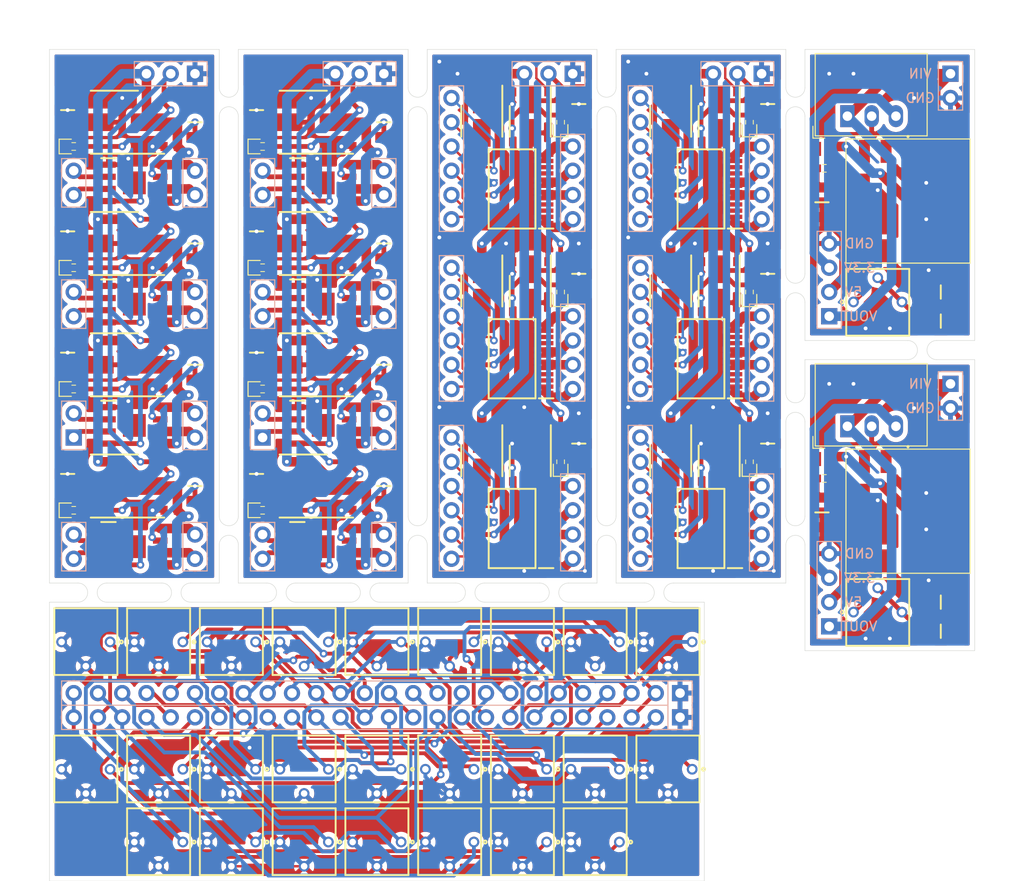
<source format=kicad_pcb>
(kicad_pcb (version 20171130) (host pcbnew "(5.1.8)-1")
  (layers (0 F.Cu signal) (31 B.Cu signal) (34 B.Paste user) (35 F.Paste user) (36 B.SilkS user) (37 F.SilkS user) (38 B.Mask user) (39 F.Mask user) (44 Edge.Cuts user))
  (net 0 "")
  (module SamacSys_Parts:3362P_1 (layer F.Cu) (at 129.75 102.515 180)
    (fp_text reference R7)
    (fp_text value 3362P-1-203LF hide)
    (pad 1 thru_hole circle (at -2.54 -3.53 180) (size 1.12 1.12) (drill 0.69) (layers *.Cu *.Mask))
    (pad 2 thru_hole circle (at 0 -6.07 180) (size 1.12 1.12) (drill 0.69) (layers *.Cu *.Mask))
    (pad 3 thru_hole circle (at 2.54 -3.53 180) (size 1.12 1.12) (drill 0.69) (layers *.Cu *.Mask))
  )
  (module SamacSys_Parts:3362P_1 (layer F.Cu) (at 144.99 115.85 180)
    (fp_text reference R18)
    (fp_text value 3362P-1-203LF hide)
    (pad 3 thru_hole circle (at 2.54 -3.53 180) (size 1.12 1.12) (drill 0.69) (layers *.Cu *.Mask))
    (pad 2 thru_hole circle (at 0 -6.07 180) (size 1.12 1.12) (drill 0.69) (layers *.Cu *.Mask))
    (pad 1 thru_hole circle (at -2.54 -3.53 180) (size 1.12 1.12) (drill 0.69) (layers *.Cu *.Mask))
  )
  (module SamacSys_Parts:3362P_1 (layer F.Cu) (at 114.51 102.515 180)
    (fp_text reference R5)
    (fp_text value 3362P-1-203LF hide)
    (pad 1 thru_hole circle (at -2.54 -3.53 180) (size 1.12 1.12) (drill 0.69) (layers *.Cu *.Mask))
    (pad 2 thru_hole circle (at 0 -6.07 180) (size 1.12 1.12) (drill 0.69) (layers *.Cu *.Mask))
    (pad 3 thru_hole circle (at 2.54 -3.53 180) (size 1.12 1.12) (drill 0.69) (layers *.Cu *.Mask))
  )
  (module SamacSys_Parts:3362P_1 (layer F.Cu) (at 99.27 102.515 180)
    (fp_text reference R3)
    (fp_text value 3362P-1-203LF hide)
    (pad 1 thru_hole circle (at -2.54 -3.53 180) (size 1.12 1.12) (drill 0.69) (layers *.Cu *.Mask))
    (pad 2 thru_hole circle (at 0 -6.07 180) (size 1.12 1.12) (drill 0.69) (layers *.Cu *.Mask))
    (pad 3 thru_hole circle (at 2.54 -3.53 180) (size 1.12 1.12) (drill 0.69) (layers *.Cu *.Mask))
  )
  (module Connector_PinSocket_2.54mm:PinSocket_1x02_P2.54mm_Vertical (layer B.Cu) (at 146.26 111.405 180)
    (fp_text reference J3)
    (fp_text value Conn_01x02_Female)
    (pad 2 thru_hole rect (at 0 -2.54 180) (size 1.7 1.7) (drill 1) (layers *.Cu *.Mask))
    (pad 1 thru_hole rect (at 0 0 180) (size 1.7 1.7) (drill 1) (layers *.Cu *.Mask))
  )
  (module Connector_PinSocket_2.54mm:PinSocket_1x25_P2.54mm_Vertical (layer B.Cu) (at 143.72 111.405 90)
    (fp_text reference J2)
    (fp_text value Conn_01x25_Female)
    (pad 1 thru_hole circle (at 0 0 90) (size 1.7 1.7) (drill 1) (layers *.Cu *.Mask))
    (pad 2 thru_hole oval (at 0 -2.54 90) (size 1.7 1.7) (drill 1) (layers *.Cu *.Mask))
    (pad 3 thru_hole oval (at 0 -5.08 90) (size 1.7 1.7) (drill 1) (layers *.Cu *.Mask))
    (pad 4 thru_hole oval (at 0 -7.62 90) (size 1.7 1.7) (drill 1) (layers *.Cu *.Mask))
    (pad 5 thru_hole oval (at 0 -10.16 90) (size 1.7 1.7) (drill 1) (layers *.Cu *.Mask))
    (pad 6 thru_hole oval (at 0 -12.7 90) (size 1.7 1.7) (drill 1) (layers *.Cu *.Mask))
    (pad 7 thru_hole oval (at 0 -15.24 90) (size 1.7 1.7) (drill 1) (layers *.Cu *.Mask))
    (pad 8 thru_hole oval (at 0 -17.78 90) (size 1.7 1.7) (drill 1) (layers *.Cu *.Mask))
    (pad 9 thru_hole oval (at 0 -20.32 90) (size 1.7 1.7) (drill 1) (layers *.Cu *.Mask))
    (pad 10 thru_hole oval (at 0 -22.86 90) (size 1.7 1.7) (drill 1) (layers *.Cu *.Mask))
    (pad 11 thru_hole oval (at 0 -25.4 90) (size 1.7 1.7) (drill 1) (layers *.Cu *.Mask))
    (pad 12 thru_hole oval (at 0 -27.94 90) (size 1.7 1.7) (drill 1) (layers *.Cu *.Mask))
    (pad 13 thru_hole oval (at 0 -30.48 90) (size 1.7 1.7) (drill 1) (layers *.Cu *.Mask))
    (pad 14 thru_hole oval (at 0 -33.02 90) (size 1.7 1.7) (drill 1) (layers *.Cu *.Mask))
    (pad 15 thru_hole oval (at 0 -35.56 90) (size 1.7 1.7) (drill 1) (layers *.Cu *.Mask))
    (pad 16 thru_hole oval (at 0 -38.1 90) (size 1.7 1.7) (drill 1) (layers *.Cu *.Mask))
    (pad 17 thru_hole oval (at 0 -40.64 90) (size 1.7 1.7) (drill 1) (layers *.Cu *.Mask))
    (pad 18 thru_hole oval (at 0 -43.18 90) (size 1.7 1.7) (drill 1) (layers *.Cu *.Mask))
    (pad 19 thru_hole oval (at 0 -45.72 90) (size 1.7 1.7) (drill 1) (layers *.Cu *.Mask))
    (pad 20 thru_hole oval (at 0 -48.26 90) (size 1.7 1.7) (drill 1) (layers *.Cu *.Mask))
    (pad 21 thru_hole oval (at 0 -50.8 90) (size 1.7 1.7) (drill 1) (layers *.Cu *.Mask))
    (pad 22 thru_hole oval (at 0 -53.34 90) (size 1.7 1.7) (drill 1) (layers *.Cu *.Mask))
    (pad 23 thru_hole oval (at 0 -55.88 90) (size 1.7 1.7) (drill 1) (layers *.Cu *.Mask))
    (pad 24 thru_hole oval (at 0 -58.42 90) (size 1.7 1.7) (drill 1) (layers *.Cu *.Mask))
    (pad 25 thru_hole oval (at 0 -60.96 90) (size 1.7 1.7) (drill 1) (layers *.Cu *.Mask))
  )
  (module SamacSys_Parts:3362P_1 (layer F.Cu) (at 84.03 102.515 180)
    (fp_text reference R1)
    (fp_text value 3362P-1-203LF hide)
    (pad 3 thru_hole circle (at 2.54 -3.53 180) (size 1.12 1.12) (drill 0.69) (layers *.Cu *.Mask))
    (pad 2 thru_hole circle (at 0 -6.07 180) (size 1.12 1.12) (drill 0.69) (layers *.Cu *.Mask))
    (pad 1 thru_hole circle (at -2.54 -3.53 180) (size 1.12 1.12) (drill 0.69) (layers *.Cu *.Mask))
  )
  (module Connector_PinSocket_2.54mm:PinSocket_1x25_P2.54mm_Vertical (layer B.Cu) (at 143.72 113.945 90)
    (fp_text reference J1)
    (fp_text value Conn_01x25_Male)
    (pad 25 thru_hole oval (at 0 -60.96 90) (size 1.7 1.7) (drill 1) (layers *.Cu *.Mask))
    (pad 24 thru_hole oval (at 0 -58.42 90) (size 1.7 1.7) (drill 1) (layers *.Cu *.Mask))
    (pad 23 thru_hole oval (at 0 -55.88 90) (size 1.7 1.7) (drill 1) (layers *.Cu *.Mask))
    (pad 22 thru_hole oval (at 0 -53.34 90) (size 1.7 1.7) (drill 1) (layers *.Cu *.Mask))
    (pad 21 thru_hole oval (at 0 -50.8 90) (size 1.7 1.7) (drill 1) (layers *.Cu *.Mask))
    (pad 20 thru_hole oval (at 0 -48.26 90) (size 1.7 1.7) (drill 1) (layers *.Cu *.Mask))
    (pad 19 thru_hole oval (at 0 -45.72 90) (size 1.7 1.7) (drill 1) (layers *.Cu *.Mask))
    (pad 18 thru_hole oval (at 0 -43.18 90) (size 1.7 1.7) (drill 1) (layers *.Cu *.Mask))
    (pad 17 thru_hole oval (at 0 -40.64 90) (size 1.7 1.7) (drill 1) (layers *.Cu *.Mask))
    (pad 16 thru_hole oval (at 0 -38.1 90) (size 1.7 1.7) (drill 1) (layers *.Cu *.Mask))
    (pad 15 thru_hole oval (at 0 -35.56 90) (size 1.7 1.7) (drill 1) (layers *.Cu *.Mask))
    (pad 14 thru_hole oval (at 0 -33.02 90) (size 1.7 1.7) (drill 1) (layers *.Cu *.Mask))
    (pad 13 thru_hole oval (at 0 -30.48 90) (size 1.7 1.7) (drill 1) (layers *.Cu *.Mask))
    (pad 12 thru_hole oval (at 0 -27.94 90) (size 1.7 1.7) (drill 1) (layers *.Cu *.Mask))
    (pad 11 thru_hole oval (at 0 -25.4 90) (size 1.7 1.7) (drill 1) (layers *.Cu *.Mask))
    (pad 10 thru_hole oval (at 0 -22.86 90) (size 1.7 1.7) (drill 1) (layers *.Cu *.Mask))
    (pad 9 thru_hole oval (at 0 -20.32 90) (size 1.7 1.7) (drill 1) (layers *.Cu *.Mask))
    (pad 8 thru_hole oval (at 0 -17.78 90) (size 1.7 1.7) (drill 1) (layers *.Cu *.Mask))
    (pad 7 thru_hole oval (at 0 -15.24 90) (size 1.7 1.7) (drill 1) (layers *.Cu *.Mask))
    (pad 6 thru_hole oval (at 0 -12.7 90) (size 1.7 1.7) (drill 1) (layers *.Cu *.Mask))
    (pad 5 thru_hole oval (at 0 -10.16 90) (size 1.7 1.7) (drill 1) (layers *.Cu *.Mask))
    (pad 4 thru_hole oval (at 0 -7.62 90) (size 1.7 1.7) (drill 1) (layers *.Cu *.Mask))
    (pad 3 thru_hole oval (at 0 -5.08 90) (size 1.7 1.7) (drill 1) (layers *.Cu *.Mask))
    (pad 2 thru_hole oval (at 0 -2.54 90) (size 1.7 1.7) (drill 1) (layers *.Cu *.Mask))
    (pad 1 thru_hole circle (at 0 0 90) (size 1.7 1.7) (drill 1) (layers *.Cu *.Mask))
  )
  (module SamacSys_Parts:3362P_1 (layer F.Cu) (at 137.37 102.515 180)
    (fp_text reference R8)
    (fp_text value 3362P-1-203LF hide)
    (pad 3 thru_hole circle (at 2.54 -3.53 180) (size 1.12 1.12) (drill 0.69) (layers *.Cu *.Mask))
    (pad 2 thru_hole circle (at 0 -6.07 180) (size 1.12 1.12) (drill 0.69) (layers *.Cu *.Mask))
    (pad 1 thru_hole circle (at -2.54 -3.53 180) (size 1.12 1.12) (drill 0.69) (layers *.Cu *.Mask))
  )
  (module SamacSys_Parts:3362P_1 (layer F.Cu) (at 122.13 102.515 180)
    (fp_text reference R6)
    (fp_text value 3362P-1-203LF hide)
    (pad 3 thru_hole circle (at 2.54 -3.53 180) (size 1.12 1.12) (drill 0.69) (layers *.Cu *.Mask))
    (pad 2 thru_hole circle (at 0 -6.07 180) (size 1.12 1.12) (drill 0.69) (layers *.Cu *.Mask))
    (pad 1 thru_hole circle (at -2.54 -3.53 180) (size 1.12 1.12) (drill 0.69) (layers *.Cu *.Mask))
  )
  (module SamacSys_Parts:3362P_1 (layer F.Cu) (at 106.89 102.515 180)
    (fp_text reference R4)
    (fp_text value 3362P-1-203LF hide)
    (pad 3 thru_hole circle (at 2.54 -3.53 180) (size 1.12 1.12) (drill 0.69) (layers *.Cu *.Mask))
    (pad 2 thru_hole circle (at 0 -6.07 180) (size 1.12 1.12) (drill 0.69) (layers *.Cu *.Mask))
    (pad 1 thru_hole circle (at -2.54 -3.53 180) (size 1.12 1.12) (drill 0.69) (layers *.Cu *.Mask))
  )
  (module SamacSys_Parts:3362P_1 (layer F.Cu) (at 91.65 102.515 180)
    (fp_text reference R2)
    (fp_text value 3362P-1-203LF hide)
    (pad 3 thru_hole circle (at 2.54 -3.53 180) (size 1.12 1.12) (drill 0.69) (layers *.Cu *.Mask))
    (pad 2 thru_hole circle (at 0 -6.07 180) (size 1.12 1.12) (drill 0.69) (layers *.Cu *.Mask))
    (pad 1 thru_hole circle (at -2.54 -3.53 180) (size 1.12 1.12) (drill 0.69) (layers *.Cu *.Mask))
  )
  (module SamacSys_Parts:3362P_1 (layer F.Cu) (at 114.51 123.47 180)
    (fp_text reference R22)
    (fp_text value 3362P-1-203LF hide)
    (pad 3 thru_hole circle (at 2.54 -3.53 180) (size 1.12 1.12) (drill 0.69) (layers *.Cu *.Mask))
    (pad 2 thru_hole circle (at 0 -6.07 180) (size 1.12 1.12) (drill 0.69) (layers *.Cu *.Mask))
    (pad 1 thru_hole circle (at -2.54 -3.53 180) (size 1.12 1.12) (drill 0.69) (layers *.Cu *.Mask))
  )
  (module SamacSys_Parts:3362P_1 (layer F.Cu) (at 106.89 123.47 180)
    (fp_text reference R21)
    (fp_text value 3362P-1-203LF hide)
    (pad 1 thru_hole circle (at -2.54 -3.53 180) (size 1.12 1.12) (drill 0.69) (layers *.Cu *.Mask))
    (pad 2 thru_hole circle (at 0 -6.07 180) (size 1.12 1.12) (drill 0.69) (layers *.Cu *.Mask))
    (pad 3 thru_hole circle (at 2.54 -3.53 180) (size 1.12 1.12) (drill 0.69) (layers *.Cu *.Mask))
  )
  (module SamacSys_Parts:3362P_1 (layer F.Cu) (at 99.27 115.85 180)
    (fp_text reference R12)
    (fp_text value 3362P-1-203LF hide)
    (pad 3 thru_hole circle (at 2.54 -3.53 180) (size 1.12 1.12) (drill 0.69) (layers *.Cu *.Mask))
    (pad 2 thru_hole circle (at 0 -6.07 180) (size 1.12 1.12) (drill 0.69) (layers *.Cu *.Mask))
    (pad 1 thru_hole circle (at -2.54 -3.53 180) (size 1.12 1.12) (drill 0.69) (layers *.Cu *.Mask))
  )
  (module SamacSys_Parts:3362P_1 (layer F.Cu) (at 84.03 115.85 180)
    (fp_text reference R10)
    (fp_text value 3362P-1-203LF hide)
    (pad 3 thru_hole circle (at 2.54 -3.53 180) (size 1.12 1.12) (drill 0.69) (layers *.Cu *.Mask))
    (pad 2 thru_hole circle (at 0 -6.07 180) (size 1.12 1.12) (drill 0.69) (layers *.Cu *.Mask))
    (pad 1 thru_hole circle (at -2.54 -3.53 180) (size 1.12 1.12) (drill 0.69) (layers *.Cu *.Mask))
  )
  (module SamacSys_Parts:3362P_1 (layer F.Cu) (at 137.37 123.47 180)
    (fp_text reference R25)
    (fp_text value 3362P-1-203LF hide)
    (pad 1 thru_hole circle (at -2.54 -3.53 180) (size 1.12 1.12) (drill 0.69) (layers *.Cu *.Mask))
    (pad 2 thru_hole circle (at 0 -6.07 180) (size 1.12 1.12) (drill 0.69) (layers *.Cu *.Mask))
    (pad 3 thru_hole circle (at 2.54 -3.53 180) (size 1.12 1.12) (drill 0.69) (layers *.Cu *.Mask))
  )
  (module SamacSys_Parts:3362P_1 (layer F.Cu) (at 91.65 123.47 180)
    (fp_text reference R19)
    (fp_text value 3362P-1-203LF hide)
    (pad 1 thru_hole circle (at -2.54 -3.53 180) (size 1.12 1.12) (drill 0.69) (layers *.Cu *.Mask))
    (pad 2 thru_hole circle (at 0 -6.07 180) (size 1.12 1.12) (drill 0.69) (layers *.Cu *.Mask))
    (pad 3 thru_hole circle (at 2.54 -3.53 180) (size 1.12 1.12) (drill 0.69) (layers *.Cu *.Mask))
  )
  (module SamacSys_Parts:3362P_1 (layer F.Cu) (at 122.13 115.85 180)
    (fp_text reference R15)
    (fp_text value 3362P-1-203LF hide)
    (pad 1 thru_hole circle (at -2.54 -3.53 180) (size 1.12 1.12) (drill 0.69) (layers *.Cu *.Mask))
    (pad 2 thru_hole circle (at 0 -6.07 180) (size 1.12 1.12) (drill 0.69) (layers *.Cu *.Mask))
    (pad 3 thru_hole circle (at 2.54 -3.53 180) (size 1.12 1.12) (drill 0.69) (layers *.Cu *.Mask))
  )
  (module SamacSys_Parts:3362P_1 (layer F.Cu) (at 129.75 115.85 180)
    (fp_text reference R16)
    (fp_text value 3362P-1-203LF hide)
    (pad 3 thru_hole circle (at 2.54 -3.53 180) (size 1.12 1.12) (drill 0.69) (layers *.Cu *.Mask))
    (pad 2 thru_hole circle (at 0 -6.07 180) (size 1.12 1.12) (drill 0.69) (layers *.Cu *.Mask))
    (pad 1 thru_hole circle (at -2.54 -3.53 180) (size 1.12 1.12) (drill 0.69) (layers *.Cu *.Mask))
  )
  (module SamacSys_Parts:3362P_1 (layer F.Cu) (at 91.65 115.85 180)
    (fp_text reference R11)
    (fp_text value 3362P-1-203LF hide)
    (pad 1 thru_hole circle (at -2.54 -3.53 180) (size 1.12 1.12) (drill 0.69) (layers *.Cu *.Mask))
    (pad 2 thru_hole circle (at 0 -6.07 180) (size 1.12 1.12) (drill 0.69) (layers *.Cu *.Mask))
    (pad 3 thru_hole circle (at 2.54 -3.53 180) (size 1.12 1.12) (drill 0.69) (layers *.Cu *.Mask))
  )
  (module SamacSys_Parts:3362P_1 (layer F.Cu) (at 129.75 123.47 180)
    (fp_text reference R24)
    (fp_text value 3362P-1-203LF hide)
    (pad 3 thru_hole circle (at 2.54 -3.53 180) (size 1.12 1.12) (drill 0.69) (layers *.Cu *.Mask))
    (pad 2 thru_hole circle (at 0 -6.07 180) (size 1.12 1.12) (drill 0.69) (layers *.Cu *.Mask))
    (pad 1 thru_hole circle (at -2.54 -3.53 180) (size 1.12 1.12) (drill 0.69) (layers *.Cu *.Mask))
  )
  (module SamacSys_Parts:3362P_1 (layer F.Cu) (at 122.13 123.47 180)
    (fp_text reference R23)
    (fp_text value 3362P-1-203LF hide)
    (pad 1 thru_hole circle (at -2.54 -3.53 180) (size 1.12 1.12) (drill 0.69) (layers *.Cu *.Mask))
    (pad 2 thru_hole circle (at 0 -6.07 180) (size 1.12 1.12) (drill 0.69) (layers *.Cu *.Mask))
    (pad 3 thru_hole circle (at 2.54 -3.53 180) (size 1.12 1.12) (drill 0.69) (layers *.Cu *.Mask))
  )
  (module SamacSys_Parts:3362P_1 (layer F.Cu) (at 106.89 115.85 180)
    (fp_text reference R13)
    (fp_text value 3362P-1-203LF hide)
    (pad 1 thru_hole circle (at -2.54 -3.53 180) (size 1.12 1.12) (drill 0.69) (layers *.Cu *.Mask))
    (pad 2 thru_hole circle (at 0 -6.07 180) (size 1.12 1.12) (drill 0.69) (layers *.Cu *.Mask))
    (pad 3 thru_hole circle (at 2.54 -3.53 180) (size 1.12 1.12) (drill 0.69) (layers *.Cu *.Mask))
  )
  (module SamacSys_Parts:3362P_1 (layer F.Cu) (at 114.51 115.85 180)
    (fp_text reference R14)
    (fp_text value 3362P-1-203LF hide)
    (pad 3 thru_hole circle (at 2.54 -3.53 180) (size 1.12 1.12) (drill 0.69) (layers *.Cu *.Mask))
    (pad 2 thru_hole circle (at 0 -6.07 180) (size 1.12 1.12) (drill 0.69) (layers *.Cu *.Mask))
    (pad 1 thru_hole circle (at -2.54 -3.53 180) (size 1.12 1.12) (drill 0.69) (layers *.Cu *.Mask))
  )
  (module SamacSys_Parts:3362P_1 (layer F.Cu) (at 137.37 115.85 180)
    (fp_text reference R17)
    (fp_text value 3362P-1-203LF hide)
    (pad 1 thru_hole circle (at -2.54 -3.53 180) (size 1.12 1.12) (drill 0.69) (layers *.Cu *.Mask))
    (pad 2 thru_hole circle (at 0 -6.07 180) (size 1.12 1.12) (drill 0.69) (layers *.Cu *.Mask))
    (pad 3 thru_hole circle (at 2.54 -3.53 180) (size 1.12 1.12) (drill 0.69) (layers *.Cu *.Mask))
  )
  (module SamacSys_Parts:3362P_1 (layer F.Cu) (at 99.27 123.47 180)
    (fp_text reference R20)
    (fp_text value 3362P-1-203LF hide)
    (pad 3 thru_hole circle (at 2.54 -3.53 180) (size 1.12 1.12) (drill 0.69) (layers *.Cu *.Mask))
    (pad 2 thru_hole circle (at 0 -6.07 180) (size 1.12 1.12) (drill 0.69) (layers *.Cu *.Mask))
    (pad 1 thru_hole circle (at -2.54 -3.53 180) (size 1.12 1.12) (drill 0.69) (layers *.Cu *.Mask))
  )
  (module SamacSys_Parts:3362P_1 (layer F.Cu) (at 144.99 102.515 180)
    (fp_text reference R9)
    (fp_text value 3362P-1-203LF hide)
    (pad 1 thru_hole circle (at -2.54 -3.53 180) (size 1.12 1.12) (drill 0.69) (layers *.Cu *.Mask))
    (pad 2 thru_hole circle (at 0 -6.07 180) (size 1.12 1.12) (drill 0.69) (layers *.Cu *.Mask))
    (pad 3 thru_hole circle (at 2.54 -3.53 180) (size 1.12 1.12) (drill 0.69) (layers *.Cu *.Mask))
  )
  (module Connector_PinHeader_2.54mm:PinHeader_1x04_P2.54mm_Vertical (layer B.Cu) (at 161.88 104.42)
    (fp_text reference J2)
    (fp_text value Conn_01x04_Female)
    (pad 4 thru_hole oval (at 0 -7.62) (size 1.7 1.7) (drill 1) (layers *.Cu *.Mask))
    (pad 3 thru_hole oval (at 0 -5.08) (size 1.7 1.7) (drill 1) (layers *.Cu *.Mask))
    (pad 2 thru_hole oval (at 0 -2.54) (size 1.7 1.7) (drill 1) (layers *.Cu *.Mask))
    (pad 1 thru_hole rect (at 0 0) (size 1.7 1.7) (drill 1) (layers *.Cu *.Mask))
  )
  (module SamacSys_Parts:OSXX0603C1E (layer F.Cu) (at 161.372 88.926 180)
    (fp_text reference LED1)
    (fp_text value OSXX0603C1E hide)
    (pad 2 smd rect (at 0.75 0 180) (size 0.8 0.8) (layers F.Cu F.Paste F.Mask))
    (pad 1 smd rect (at -0.75 0 180) (size 0.8 0.8) (layers F.Cu F.Paste F.Mask))
  )
  (module SamacSys_Parts:3362P_1 (layer F.Cu) (at 166.96 106.452)
    (fp_text reference R4)
    (fp_text value 3362P-1-203LF-SamacSys_Parts hide)
    (pad 3 thru_hole circle (at 2.54 -3.53) (size 1.12 1.12) (drill 0.69) (layers *.Cu *.Mask))
    (pad 2 thru_hole circle (at 0 -6.07) (size 1.12 1.12) (drill 0.69) (layers *.Cu *.Mask))
    (pad 1 thru_hole circle (at -2.54 -3.53) (size 1.12 1.12) (drill 0.69) (layers *.Cu *.Mask))
  )
  (module Converter_DCDC:Converter_DCDC_RECOM_R-78E-0.5_THT (layer F.Cu) (at 163.785 83.465)
    (fp_text reference U1)
    (fp_text value R-78E3.3-0.5)
    (pad 3 thru_hole oval (at 5.08 0) (size 1.5 2.3) (drill 1) (layers *.Cu *.Mask))
    (pad 2 thru_hole oval (at 2.54 0) (size 1.5 2.3) (drill 1) (layers *.Cu *.Mask))
    (pad 1 thru_hole rect (at 0 0) (size 1.5 2.3) (drill 1) (layers *.Cu *.Mask))
  )
  (module SamacSys_Parts:CAPC2012X145N (layer F.Cu) (at 174.58 84.1)
    (fp_text reference C1)
    (fp_text value GRM21BR61E226ME44L hide)
    (pad 1 smd rect (at -0.83 0) (size 0.97 1.47) (layers F.Cu F.Paste F.Mask))
    (pad 2 smd rect (at 0.83 0) (size 0.97 1.47) (layers F.Cu F.Paste F.Mask))
  )
  (module SamacSys_Parts:OKLT6W12NC (layer F.Cu) (at 170.135 92.355 270)
    (fp_text reference PS1)
    (fp_text value OKL-T_6-W12N-C hide)
    (pad 4 smd rect (at 5.9 -4.5) (size 1.145 1) (layers F.Cu F.Paste F.Mask))
    (pad 3 smd rect (at 2.2 -5.9 90) (size 1.145 1) (layers F.Cu F.Paste F.Mask))
    (pad 3 smd rect (at 0 -5.9 90) (size 1.145 1) (layers F.Cu F.Paste F.Mask))
    (pad 2 smd rect (at -2.3 -5.9 90) (size 1.145 1) (layers F.Cu F.Paste F.Mask))
    (pad 2 smd rect (at -5.9 -4.6) (size 1.145 1) (layers F.Cu F.Paste F.Mask))
    (pad 7 smd rect (at 0 5.2) (size 2.4 1.145) (layers F.Cu F.Paste F.Mask))
    (pad 12 smd rect (at 2.3 5.2) (size 2.4 1.145) (layers F.Cu F.Paste F.Mask))
    (pad 11 smd rect (at 5.2 2.29) (size 1.145 2.4) (layers F.Cu F.Paste F.Mask))
    (pad 10 smd rect (at -5.2 2.3) (size 1.145 2.4) (layers F.Cu F.Paste F.Mask))
    (pad 9 smd rect (at -5.2 4.57) (size 1.145 2.4) (layers F.Cu F.Paste F.Mask))
    (pad 8 smd rect (at -2.3 5.2) (size 2.4 1.145) (layers F.Cu F.Paste F.Mask))
    (pad 6 smd rect (at 5.2 4.57) (size 1.145 2.4) (layers F.Cu F.Paste F.Mask))
    (pad 5 smd rect (at 5.2 0) (size 1.145 2.4) (layers F.Cu F.Paste F.Mask))
    (pad 4 smd rect (at 4.57 -3.4 270) (size 1.905 4.19) (layers F.Cu F.Paste F.Mask))
    (pad 3 smd rect (at 1.1 -4.57) (size 1.905 4.19) (layers F.Cu F.Paste F.Mask))
    (pad 2 smd rect (at -3.4 -4.57) (size 1.905 4.19) (layers F.Cu F.Paste F.Mask))
    (pad 1 smd rect (at -5.2 0) (size 1.145 2.4) (layers F.Cu F.Paste F.Mask))
  )
  (module SamacSys_Parts:RESC3216X70N (layer F.Cu) (at 173.564 104.928 180)
    (fp_text reference R3)
    (fp_text value RK73B2BTTD103J-SamacSys_Parts hide)
    (pad 1 smd rect (at -1.55 0 180) (size 1.05 1.8) (layers F.Cu F.Paste F.Mask))
    (pad 2 smd rect (at 1.55 0 180) (size 1.05 1.8) (layers F.Cu F.Paste F.Mask))
  )
  (module Connector_PinHeader_2.54mm:PinHeader_1x02_P2.54mm_Vertical (layer B.Cu) (at 174.58 79.02 180)
    (fp_text reference J1)
    (fp_text value Conn_01x02_Female)
    (pad 2 thru_hole oval (at 0 -2.54 180) (size 1.7 1.7) (drill 1) (layers *.Cu *.Mask))
    (pad 1 thru_hole rect (at 0 0 180) (size 1.7 1.7) (drill 1) (layers *.Cu *.Mask))
  )
  (module SamacSys_Parts:RESC3216X70N (layer F.Cu) (at 161.118 92.482 270)
    (fp_text reference R2)
    (fp_text value RK73B2BTTD221J hide)
    (pad 2 smd rect (at 1.55 0 270) (size 1.05 1.8) (layers F.Cu F.Paste F.Mask))
    (pad 1 smd rect (at -1.55 0 270) (size 1.05 1.8) (layers F.Cu F.Paste F.Mask))
  )
  (module SamacSys_Parts:RESC3216X70N (layer F.Cu) (at 173.564 101.88)
    (fp_text reference R1)
    (fp_text value RK73B2BTTD103J-SamacSys_Parts hide)
    (pad 2 smd rect (at 1.55 0) (size 1.05 1.8) (layers F.Cu F.Paste F.Mask))
    (pad 1 smd rect (at -1.55 0) (size 1.05 1.8) (layers F.Cu F.Paste F.Mask))
  )
  (module SamacSys_Parts:CAPC2012X145N (layer F.Cu) (at 161.372 86.894 180)
    (fp_text reference C2)
    (fp_text value GRM21BR6YA106KE43L hide)
    (pad 2 smd rect (at 0.83 0 180) (size 0.97 1.47) (layers F.Cu F.Paste F.Mask))
    (pad 1 smd rect (at -0.83 0 180) (size 0.97 1.47) (layers F.Cu F.Paste F.Mask))
  )
  (module Connector_PinHeader_2.54mm:PinHeader_1x04_P2.54mm_Vertical (layer B.Cu) (at 161.88 71.94)
    (fp_text reference J2)
    (fp_text value Conn_01x04_Female)
    (pad 4 thru_hole oval (at 0 -7.62) (size 1.7 1.7) (drill 1) (layers *.Cu *.Mask))
    (pad 3 thru_hole oval (at 0 -5.08) (size 1.7 1.7) (drill 1) (layers *.Cu *.Mask))
    (pad 2 thru_hole oval (at 0 -2.54) (size 1.7 1.7) (drill 1) (layers *.Cu *.Mask))
    (pad 1 thru_hole rect (at 0 0) (size 1.7 1.7) (drill 1) (layers *.Cu *.Mask))
  )
  (module SamacSys_Parts:OSXX0603C1E (layer F.Cu) (at 161.372 56.446 180)
    (fp_text reference LED1)
    (fp_text value OSXX0603C1E hide)
    (pad 2 smd rect (at 0.75 0 180) (size 0.8 0.8) (layers F.Cu F.Paste F.Mask))
    (pad 1 smd rect (at -0.75 0 180) (size 0.8 0.8) (layers F.Cu F.Paste F.Mask))
  )
  (module SamacSys_Parts:3362P_1 (layer F.Cu) (at 166.96 73.972)
    (fp_text reference R4)
    (fp_text value 3362P-1-203LF-SamacSys_Parts hide)
    (pad 3 thru_hole circle (at 2.54 -3.53) (size 1.12 1.12) (drill 0.69) (layers *.Cu *.Mask))
    (pad 2 thru_hole circle (at 0 -6.07) (size 1.12 1.12) (drill 0.69) (layers *.Cu *.Mask))
    (pad 1 thru_hole circle (at -2.54 -3.53) (size 1.12 1.12) (drill 0.69) (layers *.Cu *.Mask))
  )
  (module Converter_DCDC:Converter_DCDC_RECOM_R-78E-0.5_THT (layer F.Cu) (at 163.785 50.985)
    (fp_text reference U1)
    (fp_text value R-78E3.3-0.5)
    (pad 3 thru_hole oval (at 5.08 0) (size 1.5 2.3) (drill 1) (layers *.Cu *.Mask))
    (pad 2 thru_hole oval (at 2.54 0) (size 1.5 2.3) (drill 1) (layers *.Cu *.Mask))
    (pad 1 thru_hole rect (at 0 0) (size 1.5 2.3) (drill 1) (layers *.Cu *.Mask))
  )
  (module SamacSys_Parts:CAPC2012X145N (layer F.Cu) (at 174.58 51.62)
    (fp_text reference C1)
    (fp_text value GRM21BR61E226ME44L hide)
    (pad 1 smd rect (at -0.83 0) (size 0.97 1.47) (layers F.Cu F.Paste F.Mask))
    (pad 2 smd rect (at 0.83 0) (size 0.97 1.47) (layers F.Cu F.Paste F.Mask))
  )
  (module SamacSys_Parts:OKLT6W12NC (layer F.Cu) (at 170.135 59.875 270)
    (fp_text reference PS1)
    (fp_text value OKL-T_6-W12N-C hide)
    (pad 4 smd rect (at 5.9 -4.5) (size 1.145 1) (layers F.Cu F.Paste F.Mask))
    (pad 3 smd rect (at 2.2 -5.9 90) (size 1.145 1) (layers F.Cu F.Paste F.Mask))
    (pad 3 smd rect (at 0 -5.9 90) (size 1.145 1) (layers F.Cu F.Paste F.Mask))
    (pad 2 smd rect (at -2.3 -5.9 90) (size 1.145 1) (layers F.Cu F.Paste F.Mask))
    (pad 2 smd rect (at -5.9 -4.6) (size 1.145 1) (layers F.Cu F.Paste F.Mask))
    (pad 7 smd rect (at 0 5.2) (size 2.4 1.145) (layers F.Cu F.Paste F.Mask))
    (pad 12 smd rect (at 2.3 5.2) (size 2.4 1.145) (layers F.Cu F.Paste F.Mask))
    (pad 11 smd rect (at 5.2 2.29) (size 1.145 2.4) (layers F.Cu F.Paste F.Mask))
    (pad 10 smd rect (at -5.2 2.3) (size 1.145 2.4) (layers F.Cu F.Paste F.Mask))
    (pad 9 smd rect (at -5.2 4.57) (size 1.145 2.4) (layers F.Cu F.Paste F.Mask))
    (pad 8 smd rect (at -2.3 5.2) (size 2.4 1.145) (layers F.Cu F.Paste F.Mask))
    (pad 6 smd rect (at 5.2 4.57) (size 1.145 2.4) (layers F.Cu F.Paste F.Mask))
    (pad 5 smd rect (at 5.2 0) (size 1.145 2.4) (layers F.Cu F.Paste F.Mask))
    (pad 4 smd rect (at 4.57 -3.4 270) (size 1.905 4.19) (layers F.Cu F.Paste F.Mask))
    (pad 3 smd rect (at 1.1 -4.57) (size 1.905 4.19) (layers F.Cu F.Paste F.Mask))
    (pad 2 smd rect (at -3.4 -4.57) (size 1.905 4.19) (layers F.Cu F.Paste F.Mask))
    (pad 1 smd rect (at -5.2 0) (size 1.145 2.4) (layers F.Cu F.Paste F.Mask))
  )
  (module SamacSys_Parts:RESC3216X70N (layer F.Cu) (at 173.564 72.448 180)
    (fp_text reference R3)
    (fp_text value RK73B2BTTD103J-SamacSys_Parts hide)
    (pad 1 smd rect (at -1.55 0 180) (size 1.05 1.8) (layers F.Cu F.Paste F.Mask))
    (pad 2 smd rect (at 1.55 0 180) (size 1.05 1.8) (layers F.Cu F.Paste F.Mask))
  )
  (module Connector_PinHeader_2.54mm:PinHeader_1x02_P2.54mm_Vertical (layer B.Cu) (at 174.58 46.54 180)
    (fp_text reference J1)
    (fp_text value Conn_01x02_Female)
    (pad 2 thru_hole oval (at 0 -2.54 180) (size 1.7 1.7) (drill 1) (layers *.Cu *.Mask))
    (pad 1 thru_hole rect (at 0 0 180) (size 1.7 1.7) (drill 1) (layers *.Cu *.Mask))
  )
  (module SamacSys_Parts:RESC3216X70N (layer F.Cu) (at 161.118 60.002 270)
    (fp_text reference R2)
    (fp_text value RK73B2BTTD221J hide)
    (pad 2 smd rect (at 1.55 0 270) (size 1.05 1.8) (layers F.Cu F.Paste F.Mask))
    (pad 1 smd rect (at -1.55 0 270) (size 1.05 1.8) (layers F.Cu F.Paste F.Mask))
  )
  (module SamacSys_Parts:RESC3216X70N (layer F.Cu) (at 173.564 69.4)
    (fp_text reference R1)
    (fp_text value RK73B2BTTD103J-SamacSys_Parts hide)
    (pad 2 smd rect (at 1.55 0) (size 1.05 1.8) (layers F.Cu F.Paste F.Mask))
    (pad 1 smd rect (at -1.55 0) (size 1.05 1.8) (layers F.Cu F.Paste F.Mask))
  )
  (module SamacSys_Parts:CAPC2012X145N (layer F.Cu) (at 161.372 54.414 180)
    (fp_text reference C2)
    (fp_text value GRM21BR6YA106KE43L hide)
    (pad 2 smd rect (at 0.83 0 180) (size 0.97 1.47) (layers F.Cu F.Paste F.Mask))
    (pad 1 smd rect (at -0.83 0 180) (size 0.97 1.47) (layers F.Cu F.Paste F.Mask))
  )
  (module Connector_PinHeader_2.54mm:PinHeader_1x02_P2.54mm_Vertical (layer B.Cu) (at 154.8 94.8 180)
    (fp_text reference J13)
    (fp_text value Conn_01x02_Female)
    (pad 2 thru_hole oval (at 0 -2.54 180) (size 1.7 1.7) (drill 1) (layers *.Cu *.Mask))
    (pad 1 thru_hole circle (at 0 0 180) (size 1.7 1.7) (drill 1) (layers *.Cu *.Mask))
  )
  (module Connector_PinHeader_2.54mm:PinHeader_1x02_P2.54mm_Vertical (layer B.Cu) (at 154.8 77.02 180)
    (fp_text reference J11)
    (fp_text value Conn_01x02_Female)
    (pad 2 thru_hole oval (at 0 -2.54 180) (size 1.7 1.7) (drill 1) (layers *.Cu *.Mask))
    (pad 1 thru_hole circle (at 0 0 180) (size 1.7 1.7) (drill 1) (layers *.Cu *.Mask))
  )
  (module Connector_PinHeader_2.54mm:PinHeader_1x03_P2.54mm_Vertical (layer B.Cu) (at 142.1 61.78)
    (fp_text reference J3)
    (fp_text value Conn_01x03_Female)
    (pad 3 thru_hole oval (at 0 -5.08) (size 1.7 1.7) (drill 1) (layers *.Cu *.Mask))
    (pad 2 thru_hole oval (at 0 -2.54) (size 1.7 1.7) (drill 1) (layers *.Cu *.Mask))
    (pad 1 thru_hole circle (at 0 0) (size 1.7 1.7) (drill 1) (layers *.Cu *.Mask))
  )
  (module Connector_PinHeader_2.54mm:PinHeader_1x03_P2.54mm_Vertical (layer B.Cu) (at 142.1 54.16)
    (fp_text reference J2)
    (fp_text value Conn_01x03_Female)
    (pad 3 thru_hole oval (at 0 -5.08) (size 1.7 1.7) (drill 1) (layers *.Cu *.Mask))
    (pad 2 thru_hole oval (at 0 -2.54) (size 1.7 1.7) (drill 1) (layers *.Cu *.Mask))
    (pad 1 thru_hole circle (at 0 0) (size 1.7 1.7) (drill 1) (layers *.Cu *.Mask))
  )
  (module Connector_PinHeader_2.54mm:PinHeader_1x02_P2.54mm_Vertical (layer B.Cu) (at 154.8 54.16 180)
    (fp_text reference J8)
    (fp_text value Conn_01x02_Female)
    (pad 2 thru_hole oval (at 0 -2.54 180) (size 1.7 1.7) (drill 1) (layers *.Cu *.Mask))
    (pad 1 thru_hole circle (at 0 0 180) (size 1.7 1.7) (drill 1) (layers *.Cu *.Mask))
  )
  (module Connector_PinHeader_2.54mm:PinHeader_1x03_P2.54mm_Vertical (layer B.Cu) (at 154.8 46.54 90)
    (fp_text reference J1)
    (fp_text value Conn_01x03_Female)
    (pad 3 thru_hole oval (at 0 -5.08 90) (size 1.7 1.7) (drill 1) (layers *.Cu *.Mask))
    (pad 2 thru_hole oval (at 0 -2.54 90) (size 1.7 1.7) (drill 1) (layers *.Cu *.Mask))
    (pad 1 thru_hole rect (at 0 0 90) (size 1.7 1.7) (drill 1) (layers *.Cu *.Mask))
  )
  (module Connector_PinHeader_2.54mm:PinHeader_1x02_P2.54mm_Vertical (layer B.Cu) (at 154.8 89.72 180)
    (fp_text reference J12)
    (fp_text value Conn_01x02_Female)
    (pad 1 thru_hole circle (at 0 0 180) (size 1.7 1.7) (drill 1) (layers *.Cu *.Mask))
    (pad 2 thru_hole oval (at 0 -2.54 180) (size 1.7 1.7) (drill 1) (layers *.Cu *.Mask))
  )
  (module Connector_PinHeader_2.54mm:PinHeader_1x03_P2.54mm_Vertical (layer B.Cu) (at 142.1 89.72)
    (fp_text reference J6)
    (fp_text value Conn_01x03_Female)
    (pad 3 thru_hole oval (at 0 -5.08) (size 1.7 1.7) (drill 1) (layers *.Cu *.Mask))
    (pad 2 thru_hole oval (at 0 -2.54) (size 1.7 1.7) (drill 1) (layers *.Cu *.Mask))
    (pad 1 thru_hole circle (at 0 0) (size 1.7 1.7) (drill 1) (layers *.Cu *.Mask))
  )
  (module Connector_PinHeader_2.54mm:PinHeader_1x03_P2.54mm_Vertical (layer B.Cu) (at 142.1 79.56)
    (fp_text reference J5)
    (fp_text value Conn_01x03_Female)
    (pad 1 thru_hole circle (at 0 0) (size 1.7 1.7) (drill 1) (layers *.Cu *.Mask))
    (pad 2 thru_hole oval (at 0 -2.54) (size 1.7 1.7) (drill 1) (layers *.Cu *.Mask))
    (pad 3 thru_hole oval (at 0 -5.08) (size 1.7 1.7) (drill 1) (layers *.Cu *.Mask))
  )
  (module Connector_PinHeader_2.54mm:PinHeader_1x02_P2.54mm_Vertical (layer B.Cu) (at 154.8 71.94 180)
    (fp_text reference J10)
    (fp_text value Conn_01x02_Female)
    (pad 2 thru_hole oval (at 0 -2.54 180) (size 1.7 1.7) (drill 1) (layers *.Cu *.Mask))
    (pad 1 thru_hole circle (at 0 0 180) (size 1.7 1.7) (drill 1) (layers *.Cu *.Mask))
  )
  (module Connector_PinHeader_2.54mm:PinHeader_1x03_P2.54mm_Vertical (layer B.Cu) (at 142.1 97.34)
    (fp_text reference J7)
    (fp_text value Conn_01x03_Female)
    (pad 1 thru_hole circle (at 0 0) (size 1.7 1.7) (drill 1) (layers *.Cu *.Mask))
    (pad 2 thru_hole oval (at 0 -2.54) (size 1.7 1.7) (drill 1) (layers *.Cu *.Mask))
    (pad 3 thru_hole oval (at 0 -5.08) (size 1.7 1.7) (drill 1) (layers *.Cu *.Mask))
  )
  (module Connector_PinHeader_2.54mm:PinHeader_1x03_P2.54mm_Vertical (layer B.Cu) (at 142.1 71.94)
    (fp_text reference J4)
    (fp_text value Conn_01x03_Female)
    (pad 1 thru_hole circle (at 0 0) (size 1.7 1.7) (drill 1) (layers *.Cu *.Mask))
    (pad 2 thru_hole oval (at 0 -2.54) (size 1.7 1.7) (drill 1) (layers *.Cu *.Mask))
    (pad 3 thru_hole oval (at 0 -5.08) (size 1.7 1.7) (drill 1) (layers *.Cu *.Mask))
  )
  (module SamacSys_Parts:CAPAE430X730N (layer F.Cu) (at 150.355 86.545 270)
    (fp_text reference C12)
    (fp_text value 10u hide)
    (pad 2 smd rect (at 1.75 0) (size 1.85 2.9) (layers F.Cu F.Paste F.Mask))
    (pad 1 smd rect (at -1.75 0) (size 1.85 2.9) (layers F.Cu F.Paste F.Mask))
  )
  (module SamacSys_Parts:RESC3216X70N (layer F.Cu) (at 155.435 67.495 90)
    (fp_text reference R2)
    (fp_text value 220 hide)
    (pad 2 smd rect (at 1.55 0 90) (size 1.05 1.8) (layers F.Cu F.Paste F.Mask))
    (pad 1 smd rect (at -1.55 0 90) (size 1.05 1.8) (layers F.Cu F.Paste F.Mask))
  )
  (module SamacSys_Parts:OSXX0603C1E (layer F.Cu) (at 153.53 87.18 90)
    (fp_text reference D3)
    (fp_text value LED hide)
    (pad 2 smd rect (at 0.75 0 90) (size 0.8 0.8) (layers F.Cu F.Paste F.Mask))
    (pad 1 smd rect (at -0.75 0 90) (size 0.8 0.8) (layers F.Cu F.Paste F.Mask))
  )
  (module SamacSys_Parts:CAPC1608X90N (layer F.Cu) (at 147.815 84.005)
    (fp_text reference C11)
    (fp_text value 0.1u hide)
    (pad 1 smd rect (at -0.7 0) (size 0.75 0.94) (layers F.Cu F.Paste F.Mask))
    (pad 2 smd rect (at 0.7 0) (size 0.75 0.94) (layers F.Cu F.Paste F.Mask))
  )
  (module SamacSys_Parts:CAPAE430X730N (layer F.Cu) (at 150.355 68.765 270)
    (fp_text reference C10)
    (fp_text value 10u hide)
    (pad 2 smd rect (at 1.75 0) (size 1.85 2.9) (layers F.Cu F.Paste F.Mask))
    (pad 1 smd rect (at -1.75 0) (size 1.85 2.9) (layers F.Cu F.Paste F.Mask))
  )
  (module SamacSys_Parts:SOP65P760X160-24N (layer F.Cu) (at 148.45 58.605 180)
    (fp_text reference IC1)
    (fp_text value TB6612FNG_O,EL_ hide)
    (pad 24 smd rect (at 3.562 -3.575 270) (size 0.45 1.525) (layers F.Cu F.Paste F.Mask))
    (pad 23 smd rect (at 3.562 -2.925 270) (size 0.45 1.525) (layers F.Cu F.Paste F.Mask))
    (pad 22 smd rect (at 3.562 -2.275 270) (size 0.45 1.525) (layers F.Cu F.Paste F.Mask))
    (pad 21 smd rect (at 3.562 -1.625 270) (size 0.45 1.525) (layers F.Cu F.Paste F.Mask))
    (pad 20 smd rect (at 3.562 -0.975 270) (size 0.45 1.525) (layers F.Cu F.Paste F.Mask))
    (pad 19 smd rect (at 3.562 -0.325 270) (size 0.45 1.525) (layers F.Cu F.Paste F.Mask))
    (pad 18 smd rect (at 3.562 0.325 270) (size 0.45 1.525) (layers F.Cu F.Paste F.Mask))
    (pad 17 smd rect (at 3.562 0.975 270) (size 0.45 1.525) (layers F.Cu F.Paste F.Mask))
    (pad 16 smd rect (at 3.562 1.625 270) (size 0.45 1.525) (layers F.Cu F.Paste F.Mask))
    (pad 15 smd rect (at 3.562 2.275 270) (size 0.45 1.525) (layers F.Cu F.Paste F.Mask))
    (pad 14 smd rect (at 3.562 2.925 270) (size 0.45 1.525) (layers F.Cu F.Paste F.Mask))
    (pad 13 smd rect (at 3.562 3.575 270) (size 0.45 1.525) (layers F.Cu F.Paste F.Mask))
    (pad 12 smd rect (at -3.562 3.575 270) (size 0.45 1.525) (layers F.Cu F.Paste F.Mask))
    (pad 11 smd rect (at -3.562 2.925 270) (size 0.45 1.525) (layers F.Cu F.Paste F.Mask))
    (pad 10 smd rect (at -3.562 2.275 270) (size 0.45 1.525) (layers F.Cu F.Paste F.Mask))
    (pad 9 smd rect (at -3.562 1.625 270) (size 0.45 1.525) (layers F.Cu F.Paste F.Mask))
    (pad 8 smd rect (at -3.562 0.975 270) (size 0.45 1.525) (layers F.Cu F.Paste F.Mask))
    (pad 7 smd rect (at -3.562 0.325 270) (size 0.45 1.525) (layers F.Cu F.Paste F.Mask))
    (pad 6 smd rect (at -3.562 -0.325 270) (size 0.45 1.525) (layers F.Cu F.Paste F.Mask))
    (pad 5 smd rect (at -3.562 -0.975 270) (size 0.45 1.525) (layers F.Cu F.Paste F.Mask))
    (pad 4 smd rect (at -3.562 -1.625 270) (size 0.45 1.525) (layers F.Cu F.Paste F.Mask))
    (pad 3 smd rect (at -3.562 -2.275 270) (size 0.45 1.525) (layers F.Cu F.Paste F.Mask))
    (pad 2 smd rect (at -3.562 -2.925 270) (size 0.45 1.525) (layers F.Cu F.Paste F.Mask))
    (pad 1 smd rect (at -3.562 -3.575 270) (size 0.45 1.525) (layers F.Cu F.Paste F.Mask))
  )
  (module SamacSys_Parts:RESC3216X70N (layer F.Cu) (at 155.435 85.275 90)
    (fp_text reference R3)
    (fp_text value 220 hide)
    (pad 2 smd rect (at 1.55 0 90) (size 1.05 1.8) (layers F.Cu F.Paste F.Mask))
    (pad 1 smd rect (at -1.55 0 90) (size 1.05 1.8) (layers F.Cu F.Paste F.Mask))
  )
  (module SamacSys_Parts:OSXX0603C1E (layer F.Cu) (at 153.53 51.62 90)
    (fp_text reference D1)
    (fp_text value LED hide)
    (pad 1 smd rect (at -0.75 0 90) (size 0.8 0.8) (layers F.Cu F.Paste F.Mask))
    (pad 2 smd rect (at 0.75 0 90) (size 0.8 0.8) (layers F.Cu F.Paste F.Mask))
  )
  (module SamacSys_Parts:RESC3216X70N (layer F.Cu) (at 155.435 49.715 90)
    (fp_text reference R1)
    (fp_text value 220 hide)
    (pad 1 smd rect (at -1.55 0 90) (size 1.05 1.8) (layers F.Cu F.Paste F.Mask))
    (pad 2 smd rect (at 1.55 0 90) (size 1.05 1.8) (layers F.Cu F.Paste F.Mask))
  )
  (module SamacSys_Parts:SOP65P760X160-24N (layer F.Cu) (at 148.45 76.385 180)
    (fp_text reference IC2)
    (fp_text value TB6612FNG_O,EL_ hide)
    (pad 1 smd rect (at -3.562 -3.575 270) (size 0.45 1.525) (layers F.Cu F.Paste F.Mask))
    (pad 2 smd rect (at -3.562 -2.925 270) (size 0.45 1.525) (layers F.Cu F.Paste F.Mask))
    (pad 3 smd rect (at -3.562 -2.275 270) (size 0.45 1.525) (layers F.Cu F.Paste F.Mask))
    (pad 4 smd rect (at -3.562 -1.625 270) (size 0.45 1.525) (layers F.Cu F.Paste F.Mask))
    (pad 5 smd rect (at -3.562 -0.975 270) (size 0.45 1.525) (layers F.Cu F.Paste F.Mask))
    (pad 6 smd rect (at -3.562 -0.325 270) (size 0.45 1.525) (layers F.Cu F.Paste F.Mask))
    (pad 7 smd rect (at -3.562 0.325 270) (size 0.45 1.525) (layers F.Cu F.Paste F.Mask))
    (pad 8 smd rect (at -3.562 0.975 270) (size 0.45 1.525) (layers F.Cu F.Paste F.Mask))
    (pad 9 smd rect (at -3.562 1.625 270) (size 0.45 1.525) (layers F.Cu F.Paste F.Mask))
    (pad 10 smd rect (at -3.562 2.275 270) (size 0.45 1.525) (layers F.Cu F.Paste F.Mask))
    (pad 11 smd rect (at -3.562 2.925 270) (size 0.45 1.525) (layers F.Cu F.Paste F.Mask))
    (pad 12 smd rect (at -3.562 3.575 270) (size 0.45 1.525) (layers F.Cu F.Paste F.Mask))
    (pad 13 smd rect (at 3.562 3.575 270) (size 0.45 1.525) (layers F.Cu F.Paste F.Mask))
    (pad 14 smd rect (at 3.562 2.925 270) (size 0.45 1.525) (layers F.Cu F.Paste F.Mask))
    (pad 15 smd rect (at 3.562 2.275 270) (size 0.45 1.525) (layers F.Cu F.Paste F.Mask))
    (pad 16 smd rect (at 3.562 1.625 270) (size 0.45 1.525) (layers F.Cu F.Paste F.Mask))
    (pad 17 smd rect (at 3.562 0.975 270) (size 0.45 1.525) (layers F.Cu F.Paste F.Mask))
    (pad 18 smd rect (at 3.562 0.325 270) (size 0.45 1.525) (layers F.Cu F.Paste F.Mask))
    (pad 19 smd rect (at 3.562 -0.325 270) (size 0.45 1.525) (layers F.Cu F.Paste F.Mask))
    (pad 20 smd rect (at 3.562 -0.975 270) (size 0.45 1.525) (layers F.Cu F.Paste F.Mask))
    (pad 21 smd rect (at 3.562 -1.625 270) (size 0.45 1.525) (layers F.Cu F.Paste F.Mask))
    (pad 22 smd rect (at 3.562 -2.275 270) (size 0.45 1.525) (layers F.Cu F.Paste F.Mask))
    (pad 23 smd rect (at 3.562 -2.925 270) (size 0.45 1.525) (layers F.Cu F.Paste F.Mask))
    (pad 24 smd rect (at 3.562 -3.575 270) (size 0.45 1.525) (layers F.Cu F.Paste F.Mask))
  )
  (module SamacSys_Parts:OSXX0603C1E (layer F.Cu) (at 153.53 69.4 90)
    (fp_text reference D2)
    (fp_text value LED hide)
    (pad 2 smd rect (at 0.75 0 90) (size 0.8 0.8) (layers F.Cu F.Paste F.Mask))
    (pad 1 smd rect (at -0.75 0 90) (size 0.8 0.8) (layers F.Cu F.Paste F.Mask))
  )
  (module SamacSys_Parts:SOP65P760X160-24N (layer F.Cu) (at 148.45 94.165 180)
    (fp_text reference IC3)
    (fp_text value TB6612FNG_O,EL_ hide)
    (pad 24 smd rect (at 3.562 -3.575 270) (size 0.45 1.525) (layers F.Cu F.Paste F.Mask))
    (pad 23 smd rect (at 3.562 -2.925 270) (size 0.45 1.525) (layers F.Cu F.Paste F.Mask))
    (pad 22 smd rect (at 3.562 -2.275 270) (size 0.45 1.525) (layers F.Cu F.Paste F.Mask))
    (pad 21 smd rect (at 3.562 -1.625 270) (size 0.45 1.525) (layers F.Cu F.Paste F.Mask))
    (pad 20 smd rect (at 3.562 -0.975 270) (size 0.45 1.525) (layers F.Cu F.Paste F.Mask))
    (pad 19 smd rect (at 3.562 -0.325 270) (size 0.45 1.525) (layers F.Cu F.Paste F.Mask))
    (pad 18 smd rect (at 3.562 0.325 270) (size 0.45 1.525) (layers F.Cu F.Paste F.Mask))
    (pad 17 smd rect (at 3.562 0.975 270) (size 0.45 1.525) (layers F.Cu F.Paste F.Mask))
    (pad 16 smd rect (at 3.562 1.625 270) (size 0.45 1.525) (layers F.Cu F.Paste F.Mask))
    (pad 15 smd rect (at 3.562 2.275 270) (size 0.45 1.525) (layers F.Cu F.Paste F.Mask))
    (pad 14 smd rect (at 3.562 2.925 270) (size 0.45 1.525) (layers F.Cu F.Paste F.Mask))
    (pad 13 smd rect (at 3.562 3.575 270) (size 0.45 1.525) (layers F.Cu F.Paste F.Mask))
    (pad 12 smd rect (at -3.562 3.575 270) (size 0.45 1.525) (layers F.Cu F.Paste F.Mask))
    (pad 11 smd rect (at -3.562 2.925 270) (size 0.45 1.525) (layers F.Cu F.Paste F.Mask))
    (pad 10 smd rect (at -3.562 2.275 270) (size 0.45 1.525) (layers F.Cu F.Paste F.Mask))
    (pad 9 smd rect (at -3.562 1.625 270) (size 0.45 1.525) (layers F.Cu F.Paste F.Mask))
    (pad 8 smd rect (at -3.562 0.975 270) (size 0.45 1.525) (layers F.Cu F.Paste F.Mask))
    (pad 7 smd rect (at -3.562 0.325 270) (size 0.45 1.525) (layers F.Cu F.Paste F.Mask))
    (pad 6 smd rect (at -3.562 -0.325 270) (size 0.45 1.525) (layers F.Cu F.Paste F.Mask))
    (pad 5 smd rect (at -3.562 -0.975 270) (size 0.45 1.525) (layers F.Cu F.Paste F.Mask))
    (pad 4 smd rect (at -3.562 -1.625 270) (size 0.45 1.525) (layers F.Cu F.Paste F.Mask))
    (pad 3 smd rect (at -3.562 -2.275 270) (size 0.45 1.525) (layers F.Cu F.Paste F.Mask))
    (pad 2 smd rect (at -3.562 -2.925 270) (size 0.45 1.525) (layers F.Cu F.Paste F.Mask))
    (pad 1 smd rect (at -3.562 -3.575 270) (size 0.45 1.525) (layers F.Cu F.Paste F.Mask))
  )
  (module SamacSys_Parts:CAPAE430X730N (layer F.Cu) (at 150.355 50.985 270)
    (fp_text reference C8)
    (fp_text value 10u hide)
    (pad 1 smd rect (at -1.75 0) (size 1.85 2.9) (layers F.Cu F.Paste F.Mask))
    (pad 2 smd rect (at 1.75 0) (size 1.85 2.9) (layers F.Cu F.Paste F.Mask))
  )
  (module SamacSys_Parts:CAPC1608X90N (layer F.Cu) (at 147.815 48.445)
    (fp_text reference C7)
    (fp_text value 0.1u hide)
    (pad 1 smd rect (at -0.7 0) (size 0.75 0.94) (layers F.Cu F.Paste F.Mask))
    (pad 2 smd rect (at 0.7 0) (size 0.75 0.94) (layers F.Cu F.Paste F.Mask))
  )
  (module SamacSys_Parts:CAPC1608X90N (layer F.Cu) (at 152.895 48.445 180)
    (fp_text reference C2)
    (fp_text value 0.1u hide)
    (pad 2 smd rect (at 0.7 0 180) (size 0.75 0.94) (layers F.Cu F.Paste F.Mask))
    (pad 1 smd rect (at -0.7 0 180) (size 0.75 0.94) (layers F.Cu F.Paste F.Mask))
  )
  (module SamacSys_Parts:CAPAE430X730N (layer F.Cu) (at 145.275 50.985 270)
    (fp_text reference C1)
    (fp_text value 10u hide)
    (pad 1 smd rect (at -1.75 0) (size 1.85 2.9) (layers F.Cu F.Paste F.Mask))
    (pad 2 smd rect (at 1.75 0) (size 1.85 2.9) (layers F.Cu F.Paste F.Mask))
  )
  (module SamacSys_Parts:CAPC1608X90N (layer F.Cu) (at 152.895 84.005 180)
    (fp_text reference C6)
    (fp_text value 0.1u hide)
    (pad 2 smd rect (at 0.7 0 180) (size 0.75 0.94) (layers F.Cu F.Paste F.Mask))
    (pad 1 smd rect (at -0.7 0 180) (size 0.75 0.94) (layers F.Cu F.Paste F.Mask))
  )
  (module SamacSys_Parts:CAPAE430X730N (layer F.Cu) (at 145.275 86.545 270)
    (fp_text reference C5)
    (fp_text value 10u hide)
    (pad 1 smd rect (at -1.75 0) (size 1.85 2.9) (layers F.Cu F.Paste F.Mask))
    (pad 2 smd rect (at 1.75 0) (size 1.85 2.9) (layers F.Cu F.Paste F.Mask))
  )
  (module SamacSys_Parts:CAPC1608X90N (layer F.Cu) (at 152.895 66.225 180)
    (fp_text reference C4)
    (fp_text value 0.1u hide)
    (pad 2 smd rect (at 0.7 0 180) (size 0.75 0.94) (layers F.Cu F.Paste F.Mask))
    (pad 1 smd rect (at -0.7 0 180) (size 0.75 0.94) (layers F.Cu F.Paste F.Mask))
  )
  (module SamacSys_Parts:CAPAE430X730N (layer F.Cu) (at 145.275 68.765 270)
    (fp_text reference C3)
    (fp_text value 10u hide)
    (pad 2 smd rect (at 1.75 0) (size 1.85 2.9) (layers F.Cu F.Paste F.Mask))
    (pad 1 smd rect (at -1.75 0) (size 1.85 2.9) (layers F.Cu F.Paste F.Mask))
  )
  (module SamacSys_Parts:CAPC1608X90N (layer F.Cu) (at 147.815 66.225)
    (fp_text reference C9)
    (fp_text value 0.1u hide)
    (pad 1 smd rect (at -0.7 0) (size 0.75 0.94) (layers F.Cu F.Paste F.Mask))
    (pad 2 smd rect (at 0.7 0) (size 0.75 0.94) (layers F.Cu F.Paste F.Mask))
  )
  (module Connector_PinHeader_2.54mm:PinHeader_1x02_P2.54mm_Vertical (layer B.Cu) (at 154.8 59.24 180)
    (fp_text reference J9)
    (fp_text value Conn_01x02_Female)
    (pad 1 thru_hole circle (at 0 0 180) (size 1.7 1.7) (drill 1) (layers *.Cu *.Mask))
    (pad 2 thru_hole oval (at 0 -2.54 180) (size 1.7 1.7) (drill 1) (layers *.Cu *.Mask))
  )
  (module Connector_PinHeader_2.54mm:PinHeader_1x02_P2.54mm_Vertical (layer B.Cu) (at 135.02 94.8 180)
    (fp_text reference J13)
    (fp_text value Conn_01x02_Female)
    (pad 2 thru_hole oval (at 0 -2.54 180) (size 1.7 1.7) (drill 1) (layers *.Cu *.Mask))
    (pad 1 thru_hole circle (at 0 0 180) (size 1.7 1.7) (drill 1) (layers *.Cu *.Mask))
  )
  (module Connector_PinHeader_2.54mm:PinHeader_1x02_P2.54mm_Vertical (layer B.Cu) (at 135.02 77.02 180)
    (fp_text reference J11)
    (fp_text value Conn_01x02_Female)
    (pad 2 thru_hole oval (at 0 -2.54 180) (size 1.7 1.7) (drill 1) (layers *.Cu *.Mask))
    (pad 1 thru_hole circle (at 0 0 180) (size 1.7 1.7) (drill 1) (layers *.Cu *.Mask))
  )
  (module Connector_PinHeader_2.54mm:PinHeader_1x03_P2.54mm_Vertical (layer B.Cu) (at 122.32 61.78)
    (fp_text reference J3)
    (fp_text value Conn_01x03_Female)
    (pad 3 thru_hole oval (at 0 -5.08) (size 1.7 1.7) (drill 1) (layers *.Cu *.Mask))
    (pad 2 thru_hole oval (at 0 -2.54) (size 1.7 1.7) (drill 1) (layers *.Cu *.Mask))
    (pad 1 thru_hole circle (at 0 0) (size 1.7 1.7) (drill 1) (layers *.Cu *.Mask))
  )
  (module Connector_PinHeader_2.54mm:PinHeader_1x03_P2.54mm_Vertical (layer B.Cu) (at 122.32 54.16)
    (fp_text reference J2)
    (fp_text value Conn_01x03_Female)
    (pad 3 thru_hole oval (at 0 -5.08) (size 1.7 1.7) (drill 1) (layers *.Cu *.Mask))
    (pad 2 thru_hole oval (at 0 -2.54) (size 1.7 1.7) (drill 1) (layers *.Cu *.Mask))
    (pad 1 thru_hole circle (at 0 0) (size 1.7 1.7) (drill 1) (layers *.Cu *.Mask))
  )
  (module Connector_PinHeader_2.54mm:PinHeader_1x02_P2.54mm_Vertical (layer B.Cu) (at 135.02 54.16 180)
    (fp_text reference J8)
    (fp_text value Conn_01x02_Female)
    (pad 2 thru_hole oval (at 0 -2.54 180) (size 1.7 1.7) (drill 1) (layers *.Cu *.Mask))
    (pad 1 thru_hole circle (at 0 0 180) (size 1.7 1.7) (drill 1) (layers *.Cu *.Mask))
  )
  (module Connector_PinHeader_2.54mm:PinHeader_1x03_P2.54mm_Vertical (layer B.Cu) (at 135.02 46.54 90)
    (fp_text reference J1)
    (fp_text value Conn_01x03_Female)
    (pad 3 thru_hole oval (at 0 -5.08 90) (size 1.7 1.7) (drill 1) (layers *.Cu *.Mask))
    (pad 2 thru_hole oval (at 0 -2.54 90) (size 1.7 1.7) (drill 1) (layers *.Cu *.Mask))
    (pad 1 thru_hole rect (at 0 0 90) (size 1.7 1.7) (drill 1) (layers *.Cu *.Mask))
  )
  (module Connector_PinHeader_2.54mm:PinHeader_1x02_P2.54mm_Vertical (layer B.Cu) (at 135.02 89.72 180)
    (fp_text reference J12)
    (fp_text value Conn_01x02_Female)
    (pad 1 thru_hole circle (at 0 0 180) (size 1.7 1.7) (drill 1) (layers *.Cu *.Mask))
    (pad 2 thru_hole oval (at 0 -2.54 180) (size 1.7 1.7) (drill 1) (layers *.Cu *.Mask))
  )
  (module Connector_PinHeader_2.54mm:PinHeader_1x03_P2.54mm_Vertical (layer B.Cu) (at 122.32 89.72)
    (fp_text reference J6)
    (fp_text value Conn_01x03_Female)
    (pad 3 thru_hole oval (at 0 -5.08) (size 1.7 1.7) (drill 1) (layers *.Cu *.Mask))
    (pad 2 thru_hole oval (at 0 -2.54) (size 1.7 1.7) (drill 1) (layers *.Cu *.Mask))
    (pad 1 thru_hole circle (at 0 0) (size 1.7 1.7) (drill 1) (layers *.Cu *.Mask))
  )
  (module Connector_PinHeader_2.54mm:PinHeader_1x03_P2.54mm_Vertical (layer B.Cu) (at 122.32 79.56)
    (fp_text reference J5)
    (fp_text value Conn_01x03_Female)
    (pad 1 thru_hole circle (at 0 0) (size 1.7 1.7) (drill 1) (layers *.Cu *.Mask))
    (pad 2 thru_hole oval (at 0 -2.54) (size 1.7 1.7) (drill 1) (layers *.Cu *.Mask))
    (pad 3 thru_hole oval (at 0 -5.08) (size 1.7 1.7) (drill 1) (layers *.Cu *.Mask))
  )
  (module Connector_PinHeader_2.54mm:PinHeader_1x02_P2.54mm_Vertical (layer B.Cu) (at 135.02 71.94 180)
    (fp_text reference J10)
    (fp_text value Conn_01x02_Female)
    (pad 2 thru_hole oval (at 0 -2.54 180) (size 1.7 1.7) (drill 1) (layers *.Cu *.Mask))
    (pad 1 thru_hole circle (at 0 0 180) (size 1.7 1.7) (drill 1) (layers *.Cu *.Mask))
  )
  (module Connector_PinHeader_2.54mm:PinHeader_1x03_P2.54mm_Vertical (layer B.Cu) (at 122.32 97.34)
    (fp_text reference J7)
    (fp_text value Conn_01x03_Female)
    (pad 1 thru_hole circle (at 0 0) (size 1.7 1.7) (drill 1) (layers *.Cu *.Mask))
    (pad 2 thru_hole oval (at 0 -2.54) (size 1.7 1.7) (drill 1) (layers *.Cu *.Mask))
    (pad 3 thru_hole oval (at 0 -5.08) (size 1.7 1.7) (drill 1) (layers *.Cu *.Mask))
  )
  (module Connector_PinHeader_2.54mm:PinHeader_1x03_P2.54mm_Vertical (layer B.Cu) (at 122.32 71.94)
    (fp_text reference J4)
    (fp_text value Conn_01x03_Female)
    (pad 1 thru_hole circle (at 0 0) (size 1.7 1.7) (drill 1) (layers *.Cu *.Mask))
    (pad 2 thru_hole oval (at 0 -2.54) (size 1.7 1.7) (drill 1) (layers *.Cu *.Mask))
    (pad 3 thru_hole oval (at 0 -5.08) (size 1.7 1.7) (drill 1) (layers *.Cu *.Mask))
  )
  (module SamacSys_Parts:CAPAE430X730N (layer F.Cu) (at 130.575 86.545 270)
    (fp_text reference C12)
    (fp_text value 10u hide)
    (pad 2 smd rect (at 1.75 0) (size 1.85 2.9) (layers F.Cu F.Paste F.Mask))
    (pad 1 smd rect (at -1.75 0) (size 1.85 2.9) (layers F.Cu F.Paste F.Mask))
  )
  (module SamacSys_Parts:RESC3216X70N (layer F.Cu) (at 135.655 67.495 90)
    (fp_text reference R2)
    (fp_text value 220 hide)
    (pad 2 smd rect (at 1.55 0 90) (size 1.05 1.8) (layers F.Cu F.Paste F.Mask))
    (pad 1 smd rect (at -1.55 0 90) (size 1.05 1.8) (layers F.Cu F.Paste F.Mask))
  )
  (module SamacSys_Parts:OSXX0603C1E (layer F.Cu) (at 133.75 87.18 90)
    (fp_text reference D3)
    (fp_text value LED hide)
    (pad 2 smd rect (at 0.75 0 90) (size 0.8 0.8) (layers F.Cu F.Paste F.Mask))
    (pad 1 smd rect (at -0.75 0 90) (size 0.8 0.8) (layers F.Cu F.Paste F.Mask))
  )
  (module SamacSys_Parts:CAPC1608X90N (layer F.Cu) (at 128.035 84.005)
    (fp_text reference C11)
    (fp_text value 0.1u hide)
    (pad 1 smd rect (at -0.7 0) (size 0.75 0.94) (layers F.Cu F.Paste F.Mask))
    (pad 2 smd rect (at 0.7 0) (size 0.75 0.94) (layers F.Cu F.Paste F.Mask))
  )
  (module SamacSys_Parts:CAPAE430X730N (layer F.Cu) (at 130.575 68.765 270)
    (fp_text reference C10)
    (fp_text value 10u hide)
    (pad 2 smd rect (at 1.75 0) (size 1.85 2.9) (layers F.Cu F.Paste F.Mask))
    (pad 1 smd rect (at -1.75 0) (size 1.85 2.9) (layers F.Cu F.Paste F.Mask))
  )
  (module SamacSys_Parts:SOP65P760X160-24N (layer F.Cu) (at 128.67 58.605 180)
    (fp_text reference IC1)
    (fp_text value TB6612FNG_O,EL_ hide)
    (pad 24 smd rect (at 3.562 -3.575 270) (size 0.45 1.525) (layers F.Cu F.Paste F.Mask))
    (pad 23 smd rect (at 3.562 -2.925 270) (size 0.45 1.525) (layers F.Cu F.Paste F.Mask))
    (pad 22 smd rect (at 3.562 -2.275 270) (size 0.45 1.525) (layers F.Cu F.Paste F.Mask))
    (pad 21 smd rect (at 3.562 -1.625 270) (size 0.45 1.525) (layers F.Cu F.Paste F.Mask))
    (pad 20 smd rect (at 3.562 -0.975 270) (size 0.45 1.525) (layers F.Cu F.Paste F.Mask))
    (pad 19 smd rect (at 3.562 -0.325 270) (size 0.45 1.525) (layers F.Cu F.Paste F.Mask))
    (pad 18 smd rect (at 3.562 0.325 270) (size 0.45 1.525) (layers F.Cu F.Paste F.Mask))
    (pad 17 smd rect (at 3.562 0.975 270) (size 0.45 1.525) (layers F.Cu F.Paste F.Mask))
    (pad 16 smd rect (at 3.562 1.625 270) (size 0.45 1.525) (layers F.Cu F.Paste F.Mask))
    (pad 15 smd rect (at 3.562 2.275 270) (size 0.45 1.525) (layers F.Cu F.Paste F.Mask))
    (pad 14 smd rect (at 3.562 2.925 270) (size 0.45 1.525) (layers F.Cu F.Paste F.Mask))
    (pad 13 smd rect (at 3.562 3.575 270) (size 0.45 1.525) (layers F.Cu F.Paste F.Mask))
    (pad 12 smd rect (at -3.562 3.575 270) (size 0.45 1.525) (layers F.Cu F.Paste F.Mask))
    (pad 11 smd rect (at -3.562 2.925 270) (size 0.45 1.525) (layers F.Cu F.Paste F.Mask))
    (pad 10 smd rect (at -3.562 2.275 270) (size 0.45 1.525) (layers F.Cu F.Paste F.Mask))
    (pad 9 smd rect (at -3.562 1.625 270) (size 0.45 1.525) (layers F.Cu F.Paste F.Mask))
    (pad 8 smd rect (at -3.562 0.975 270) (size 0.45 1.525) (layers F.Cu F.Paste F.Mask))
    (pad 7 smd rect (at -3.562 0.325 270) (size 0.45 1.525) (layers F.Cu F.Paste F.Mask))
    (pad 6 smd rect (at -3.562 -0.325 270) (size 0.45 1.525) (layers F.Cu F.Paste F.Mask))
    (pad 5 smd rect (at -3.562 -0.975 270) (size 0.45 1.525) (layers F.Cu F.Paste F.Mask))
    (pad 4 smd rect (at -3.562 -1.625 270) (size 0.45 1.525) (layers F.Cu F.Paste F.Mask))
    (pad 3 smd rect (at -3.562 -2.275 270) (size 0.45 1.525) (layers F.Cu F.Paste F.Mask))
    (pad 2 smd rect (at -3.562 -2.925 270) (size 0.45 1.525) (layers F.Cu F.Paste F.Mask))
    (pad 1 smd rect (at -3.562 -3.575 270) (size 0.45 1.525) (layers F.Cu F.Paste F.Mask))
  )
  (module SamacSys_Parts:RESC3216X70N (layer F.Cu) (at 135.655 85.275 90)
    (fp_text reference R3)
    (fp_text value 220 hide)
    (pad 2 smd rect (at 1.55 0 90) (size 1.05 1.8) (layers F.Cu F.Paste F.Mask))
    (pad 1 smd rect (at -1.55 0 90) (size 1.05 1.8) (layers F.Cu F.Paste F.Mask))
  )
  (module SamacSys_Parts:OSXX0603C1E (layer F.Cu) (at 133.75 51.62 90)
    (fp_text reference D1)
    (fp_text value LED hide)
    (pad 1 smd rect (at -0.75 0 90) (size 0.8 0.8) (layers F.Cu F.Paste F.Mask))
    (pad 2 smd rect (at 0.75 0 90) (size 0.8 0.8) (layers F.Cu F.Paste F.Mask))
  )
  (module SamacSys_Parts:RESC3216X70N (layer F.Cu) (at 135.655 49.715 90)
    (fp_text reference R1)
    (fp_text value 220 hide)
    (pad 1 smd rect (at -1.55 0 90) (size 1.05 1.8) (layers F.Cu F.Paste F.Mask))
    (pad 2 smd rect (at 1.55 0 90) (size 1.05 1.8) (layers F.Cu F.Paste F.Mask))
  )
  (module SamacSys_Parts:SOP65P760X160-24N (layer F.Cu) (at 128.67 76.385 180)
    (fp_text reference IC2)
    (fp_text value TB6612FNG_O,EL_ hide)
    (pad 1 smd rect (at -3.562 -3.575 270) (size 0.45 1.525) (layers F.Cu F.Paste F.Mask))
    (pad 2 smd rect (at -3.562 -2.925 270) (size 0.45 1.525) (layers F.Cu F.Paste F.Mask))
    (pad 3 smd rect (at -3.562 -2.275 270) (size 0.45 1.525) (layers F.Cu F.Paste F.Mask))
    (pad 4 smd rect (at -3.562 -1.625 270) (size 0.45 1.525) (layers F.Cu F.Paste F.Mask))
    (pad 5 smd rect (at -3.562 -0.975 270) (size 0.45 1.525) (layers F.Cu F.Paste F.Mask))
    (pad 6 smd rect (at -3.562 -0.325 270) (size 0.45 1.525) (layers F.Cu F.Paste F.Mask))
    (pad 7 smd rect (at -3.562 0.325 270) (size 0.45 1.525) (layers F.Cu F.Paste F.Mask))
    (pad 8 smd rect (at -3.562 0.975 270) (size 0.45 1.525) (layers F.Cu F.Paste F.Mask))
    (pad 9 smd rect (at -3.562 1.625 270) (size 0.45 1.525) (layers F.Cu F.Paste F.Mask))
    (pad 10 smd rect (at -3.562 2.275 270) (size 0.45 1.525) (layers F.Cu F.Paste F.Mask))
    (pad 11 smd rect (at -3.562 2.925 270) (size 0.45 1.525) (layers F.Cu F.Paste F.Mask))
    (pad 12 smd rect (at -3.562 3.575 270) (size 0.45 1.525) (layers F.Cu F.Paste F.Mask))
    (pad 13 smd rect (at 3.562 3.575 270) (size 0.45 1.525) (layers F.Cu F.Paste F.Mask))
    (pad 14 smd rect (at 3.562 2.925 270) (size 0.45 1.525) (layers F.Cu F.Paste F.Mask))
    (pad 15 smd rect (at 3.562 2.275 270) (size 0.45 1.525) (layers F.Cu F.Paste F.Mask))
    (pad 16 smd rect (at 3.562 1.625 270) (size 0.45 1.525) (layers F.Cu F.Paste F.Mask))
    (pad 17 smd rect (at 3.562 0.975 270) (size 0.45 1.525) (layers F.Cu F.Paste F.Mask))
    (pad 18 smd rect (at 3.562 0.325 270) (size 0.45 1.525) (layers F.Cu F.Paste F.Mask))
    (pad 19 smd rect (at 3.562 -0.325 270) (size 0.45 1.525) (layers F.Cu F.Paste F.Mask))
    (pad 20 smd rect (at 3.562 -0.975 270) (size 0.45 1.525) (layers F.Cu F.Paste F.Mask))
    (pad 21 smd rect (at 3.562 -1.625 270) (size 0.45 1.525) (layers F.Cu F.Paste F.Mask))
    (pad 22 smd rect (at 3.562 -2.275 270) (size 0.45 1.525) (layers F.Cu F.Paste F.Mask))
    (pad 23 smd rect (at 3.562 -2.925 270) (size 0.45 1.525) (layers F.Cu F.Paste F.Mask))
    (pad 24 smd rect (at 3.562 -3.575 270) (size 0.45 1.525) (layers F.Cu F.Paste F.Mask))
  )
  (module SamacSys_Parts:OSXX0603C1E (layer F.Cu) (at 133.75 69.4 90)
    (fp_text reference D2)
    (fp_text value LED hide)
    (pad 2 smd rect (at 0.75 0 90) (size 0.8 0.8) (layers F.Cu F.Paste F.Mask))
    (pad 1 smd rect (at -0.75 0 90) (size 0.8 0.8) (layers F.Cu F.Paste F.Mask))
  )
  (module SamacSys_Parts:SOP65P760X160-24N (layer F.Cu) (at 128.67 94.165 180)
    (fp_text reference IC3)
    (fp_text value TB6612FNG_O,EL_ hide)
    (pad 24 smd rect (at 3.562 -3.575 270) (size 0.45 1.525) (layers F.Cu F.Paste F.Mask))
    (pad 23 smd rect (at 3.562 -2.925 270) (size 0.45 1.525) (layers F.Cu F.Paste F.Mask))
    (pad 22 smd rect (at 3.562 -2.275 270) (size 0.45 1.525) (layers F.Cu F.Paste F.Mask))
    (pad 21 smd rect (at 3.562 -1.625 270) (size 0.45 1.525) (layers F.Cu F.Paste F.Mask))
    (pad 20 smd rect (at 3.562 -0.975 270) (size 0.45 1.525) (layers F.Cu F.Paste F.Mask))
    (pad 19 smd rect (at 3.562 -0.325 270) (size 0.45 1.525) (layers F.Cu F.Paste F.Mask))
    (pad 18 smd rect (at 3.562 0.325 270) (size 0.45 1.525) (layers F.Cu F.Paste F.Mask))
    (pad 17 smd rect (at 3.562 0.975 270) (size 0.45 1.525) (layers F.Cu F.Paste F.Mask))
    (pad 16 smd rect (at 3.562 1.625 270) (size 0.45 1.525) (layers F.Cu F.Paste F.Mask))
    (pad 15 smd rect (at 3.562 2.275 270) (size 0.45 1.525) (layers F.Cu F.Paste F.Mask))
    (pad 14 smd rect (at 3.562 2.925 270) (size 0.45 1.525) (layers F.Cu F.Paste F.Mask))
    (pad 13 smd rect (at 3.562 3.575 270) (size 0.45 1.525) (layers F.Cu F.Paste F.Mask))
    (pad 12 smd rect (at -3.562 3.575 270) (size 0.45 1.525) (layers F.Cu F.Paste F.Mask))
    (pad 11 smd rect (at -3.562 2.925 270) (size 0.45 1.525) (layers F.Cu F.Paste F.Mask))
    (pad 10 smd rect (at -3.562 2.275 270) (size 0.45 1.525) (layers F.Cu F.Paste F.Mask))
    (pad 9 smd rect (at -3.562 1.625 270) (size 0.45 1.525) (layers F.Cu F.Paste F.Mask))
    (pad 8 smd rect (at -3.562 0.975 270) (size 0.45 1.525) (layers F.Cu F.Paste F.Mask))
    (pad 7 smd rect (at -3.562 0.325 270) (size 0.45 1.525) (layers F.Cu F.Paste F.Mask))
    (pad 6 smd rect (at -3.562 -0.325 270) (size 0.45 1.525) (layers F.Cu F.Paste F.Mask))
    (pad 5 smd rect (at -3.562 -0.975 270) (size 0.45 1.525) (layers F.Cu F.Paste F.Mask))
    (pad 4 smd rect (at -3.562 -1.625 270) (size 0.45 1.525) (layers F.Cu F.Paste F.Mask))
    (pad 3 smd rect (at -3.562 -2.275 270) (size 0.45 1.525) (layers F.Cu F.Paste F.Mask))
    (pad 2 smd rect (at -3.562 -2.925 270) (size 0.45 1.525) (layers F.Cu F.Paste F.Mask))
    (pad 1 smd rect (at -3.562 -3.575 270) (size 0.45 1.525) (layers F.Cu F.Paste F.Mask))
  )
  (module SamacSys_Parts:CAPAE430X730N (layer F.Cu) (at 130.575 50.985 270)
    (fp_text reference C8)
    (fp_text value 10u hide)
    (pad 1 smd rect (at -1.75 0) (size 1.85 2.9) (layers F.Cu F.Paste F.Mask))
    (pad 2 smd rect (at 1.75 0) (size 1.85 2.9) (layers F.Cu F.Paste F.Mask))
  )
  (module SamacSys_Parts:CAPC1608X90N (layer F.Cu) (at 128.035 48.445)
    (fp_text reference C7)
    (fp_text value 0.1u hide)
    (pad 1 smd rect (at -0.7 0) (size 0.75 0.94) (layers F.Cu F.Paste F.Mask))
    (pad 2 smd rect (at 0.7 0) (size 0.75 0.94) (layers F.Cu F.Paste F.Mask))
  )
  (module SamacSys_Parts:CAPC1608X90N (layer F.Cu) (at 133.115 48.445 180)
    (fp_text reference C2)
    (fp_text value 0.1u hide)
    (pad 2 smd rect (at 0.7 0 180) (size 0.75 0.94) (layers F.Cu F.Paste F.Mask))
    (pad 1 smd rect (at -0.7 0 180) (size 0.75 0.94) (layers F.Cu F.Paste F.Mask))
  )
  (module SamacSys_Parts:CAPAE430X730N (layer F.Cu) (at 125.495 50.985 270)
    (fp_text reference C1)
    (fp_text value 10u hide)
    (pad 1 smd rect (at -1.75 0) (size 1.85 2.9) (layers F.Cu F.Paste F.Mask))
    (pad 2 smd rect (at 1.75 0) (size 1.85 2.9) (layers F.Cu F.Paste F.Mask))
  )
  (module SamacSys_Parts:CAPC1608X90N (layer F.Cu) (at 133.115 84.005 180)
    (fp_text reference C6)
    (fp_text value 0.1u hide)
    (pad 2 smd rect (at 0.7 0 180) (size 0.75 0.94) (layers F.Cu F.Paste F.Mask))
    (pad 1 smd rect (at -0.7 0 180) (size 0.75 0.94) (layers F.Cu F.Paste F.Mask))
  )
  (module SamacSys_Parts:CAPAE430X730N (layer F.Cu) (at 125.495 86.545 270)
    (fp_text reference C5)
    (fp_text value 10u hide)
    (pad 1 smd rect (at -1.75 0) (size 1.85 2.9) (layers F.Cu F.Paste F.Mask))
    (pad 2 smd rect (at 1.75 0) (size 1.85 2.9) (layers F.Cu F.Paste F.Mask))
  )
  (module SamacSys_Parts:CAPC1608X90N (layer F.Cu) (at 133.115 66.225 180)
    (fp_text reference C4)
    (fp_text value 0.1u hide)
    (pad 2 smd rect (at 0.7 0 180) (size 0.75 0.94) (layers F.Cu F.Paste F.Mask))
    (pad 1 smd rect (at -0.7 0 180) (size 0.75 0.94) (layers F.Cu F.Paste F.Mask))
  )
  (module SamacSys_Parts:CAPAE430X730N (layer F.Cu) (at 125.495 68.765 270)
    (fp_text reference C3)
    (fp_text value 10u hide)
    (pad 2 smd rect (at 1.75 0) (size 1.85 2.9) (layers F.Cu F.Paste F.Mask))
    (pad 1 smd rect (at -1.75 0) (size 1.85 2.9) (layers F.Cu F.Paste F.Mask))
  )
  (module SamacSys_Parts:CAPC1608X90N (layer F.Cu) (at 128.035 66.225)
    (fp_text reference C9)
    (fp_text value 0.1u hide)
    (pad 1 smd rect (at -0.7 0) (size 0.75 0.94) (layers F.Cu F.Paste F.Mask))
    (pad 2 smd rect (at 0.7 0) (size 0.75 0.94) (layers F.Cu F.Paste F.Mask))
  )
  (module Connector_PinHeader_2.54mm:PinHeader_1x02_P2.54mm_Vertical (layer B.Cu) (at 135.02 59.24 180)
    (fp_text reference J9)
    (fp_text value Conn_01x02_Female)
    (pad 1 thru_hole circle (at 0 0 180) (size 1.7 1.7) (drill 1) (layers *.Cu *.Mask))
    (pad 2 thru_hole oval (at 0 -2.54 180) (size 1.7 1.7) (drill 1) (layers *.Cu *.Mask))
  )
  (module SamacSys_Parts:OSXX0603C1E (layer F.Cu) (at 102.54 54.16)
    (fp_text reference D1)
    (fp_text value LED hide)
    (pad 1 smd rect (at -0.75 0) (size 0.8 0.8) (layers F.Cu F.Paste F.Mask))
    (pad 2 smd rect (at 0.75 0) (size 0.8 0.8) (layers F.Cu F.Paste F.Mask))
  )
  (module SamacSys_Parts:RESC3216X80N (layer F.Cu) (at 115.24 64.32 270)
    (fp_text reference R6)
    (fp_text value 1 hide)
    (pad 1 smd rect (at -1.55 0 270) (size 1.05 1.8) (layers F.Cu F.Paste F.Mask))
    (pad 2 smd rect (at 1.55 0 270) (size 1.05 1.8) (layers F.Cu F.Paste F.Mask))
  )
  (module SamacSys_Parts:RESC3216X70N (layer F.Cu) (at 101.905 50.35 270)
    (fp_text reference R1)
    (fp_text value 110 hide)
    (pad 2 smd rect (at 1.55 0 270) (size 1.05 1.8) (layers F.Cu F.Paste F.Mask))
    (pad 1 smd rect (at -1.55 0 270) (size 1.05 1.8) (layers F.Cu F.Paste F.Mask))
  )
  (module SamacSys_Parts:RESC3216X80N (layer F.Cu) (at 115.24 89.72 270)
    (fp_text reference R8)
    (fp_text value 1 hide)
    (pad 1 smd rect (at -1.55 0 270) (size 1.05 1.8) (layers F.Cu F.Paste F.Mask))
    (pad 2 smd rect (at 1.55 0 270) (size 1.05 1.8) (layers F.Cu F.Paste F.Mask))
  )
  (module SamacSys_Parts:RESC3216X80N (layer F.Cu) (at 115.24 51.62 270)
    (fp_text reference R5)
    (fp_text value 1 hide)
    (pad 2 smd rect (at 1.55 0 270) (size 1.05 1.8) (layers F.Cu F.Paste F.Mask))
    (pad 1 smd rect (at -1.55 0 270) (size 1.05 1.8) (layers F.Cu F.Paste F.Mask))
  )
  (module SamacSys_Parts:OSXX0603C1E (layer F.Cu) (at 102.54 92.26)
    (fp_text reference D4)
    (fp_text value LED hide)
    (pad 1 smd rect (at -0.75 0) (size 0.8 0.8) (layers F.Cu F.Paste F.Mask))
    (pad 2 smd rect (at 0.75 0) (size 0.8 0.8) (layers F.Cu F.Paste F.Mask))
  )
  (module SamacSys_Parts:OSXX0603C1E (layer F.Cu) (at 102.54 66.86)
    (fp_text reference D2)
    (fp_text value LED hide)
    (pad 2 smd rect (at 0.75 0) (size 0.8 0.8) (layers F.Cu F.Paste F.Mask))
    (pad 1 smd rect (at -0.75 0) (size 0.8 0.8) (layers F.Cu F.Paste F.Mask))
  )
  (module SamacSys_Parts:CAPC1608X90N (layer F.Cu) (at 112.7 87.18)
    (fp_text reference C4)
    (fp_text value 0.1u hide)
    (pad 2 smd rect (at 0.7 0) (size 0.75 0.94) (layers F.Cu F.Paste F.Mask))
    (pad 1 smd rect (at -0.7 0) (size 0.75 0.94) (layers F.Cu F.Paste F.Mask))
  )
  (module SamacSys_Parts:CAPC1608X90N (layer F.Cu) (at 112.7 79.56 180)
    (fp_text reference C7)
    (fp_text value 0.1u hide)
    (pad 2 smd rect (at 0.7 0 180) (size 0.75 0.94) (layers F.Cu F.Paste F.Mask))
    (pad 1 smd rect (at -0.7 0 180) (size 0.75 0.94) (layers F.Cu F.Paste F.Mask))
  )
  (module SamacSys_Parts:RESC3216X80N (layer F.Cu) (at 115.24 77.02 270)
    (fp_text reference R7)
    (fp_text value 1 hide)
    (pad 2 smd rect (at 1.55 0 270) (size 1.05 1.8) (layers F.Cu F.Paste F.Mask))
    (pad 1 smd rect (at -1.55 0 270) (size 1.05 1.8) (layers F.Cu F.Paste F.Mask))
  )
  (module SamacSys_Parts:RESC3216X70N (layer F.Cu) (at 101.905 75.75 270)
    (fp_text reference R3)
    (fp_text value 110 hide)
    (pad 2 smd rect (at 1.55 0 270) (size 1.05 1.8) (layers F.Cu F.Paste F.Mask))
    (pad 1 smd rect (at -1.55 0 270) (size 1.05 1.8) (layers F.Cu F.Paste F.Mask))
  )
  (module SamacSys_Parts:CAPC1608X90N (layer F.Cu) (at 112.7 92.26 180)
    (fp_text reference C8)
    (fp_text value 0.1u hide)
    (pad 2 smd rect (at 0.7 0 180) (size 0.75 0.94) (layers F.Cu F.Paste F.Mask))
    (pad 1 smd rect (at -0.7 0 180) (size 0.75 0.94) (layers F.Cu F.Paste F.Mask))
  )
  (module SamacSys_Parts:SOIC127P600X175-9N (layer F.Cu) (at 108.89 83.37)
    (fp_text reference U5)
    (fp_text value TB67H450FNG hide)
    (pad 1 smd rect (at -2.712 -1.905 90) (size 0.65 1.525) (layers F.Cu F.Paste F.Mask))
    (pad 2 smd rect (at -2.712 -0.635 90) (size 0.65 1.525) (layers F.Cu F.Paste F.Mask))
    (pad 3 smd rect (at -2.712 0.635 90) (size 0.65 1.525) (layers F.Cu F.Paste F.Mask))
    (pad 4 smd rect (at -2.712 1.905 90) (size 0.65 1.525) (layers F.Cu F.Paste F.Mask))
    (pad 5 smd rect (at 2.712 1.905 90) (size 0.65 1.525) (layers F.Cu F.Paste F.Mask))
    (pad 6 smd rect (at 2.712 0.635 90) (size 0.65 1.525) (layers F.Cu F.Paste F.Mask))
    (pad 7 smd rect (at 2.712 -0.635 90) (size 0.65 1.525) (layers F.Cu F.Paste F.Mask))
    (pad 8 smd rect (at 2.712 -1.905 90) (size 0.65 1.525) (layers F.Cu F.Paste F.Mask))
    (pad 9 smd rect (at 0 0) (size 2.39 2.39) (layers F.Cu F.Paste F.Mask))
  )
  (module SamacSys_Parts:SOIC127P600X175-9N (layer F.Cu) (at 108.89 57.97)
    (fp_text reference U3)
    (fp_text value TB67H450FNG hide)
    (pad 9 smd rect (at 0 0) (size 2.39 2.39) (layers F.Cu F.Paste F.Mask))
    (pad 8 smd rect (at 2.712 -1.905 90) (size 0.65 1.525) (layers F.Cu F.Paste F.Mask))
    (pad 7 smd rect (at 2.712 -0.635 90) (size 0.65 1.525) (layers F.Cu F.Paste F.Mask))
    (pad 6 smd rect (at 2.712 0.635 90) (size 0.65 1.525) (layers F.Cu F.Paste F.Mask))
    (pad 5 smd rect (at 2.712 1.905 90) (size 0.65 1.525) (layers F.Cu F.Paste F.Mask))
    (pad 4 smd rect (at -2.712 1.905 90) (size 0.65 1.525) (layers F.Cu F.Paste F.Mask))
    (pad 3 smd rect (at -2.712 0.635 90) (size 0.65 1.525) (layers F.Cu F.Paste F.Mask))
    (pad 2 smd rect (at -2.712 -0.635 90) (size 0.65 1.525) (layers F.Cu F.Paste F.Mask))
    (pad 1 smd rect (at -2.712 -1.905 90) (size 0.65 1.525) (layers F.Cu F.Paste F.Mask))
  )
  (module SamacSys_Parts:OSXX0603C1E (layer F.Cu) (at 102.54 79.56)
    (fp_text reference D3)
    (fp_text value LED hide)
    (pad 2 smd rect (at 0.75 0) (size 0.8 0.8) (layers F.Cu F.Paste F.Mask))
    (pad 1 smd rect (at -0.75 0) (size 0.8 0.8) (layers F.Cu F.Paste F.Mask))
  )
  (module SamacSys_Parts:RESC3216X70N (layer F.Cu) (at 101.905 88.45 270)
    (fp_text reference R4)
    (fp_text value 110 hide)
    (pad 1 smd rect (at -1.55 0 270) (size 1.05 1.8) (layers F.Cu F.Paste F.Mask))
    (pad 2 smd rect (at 1.55 0 270) (size 1.05 1.8) (layers F.Cu F.Paste F.Mask))
  )
  (module SamacSys_Parts:CAPC1608X90N (layer F.Cu) (at 112.7 66.86 180)
    (fp_text reference C6)
    (fp_text value 0.1u hide)
    (pad 2 smd rect (at 0.7 0 180) (size 0.75 0.94) (layers F.Cu F.Paste F.Mask))
    (pad 1 smd rect (at -0.7 0 180) (size 0.75 0.94) (layers F.Cu F.Paste F.Mask))
  )
  (module SamacSys_Parts:CAPC1608X90N (layer F.Cu) (at 112.7 54.16 180)
    (fp_text reference C5)
    (fp_text value 0.1u hide)
    (pad 1 smd rect (at -0.7 0 180) (size 0.75 0.94) (layers F.Cu F.Paste F.Mask))
    (pad 2 smd rect (at 0.7 0 180) (size 0.75 0.94) (layers F.Cu F.Paste F.Mask))
  )
  (module SamacSys_Parts:CAPAE660X730N (layer F.Cu) (at 107.62 51.62 180)
    (fp_text reference C12)
    (fp_text value 47u hide)
    (pad 1 smd rect (at -2.65 0 270) (size 1.85 3.5) (layers F.Cu F.Paste F.Mask))
    (pad 2 smd rect (at 2.65 0 270) (size 1.85 3.5) (layers F.Cu F.Paste F.Mask))
  )
  (module SamacSys_Parts:RESC3216X70N (layer F.Cu) (at 101.905 63.05 270)
    (fp_text reference R2)
    (fp_text value 110 hide)
    (pad 1 smd rect (at -1.55 0 270) (size 1.05 1.8) (layers F.Cu F.Paste F.Mask))
    (pad 2 smd rect (at 1.55 0 270) (size 1.05 1.8) (layers F.Cu F.Paste F.Mask))
  )
  (module Connector_PinHeader_2.54mm:PinHeader_1x02_P2.54mm_Vertical (layer B.Cu) (at 115.24 56.7 180)
    (fp_text reference J6)
    (fp_text value Conn_01x02_Female)
    (pad 1 thru_hole circle (at 0 0 180) (size 1.7 1.7) (drill 1) (layers *.Cu *.Mask))
    (pad 2 thru_hole oval (at 0 -2.54 180) (size 1.7 1.7) (drill 1) (layers *.Cu *.Mask))
  )
  (module SamacSys_Parts:CAPC1608X90N (layer F.Cu) (at 112.7 74.48)
    (fp_text reference C3)
    (fp_text value 0.1u hide)
    (pad 1 smd rect (at -0.7 0) (size 0.75 0.94) (layers F.Cu F.Paste F.Mask))
    (pad 2 smd rect (at 0.7 0) (size 0.75 0.94) (layers F.Cu F.Paste F.Mask))
  )
  (module Connector_PinHeader_2.54mm:PinHeader_1x03_P2.54mm_Vertical (layer B.Cu) (at 115.24 46.54 90)
    (fp_text reference J1)
    (fp_text value Conn_01x03_Female)
    (pad 1 thru_hole rect (at 0 0 90) (size 1.7 1.7) (drill 1) (layers *.Cu *.Mask))
    (pad 2 thru_hole oval (at 0 -2.54 90) (size 1.7 1.7) (drill 1) (layers *.Cu *.Mask))
    (pad 3 thru_hole oval (at 0 -5.08 90) (size 1.7 1.7) (drill 1) (layers *.Cu *.Mask))
  )
  (module Connector_PinHeader_2.54mm:PinHeader_1x02_P2.54mm_Vertical (layer B.Cu) (at 115.24 82.1 180)
    (fp_text reference J8)
    (fp_text value Conn_01x02_Female)
    (pad 1 thru_hole circle (at 0 0 180) (size 1.7 1.7) (drill 1) (layers *.Cu *.Mask))
    (pad 2 thru_hole oval (at 0 -2.54 180) (size 1.7 1.7) (drill 1) (layers *.Cu *.Mask))
  )
  (module Connector_PinHeader_2.54mm:PinHeader_1x02_P2.54mm_Vertical (layer B.Cu) (at 115.24 94.8 180)
    (fp_text reference J9)
    (fp_text value Conn_01x02_Female)
    (pad 2 thru_hole oval (at 0 -2.54 180) (size 1.7 1.7) (drill 1) (layers *.Cu *.Mask))
    (pad 1 thru_hole circle (at 0 0 180) (size 1.7 1.7) (drill 1) (layers *.Cu *.Mask))
  )
  (module Connector_PinHeader_2.54mm:PinHeader_1x02_P2.54mm_Vertical (layer B.Cu) (at 102.54 84.64)
    (fp_text reference J4)
    (fp_text value Conn_01x02_Female)
    (pad 1 thru_hole rect (at 0 0) (size 1.7 1.7) (drill 1) (layers *.Cu *.Mask))
    (pad 2 thru_hole oval (at 0 -2.54) (size 1.7 1.7) (drill 1) (layers *.Cu *.Mask))
  )
  (module Connector_PinHeader_2.54mm:PinHeader_1x02_P2.54mm_Vertical (layer B.Cu) (at 102.54 59.24)
    (fp_text reference J2)
    (fp_text value Conn_01x02_Female)
    (pad 1 thru_hole circle (at 0 0) (size 1.7 1.7) (drill 1) (layers *.Cu *.Mask))
    (pad 2 thru_hole oval (at 0 -2.54) (size 1.7 1.7) (drill 1) (layers *.Cu *.Mask))
  )
  (module SamacSys_Parts:CAPAE660X730N (layer F.Cu) (at 107.62 77.02 180)
    (fp_text reference C10)
    (fp_text value 47u hide)
    (pad 2 smd rect (at 2.65 0 270) (size 1.85 3.5) (layers F.Cu F.Paste F.Mask))
    (pad 1 smd rect (at -2.65 0 270) (size 1.85 3.5) (layers F.Cu F.Paste F.Mask))
  )
  (module Connector_PinHeader_2.54mm:PinHeader_1x02_P2.54mm_Vertical (layer B.Cu) (at 102.54 97.34)
    (fp_text reference J5)
    (fp_text value Conn_01x02_Female)
    (pad 2 thru_hole oval (at 0 -2.54) (size 1.7 1.7) (drill 1) (layers *.Cu *.Mask))
    (pad 1 thru_hole circle (at 0 0) (size 1.7 1.7) (drill 1) (layers *.Cu *.Mask))
  )
  (module Connector_PinHeader_2.54mm:PinHeader_1x02_P2.54mm_Vertical (layer B.Cu) (at 102.54 71.94)
    (fp_text reference J3)
    (fp_text value Conn_01x02_Female)
    (pad 2 thru_hole oval (at 0 -2.54) (size 1.7 1.7) (drill 1) (layers *.Cu *.Mask))
    (pad 1 thru_hole circle (at 0 0) (size 1.7 1.7) (drill 1) (layers *.Cu *.Mask))
  )
  (module SamacSys_Parts:CAPAE660X730N (layer F.Cu) (at 107.62 64.32 180)
    (fp_text reference C9)
    (fp_text value 47u hide)
    (pad 1 smd rect (at -2.65 0 270) (size 1.85 3.5) (layers F.Cu F.Paste F.Mask))
    (pad 2 smd rect (at 2.65 0 270) (size 1.85 3.5) (layers F.Cu F.Paste F.Mask))
  )
  (module SamacSys_Parts:SOIC127P600X175-9N (layer F.Cu) (at 108.89 96.07)
    (fp_text reference U6)
    (fp_text value TB67H450FNG hide)
    (pad 1 smd rect (at -2.712 -1.905 90) (size 0.65 1.525) (layers F.Cu F.Paste F.Mask))
    (pad 2 smd rect (at -2.712 -0.635 90) (size 0.65 1.525) (layers F.Cu F.Paste F.Mask))
    (pad 3 smd rect (at -2.712 0.635 90) (size 0.65 1.525) (layers F.Cu F.Paste F.Mask))
    (pad 4 smd rect (at -2.712 1.905 90) (size 0.65 1.525) (layers F.Cu F.Paste F.Mask))
    (pad 5 smd rect (at 2.712 1.905 90) (size 0.65 1.525) (layers F.Cu F.Paste F.Mask))
    (pad 6 smd rect (at 2.712 0.635 90) (size 0.65 1.525) (layers F.Cu F.Paste F.Mask))
    (pad 7 smd rect (at 2.712 -0.635 90) (size 0.65 1.525) (layers F.Cu F.Paste F.Mask))
    (pad 8 smd rect (at 2.712 -1.905 90) (size 0.65 1.525) (layers F.Cu F.Paste F.Mask))
    (pad 9 smd rect (at 0 0) (size 2.39 2.39) (layers F.Cu F.Paste F.Mask))
  )
  (module SamacSys_Parts:CAPC1608X90N (layer F.Cu) (at 112.7 61.78)
    (fp_text reference C2)
    (fp_text value 0.1u hide)
    (pad 1 smd rect (at -0.7 0) (size 0.75 0.94) (layers F.Cu F.Paste F.Mask))
    (pad 2 smd rect (at 0.7 0) (size 0.75 0.94) (layers F.Cu F.Paste F.Mask))
  )
  (module Connector_PinHeader_2.54mm:PinHeader_1x02_P2.54mm_Vertical (layer B.Cu) (at 115.24 69.4 180)
    (fp_text reference J7)
    (fp_text value Conn_01x02_Female)
    (pad 2 thru_hole oval (at 0 -2.54 180) (size 1.7 1.7) (drill 1) (layers *.Cu *.Mask))
    (pad 1 thru_hole circle (at 0 0 180) (size 1.7 1.7) (drill 1) (layers *.Cu *.Mask))
  )
  (module SamacSys_Parts:CAPC1608X90N (layer F.Cu) (at 112.7 49.08)
    (fp_text reference C1)
    (fp_text value 0.1u hide)
    (pad 1 smd rect (at -0.7 0) (size 0.75 0.94) (layers F.Cu F.Paste F.Mask))
    (pad 2 smd rect (at 0.7 0) (size 0.75 0.94) (layers F.Cu F.Paste F.Mask))
  )
  (module SamacSys_Parts:SOIC127P600X175-9N (layer F.Cu) (at 108.89 70.67)
    (fp_text reference U4)
    (fp_text value TB67H450FNG hide)
    (pad 9 smd rect (at 0 0) (size 2.39 2.39) (layers F.Cu F.Paste F.Mask))
    (pad 8 smd rect (at 2.712 -1.905 90) (size 0.65 1.525) (layers F.Cu F.Paste F.Mask))
    (pad 7 smd rect (at 2.712 -0.635 90) (size 0.65 1.525) (layers F.Cu F.Paste F.Mask))
    (pad 6 smd rect (at 2.712 0.635 90) (size 0.65 1.525) (layers F.Cu F.Paste F.Mask))
    (pad 5 smd rect (at 2.712 1.905 90) (size 0.65 1.525) (layers F.Cu F.Paste F.Mask))
    (pad 4 smd rect (at -2.712 1.905 90) (size 0.65 1.525) (layers F.Cu F.Paste F.Mask))
    (pad 3 smd rect (at -2.712 0.635 90) (size 0.65 1.525) (layers F.Cu F.Paste F.Mask))
    (pad 2 smd rect (at -2.712 -0.635 90) (size 0.65 1.525) (layers F.Cu F.Paste F.Mask))
    (pad 1 smd rect (at -2.712 -1.905 90) (size 0.65 1.525) (layers F.Cu F.Paste F.Mask))
  )
  (module SamacSys_Parts:CAPAE660X730N (layer F.Cu) (at 107.62 89.72 180)
    (fp_text reference C11)
    (fp_text value 47u hide)
    (pad 1 smd rect (at -2.65 0 270) (size 1.85 3.5) (layers F.Cu F.Paste F.Mask))
    (pad 2 smd rect (at 2.65 0 270) (size 1.85 3.5) (layers F.Cu F.Paste F.Mask))
  )
  (module Connector_PinHeader_2.54mm:PinHeader_1x03_P2.54mm_Vertical (layer B.Cu) (at 95.46 46.54 90)
    (fp_text reference J1)
    (fp_text value Conn_01x03_Female)
    (pad 3 thru_hole oval (at 0 -5.08 90) (size 1.7 1.7) (drill 1) (layers *.Cu *.Mask))
    (pad 2 thru_hole oval (at 0 -2.54 90) (size 1.7 1.7) (drill 1) (layers *.Cu *.Mask))
    (pad 1 thru_hole rect (at 0 0 90) (size 1.7 1.7) (drill 1) (layers *.Cu *.Mask))
  )
  (module Connector_PinHeader_2.54mm:PinHeader_1x02_P2.54mm_Vertical (layer B.Cu) (at 95.46 56.7 180)
    (fp_text reference J6)
    (fp_text value Conn_01x02_Female)
    (pad 2 thru_hole oval (at 0 -2.54 180) (size 1.7 1.7) (drill 1) (layers *.Cu *.Mask))
    (pad 1 thru_hole circle (at 0 0 180) (size 1.7 1.7) (drill 1) (layers *.Cu *.Mask))
  )
  (module Connector_PinHeader_2.54mm:PinHeader_1x02_P2.54mm_Vertical (layer B.Cu) (at 95.46 82.1 180)
    (fp_text reference J8)
    (fp_text value Conn_01x02_Female)
    (pad 2 thru_hole oval (at 0 -2.54 180) (size 1.7 1.7) (drill 1) (layers *.Cu *.Mask))
    (pad 1 thru_hole circle (at 0 0 180) (size 1.7 1.7) (drill 1) (layers *.Cu *.Mask))
  )
  (module Connector_PinHeader_2.54mm:PinHeader_1x02_P2.54mm_Vertical (layer B.Cu) (at 95.46 94.8 180)
    (fp_text reference J9)
    (fp_text value Conn_01x02_Female)
    (pad 1 thru_hole circle (at 0 0 180) (size 1.7 1.7) (drill 1) (layers *.Cu *.Mask))
    (pad 2 thru_hole oval (at 0 -2.54 180) (size 1.7 1.7) (drill 1) (layers *.Cu *.Mask))
  )
  (module Connector_PinHeader_2.54mm:PinHeader_1x02_P2.54mm_Vertical (layer B.Cu) (at 82.76 97.34)
    (fp_text reference J5)
    (fp_text value Conn_01x02_Female)
    (pad 1 thru_hole circle (at 0 0) (size 1.7 1.7) (drill 1) (layers *.Cu *.Mask))
    (pad 2 thru_hole oval (at 0 -2.54) (size 1.7 1.7) (drill 1) (layers *.Cu *.Mask))
  )
  (module Connector_PinHeader_2.54mm:PinHeader_1x02_P2.54mm_Vertical (layer B.Cu) (at 82.76 84.64)
    (fp_text reference J4)
    (fp_text value Conn_01x02_Female)
    (pad 2 thru_hole oval (at 0 -2.54) (size 1.7 1.7) (drill 1) (layers *.Cu *.Mask))
    (pad 1 thru_hole rect (at 0 0) (size 1.7 1.7) (drill 1) (layers *.Cu *.Mask))
  )
  (module Connector_PinHeader_2.54mm:PinHeader_1x02_P2.54mm_Vertical (layer B.Cu) (at 82.76 71.94)
    (fp_text reference J3)
    (fp_text value Conn_01x02_Female)
    (pad 1 thru_hole circle (at 0 0) (size 1.7 1.7) (drill 1) (layers *.Cu *.Mask))
    (pad 2 thru_hole oval (at 0 -2.54) (size 1.7 1.7) (drill 1) (layers *.Cu *.Mask))
  )
  (module Connector_PinHeader_2.54mm:PinHeader_1x02_P2.54mm_Vertical (layer B.Cu) (at 95.46 69.4 180)
    (fp_text reference J7)
    (fp_text value Conn_01x02_Female)
    (pad 1 thru_hole circle (at 0 0 180) (size 1.7 1.7) (drill 1) (layers *.Cu *.Mask))
    (pad 2 thru_hole oval (at 0 -2.54 180) (size 1.7 1.7) (drill 1) (layers *.Cu *.Mask))
  )
  (module SamacSys_Parts:CAPC1608X90N (layer F.Cu) (at 92.92 74.48)
    (fp_text reference C3)
    (fp_text value 0.1u hide)
    (pad 2 smd rect (at 0.7 0) (size 0.75 0.94) (layers F.Cu F.Paste F.Mask))
    (pad 1 smd rect (at -0.7 0) (size 0.75 0.94) (layers F.Cu F.Paste F.Mask))
  )
  (module SamacSys_Parts:CAPC1608X90N (layer F.Cu) (at 92.92 61.78)
    (fp_text reference C2)
    (fp_text value 0.1u hide)
    (pad 2 smd rect (at 0.7 0) (size 0.75 0.94) (layers F.Cu F.Paste F.Mask))
    (pad 1 smd rect (at -0.7 0) (size 0.75 0.94) (layers F.Cu F.Paste F.Mask))
  )
  (module Connector_PinHeader_2.54mm:PinHeader_1x02_P2.54mm_Vertical (layer B.Cu) (at 82.76 59.24)
    (fp_text reference J2)
    (fp_text value Conn_01x02_Female)
    (pad 2 thru_hole oval (at 0 -2.54) (size 1.7 1.7) (drill 1) (layers *.Cu *.Mask))
    (pad 1 thru_hole circle (at 0 0) (size 1.7 1.7) (drill 1) (layers *.Cu *.Mask))
  )
  (module SamacSys_Parts:CAPC1608X90N (layer F.Cu) (at 92.92 49.08)
    (fp_text reference C1)
    (fp_text value 0.1u hide)
    (pad 2 smd rect (at 0.7 0) (size 0.75 0.94) (layers F.Cu F.Paste F.Mask))
    (pad 1 smd rect (at -0.7 0) (size 0.75 0.94) (layers F.Cu F.Paste F.Mask))
  )
  (module SamacSys_Parts:SOIC127P600X175-9N (layer F.Cu) (at 89.11 96.07)
    (fp_text reference U6)
    (fp_text value TB67H450FNG hide)
    (pad 9 smd rect (at 0 0) (size 2.39 2.39) (layers F.Cu F.Paste F.Mask))
    (pad 8 smd rect (at 2.712 -1.905 90) (size 0.65 1.525) (layers F.Cu F.Paste F.Mask))
    (pad 7 smd rect (at 2.712 -0.635 90) (size 0.65 1.525) (layers F.Cu F.Paste F.Mask))
    (pad 6 smd rect (at 2.712 0.635 90) (size 0.65 1.525) (layers F.Cu F.Paste F.Mask))
    (pad 5 smd rect (at 2.712 1.905 90) (size 0.65 1.525) (layers F.Cu F.Paste F.Mask))
    (pad 4 smd rect (at -2.712 1.905 90) (size 0.65 1.525) (layers F.Cu F.Paste F.Mask))
    (pad 3 smd rect (at -2.712 0.635 90) (size 0.65 1.525) (layers F.Cu F.Paste F.Mask))
    (pad 2 smd rect (at -2.712 -0.635 90) (size 0.65 1.525) (layers F.Cu F.Paste F.Mask))
    (pad 1 smd rect (at -2.712 -1.905 90) (size 0.65 1.525) (layers F.Cu F.Paste F.Mask))
  )
  (module SamacSys_Parts:CAPAE660X730N (layer F.Cu) (at 87.84 77.02 180)
    (fp_text reference C10)
    (fp_text value 47u hide)
    (pad 1 smd rect (at -2.65 0 270) (size 1.85 3.5) (layers F.Cu F.Paste F.Mask))
    (pad 2 smd rect (at 2.65 0 270) (size 1.85 3.5) (layers F.Cu F.Paste F.Mask))
  )
  (module SamacSys_Parts:CAPAE660X730N (layer F.Cu) (at 87.84 64.32 180)
    (fp_text reference C9)
    (fp_text value 47u hide)
    (pad 2 smd rect (at 2.65 0 270) (size 1.85 3.5) (layers F.Cu F.Paste F.Mask))
    (pad 1 smd rect (at -2.65 0 270) (size 1.85 3.5) (layers F.Cu F.Paste F.Mask))
  )
  (module SamacSys_Parts:SOIC127P600X175-9N (layer F.Cu) (at 89.11 70.67)
    (fp_text reference U4)
    (fp_text value TB67H450FNG hide)
    (pad 1 smd rect (at -2.712 -1.905 90) (size 0.65 1.525) (layers F.Cu F.Paste F.Mask))
    (pad 2 smd rect (at -2.712 -0.635 90) (size 0.65 1.525) (layers F.Cu F.Paste F.Mask))
    (pad 3 smd rect (at -2.712 0.635 90) (size 0.65 1.525) (layers F.Cu F.Paste F.Mask))
    (pad 4 smd rect (at -2.712 1.905 90) (size 0.65 1.525) (layers F.Cu F.Paste F.Mask))
    (pad 5 smd rect (at 2.712 1.905 90) (size 0.65 1.525) (layers F.Cu F.Paste F.Mask))
    (pad 6 smd rect (at 2.712 0.635 90) (size 0.65 1.525) (layers F.Cu F.Paste F.Mask))
    (pad 7 smd rect (at 2.712 -0.635 90) (size 0.65 1.525) (layers F.Cu F.Paste F.Mask))
    (pad 8 smd rect (at 2.712 -1.905 90) (size 0.65 1.525) (layers F.Cu F.Paste F.Mask))
    (pad 9 smd rect (at 0 0) (size 2.39 2.39) (layers F.Cu F.Paste F.Mask))
  )
  (module SamacSys_Parts:CAPAE660X730N (layer F.Cu) (at 87.84 89.72 180)
    (fp_text reference C11)
    (fp_text value 47u hide)
    (pad 2 smd rect (at 2.65 0 270) (size 1.85 3.5) (layers F.Cu F.Paste F.Mask))
    (pad 1 smd rect (at -2.65 0 270) (size 1.85 3.5) (layers F.Cu F.Paste F.Mask))
  )
  (module SamacSys_Parts:SOIC127P600X175-9N (layer F.Cu) (at 89.11 83.37)
    (fp_text reference U5)
    (fp_text value TB67H450FNG hide)
    (pad 9 smd rect (at 0 0) (size 2.39 2.39) (layers F.Cu F.Paste F.Mask))
    (pad 8 smd rect (at 2.712 -1.905 90) (size 0.65 1.525) (layers F.Cu F.Paste F.Mask))
    (pad 7 smd rect (at 2.712 -0.635 90) (size 0.65 1.525) (layers F.Cu F.Paste F.Mask))
    (pad 6 smd rect (at 2.712 0.635 90) (size 0.65 1.525) (layers F.Cu F.Paste F.Mask))
    (pad 5 smd rect (at 2.712 1.905 90) (size 0.65 1.525) (layers F.Cu F.Paste F.Mask))
    (pad 4 smd rect (at -2.712 1.905 90) (size 0.65 1.525) (layers F.Cu F.Paste F.Mask))
    (pad 3 smd rect (at -2.712 0.635 90) (size 0.65 1.525) (layers F.Cu F.Paste F.Mask))
    (pad 2 smd rect (at -2.712 -0.635 90) (size 0.65 1.525) (layers F.Cu F.Paste F.Mask))
    (pad 1 smd rect (at -2.712 -1.905 90) (size 0.65 1.525) (layers F.Cu F.Paste F.Mask))
  )
  (module SamacSys_Parts:CAPC1608X90N (layer F.Cu) (at 92.92 54.16 180)
    (fp_text reference C5)
    (fp_text value 0.1u hide)
    (pad 2 smd rect (at 0.7 0 180) (size 0.75 0.94) (layers F.Cu F.Paste F.Mask))
    (pad 1 smd rect (at -0.7 0 180) (size 0.75 0.94) (layers F.Cu F.Paste F.Mask))
  )
  (module SamacSys_Parts:CAPAE660X730N (layer F.Cu) (at 87.84 51.62 180)
    (fp_text reference C12)
    (fp_text value 47u hide)
    (pad 2 smd rect (at 2.65 0 270) (size 1.85 3.5) (layers F.Cu F.Paste F.Mask))
    (pad 1 smd rect (at -2.65 0 270) (size 1.85 3.5) (layers F.Cu F.Paste F.Mask))
  )
  (module SamacSys_Parts:OSXX0603C1E (layer F.Cu) (at 82.76 54.16)
    (fp_text reference D1)
    (fp_text value LED hide)
    (pad 2 smd rect (at 0.75 0) (size 0.8 0.8) (layers F.Cu F.Paste F.Mask))
    (pad 1 smd rect (at -0.75 0) (size 0.8 0.8) (layers F.Cu F.Paste F.Mask))
  )
  (module SamacSys_Parts:SOIC127P600X175-9N (layer F.Cu) (at 89.11 57.97)
    (fp_text reference U3)
    (fp_text value TB67H450FNG hide)
    (pad 1 smd rect (at -2.712 -1.905 90) (size 0.65 1.525) (layers F.Cu F.Paste F.Mask))
    (pad 2 smd rect (at -2.712 -0.635 90) (size 0.65 1.525) (layers F.Cu F.Paste F.Mask))
    (pad 3 smd rect (at -2.712 0.635 90) (size 0.65 1.525) (layers F.Cu F.Paste F.Mask))
    (pad 4 smd rect (at -2.712 1.905 90) (size 0.65 1.525) (layers F.Cu F.Paste F.Mask))
    (pad 5 smd rect (at 2.712 1.905 90) (size 0.65 1.525) (layers F.Cu F.Paste F.Mask))
    (pad 6 smd rect (at 2.712 0.635 90) (size 0.65 1.525) (layers F.Cu F.Paste F.Mask))
    (pad 7 smd rect (at 2.712 -0.635 90) (size 0.65 1.525) (layers F.Cu F.Paste F.Mask))
    (pad 8 smd rect (at 2.712 -1.905 90) (size 0.65 1.525) (layers F.Cu F.Paste F.Mask))
    (pad 9 smd rect (at 0 0) (size 2.39 2.39) (layers F.Cu F.Paste F.Mask))
  )
  (module SamacSys_Parts:RESC3216X70N (layer F.Cu) (at 82.125 50.35 270)
    (fp_text reference R1)
    (fp_text value 110 hide)
    (pad 1 smd rect (at -1.55 0 270) (size 1.05 1.8) (layers F.Cu F.Paste F.Mask))
    (pad 2 smd rect (at 1.55 0 270) (size 1.05 1.8) (layers F.Cu F.Paste F.Mask))
  )
  (module SamacSys_Parts:CAPC1608X90N (layer F.Cu) (at 92.92 79.56 180)
    (fp_text reference C7)
    (fp_text value 0.1u hide)
    (pad 1 smd rect (at -0.7 0 180) (size 0.75 0.94) (layers F.Cu F.Paste F.Mask))
    (pad 2 smd rect (at 0.7 0 180) (size 0.75 0.94) (layers F.Cu F.Paste F.Mask))
  )
  (module SamacSys_Parts:RESC3216X80N (layer F.Cu) (at 95.46 77.02 270)
    (fp_text reference R7)
    (fp_text value 1 hide)
    (pad 1 smd rect (at -1.55 0 270) (size 1.05 1.8) (layers F.Cu F.Paste F.Mask))
    (pad 2 smd rect (at 1.55 0 270) (size 1.05 1.8) (layers F.Cu F.Paste F.Mask))
  )
  (module SamacSys_Parts:RESC3216X80N (layer F.Cu) (at 95.46 89.72 270)
    (fp_text reference R8)
    (fp_text value 1 hide)
    (pad 2 smd rect (at 1.55 0 270) (size 1.05 1.8) (layers F.Cu F.Paste F.Mask))
    (pad 1 smd rect (at -1.55 0 270) (size 1.05 1.8) (layers F.Cu F.Paste F.Mask))
  )
  (module SamacSys_Parts:RESC3216X80N (layer F.Cu) (at 95.46 64.32 270)
    (fp_text reference R6)
    (fp_text value 1 hide)
    (pad 2 smd rect (at 1.55 0 270) (size 1.05 1.8) (layers F.Cu F.Paste F.Mask))
    (pad 1 smd rect (at -1.55 0 270) (size 1.05 1.8) (layers F.Cu F.Paste F.Mask))
  )
  (module SamacSys_Parts:RESC3216X80N (layer F.Cu) (at 95.46 51.62 270)
    (fp_text reference R5)
    (fp_text value 1 hide)
    (pad 1 smd rect (at -1.55 0 270) (size 1.05 1.8) (layers F.Cu F.Paste F.Mask))
    (pad 2 smd rect (at 1.55 0 270) (size 1.05 1.8) (layers F.Cu F.Paste F.Mask))
  )
  (module SamacSys_Parts:OSXX0603C1E (layer F.Cu) (at 82.76 79.56)
    (fp_text reference D3)
    (fp_text value LED hide)
    (pad 1 smd rect (at -0.75 0) (size 0.8 0.8) (layers F.Cu F.Paste F.Mask))
    (pad 2 smd rect (at 0.75 0) (size 0.8 0.8) (layers F.Cu F.Paste F.Mask))
  )
  (module SamacSys_Parts:RESC3216X70N (layer F.Cu) (at 82.125 88.45 270)
    (fp_text reference R4)
    (fp_text value 110 hide)
    (pad 2 smd rect (at 1.55 0 270) (size 1.05 1.8) (layers F.Cu F.Paste F.Mask))
    (pad 1 smd rect (at -1.55 0 270) (size 1.05 1.8) (layers F.Cu F.Paste F.Mask))
  )
  (module SamacSys_Parts:RESC3216X70N (layer F.Cu) (at 82.125 75.75 270)
    (fp_text reference R3)
    (fp_text value 110 hide)
    (pad 1 smd rect (at -1.55 0 270) (size 1.05 1.8) (layers F.Cu F.Paste F.Mask))
    (pad 2 smd rect (at 1.55 0 270) (size 1.05 1.8) (layers F.Cu F.Paste F.Mask))
  )
  (module SamacSys_Parts:OSXX0603C1E (layer F.Cu) (at 82.76 92.26)
    (fp_text reference D4)
    (fp_text value LED hide)
    (pad 2 smd rect (at 0.75 0) (size 0.8 0.8) (layers F.Cu F.Paste F.Mask))
    (pad 1 smd rect (at -0.75 0) (size 0.8 0.8) (layers F.Cu F.Paste F.Mask))
  )
  (module SamacSys_Parts:CAPC1608X90N (layer F.Cu) (at 92.92 66.86 180)
    (fp_text reference C6)
    (fp_text value 0.1u hide)
    (pad 1 smd rect (at -0.7 0 180) (size 0.75 0.94) (layers F.Cu F.Paste F.Mask))
    (pad 2 smd rect (at 0.7 0 180) (size 0.75 0.94) (layers F.Cu F.Paste F.Mask))
  )
  (module SamacSys_Parts:RESC3216X70N (layer F.Cu) (at 82.125 63.05 270)
    (fp_text reference R2)
    (fp_text value 110 hide)
    (pad 2 smd rect (at 1.55 0 270) (size 1.05 1.8) (layers F.Cu F.Paste F.Mask))
    (pad 1 smd rect (at -1.55 0 270) (size 1.05 1.8) (layers F.Cu F.Paste F.Mask))
  )
  (module SamacSys_Parts:OSXX0603C1E (layer F.Cu) (at 82.76 66.86)
    (fp_text reference D2)
    (fp_text value LED hide)
    (pad 1 smd rect (at -0.75 0) (size 0.8 0.8) (layers F.Cu F.Paste F.Mask))
    (pad 2 smd rect (at 0.75 0) (size 0.8 0.8) (layers F.Cu F.Paste F.Mask))
  )
  (module SamacSys_Parts:CAPC1608X90N (layer F.Cu) (at 92.92 92.26 180)
    (fp_text reference C8)
    (fp_text value 0.1u hide)
    (pad 1 smd rect (at -0.7 0 180) (size 0.75 0.94) (layers F.Cu F.Paste F.Mask))
    (pad 2 smd rect (at 0.7 0 180) (size 0.75 0.94) (layers F.Cu F.Paste F.Mask))
  )
  (module SamacSys_Parts:CAPC1608X90N (layer F.Cu) (at 92.92 87.18)
    (fp_text reference C4)
    (fp_text value 0.1u hide)
    (pad 1 smd rect (at -0.7 0) (size 0.75 0.94) (layers F.Cu F.Paste F.Mask))
    (pad 2 smd rect (at 0.7 0) (size 0.75 0.94) (layers F.Cu F.Paste F.Mask))
  )
  (gr_line (start 100 92.88) (end 100 51) (layer Edge.Cuts) (width 0.05))
  (gr_line (start 119.78 92.88) (end 119.78 51) (layer Edge.Cuts) (width 0.05))
  (gr_line (start 139.56 92.88) (end 139.56 51) (layer Edge.Cuts) (width 0.05))
  (gr_line (start 157.34 92.88) (end 157.34 83) (layer Edge.Cuts) (width 0.05))
  (gr_line (start 159.34 106.96) (end 159.34 95.88) (layer Edge.Cuts) (width 0.05))
  (gr_line (start 98 101.88) (end 100 101.88) (layer Edge.Cuts) (width 0.05))
  (gr_line (start 117.78 101.88) (end 119.78 101.88) (layer Edge.Cuts) (width 0.05))
  (gr_line (start 137.56 101.88) (end 139.56 101.88) (layer Edge.Cuts) (width 0.05))
  (gr_line (start 125.78 101.88) (end 131.56 101.88) (layer Edge.Cuts) (width 0.05))
  (gr_arc (start 134.56 100.88) (end 134.56 99.88) (angle -180) (layer Edge.Cuts) (width 0.05))
  (gr_arc (start 131.56 100.88) (end 131.56 101.88) (angle -180) (layer Edge.Cuts) (width 0.05))
  (gr_line (start 134.56 101.88) (end 137.56 101.88) (layer Edge.Cuts) (width 0.05))
  (gr_line (start 131.56 99.88) (end 125.78 99.88) (layer Edge.Cuts) (width 0.05))
  (gr_line (start 134.56 99.88) (end 137.56 99.88) (layer Edge.Cuts) (width 0.05))
  (gr_line (start 119.78 101.88) (end 122.78 101.88) (layer Edge.Cuts) (width 0.05))
  (gr_arc (start 125.78 100.88) (end 125.78 99.88) (angle -180) (layer Edge.Cuts) (width 0.05))
  (gr_arc (start 122.78 100.88) (end 122.78 101.88) (angle -180) (layer Edge.Cuts) (width 0.05))
  (gr_line (start 119.78 99.88) (end 122.78 99.88) (layer Edge.Cuts) (width 0.05))
  (gr_line (start 145.56 101.88) (end 148.8 101.88) (layer Edge.Cuts) (width 0.05))
  (gr_line (start 157.34 99.88) (end 145.56 99.88) (layer Edge.Cuts) (width 0.05))
  (gr_line (start 139.56 101.88) (end 142.56 101.88) (layer Edge.Cuts) (width 0.05))
  (gr_arc (start 145.56 100.88) (end 145.56 99.88) (angle -180) (layer Edge.Cuts) (width 0.05))
  (gr_arc (start 142.56 100.88) (end 142.56 101.88) (angle -180) (layer Edge.Cuts) (width 0.05))
  (gr_line (start 139.56 99.88) (end 142.56 99.88) (layer Edge.Cuts) (width 0.05))
  (gr_line (start 106 101.88) (end 111.78 101.88) (layer Edge.Cuts) (width 0.05))
  (gr_arc (start 114.78 100.88) (end 114.78 99.88) (angle -180) (layer Edge.Cuts) (width 0.05))
  (gr_arc (start 111.78 100.88) (end 111.78 101.88) (angle -180) (layer Edge.Cuts) (width 0.05))
  (gr_line (start 114.78 101.88) (end 117.78 101.88) (layer Edge.Cuts) (width 0.05))
  (gr_line (start 111.78 99.88) (end 106 99.88) (layer Edge.Cuts) (width 0.05))
  (gr_line (start 114.78 99.88) (end 117.78 99.88) (layer Edge.Cuts) (width 0.05))
  (gr_line (start 100 101.88) (end 103 101.88) (layer Edge.Cuts) (width 0.05))
  (gr_arc (start 106 100.88) (end 106 99.88) (angle -180) (layer Edge.Cuts) (width 0.05))
  (gr_arc (start 103 100.88) (end 103 101.88) (angle -180) (layer Edge.Cuts) (width 0.05))
  (gr_line (start 100 99.88) (end 103 99.88) (layer Edge.Cuts) (width 0.05))
  (gr_line (start 95 101.88) (end 98 101.88) (layer Edge.Cuts) (width 0.05))
  (gr_line (start 86.22 101.88) (end 92 101.88) (layer Edge.Cuts) (width 0.05))
  (gr_line (start 92 99.88) (end 86.22 99.88) (layer Edge.Cuts) (width 0.05))
  (gr_line (start 95 99.88) (end 98 99.88) (layer Edge.Cuts) (width 0.05))
  (gr_arc (start 92 100.88) (end 92 101.88) (angle -180) (layer Edge.Cuts) (width 0.05))
  (gr_arc (start 95 100.88) (end 95 99.88) (angle -180) (layer Edge.Cuts) (width 0.05))
  (gr_line (start 80.22 101.88) (end 83.22 101.88) (layer Edge.Cuts) (width 0.05))
  (gr_arc (start 86.22 100.88) (end 86.22 99.88) (angle -180) (layer Edge.Cuts) (width 0.05))
  (gr_arc (start 83.22 100.88) (end 83.22 101.88) (angle -180) (layer Edge.Cuts) (width 0.05))
  (gr_line (start 80.22 99.88) (end 83.22 99.88) (layer Edge.Cuts) (width 0.05))
  (gr_line (start 159.34 51) (end 159.34 67.48) (layer Edge.Cuts) (width 0.05))
  (gr_line (start 157.34 67.48) (end 157.34 51) (layer Edge.Cuts) (width 0.05))
  (gr_arc (start 158.34 67.48) (end 157.34 67.48) (angle -180) (layer Edge.Cuts) (width 0.05))
  (gr_line (start 157.34 80) (end 157.34 70.48) (layer Edge.Cuts) (width 0.05))
  (gr_arc (start 158.34 70.48) (end 159.34 70.48) (angle -180) (layer Edge.Cuts) (width 0.05))
  (gr_line (start 159.34 74.48) (end 159.34 70.48) (layer Edge.Cuts) (width 0.05))
  (gr_line (start 170.12 74.48) (end 159.34 74.48) (layer Edge.Cuts) (width 0.05))
  (gr_line (start 159.34 76.48) (end 170.12 76.48) (layer Edge.Cuts) (width 0.05))
  (gr_line (start 159.34 80) (end 159.34 76.48) (layer Edge.Cuts) (width 0.05))
  (gr_arc (start 170.12 75.48) (end 170.12 76.48) (angle -180) (layer Edge.Cuts) (width 0.05))
  (gr_line (start 173.12 74.48) (end 177.12 74.48) (layer Edge.Cuts) (width 0.05))
  (gr_arc (start 173.12 75.48) (end 173.12 74.48) (angle -180) (layer Edge.Cuts) (width 0.05))
  (gr_line (start 177.12 76.48) (end 173.12 76.48) (layer Edge.Cuts) (width 0.05))
  (gr_line (start 159.34 92.88) (end 159.34 83) (layer Edge.Cuts) (width 0.05))
  (gr_arc (start 158.34 83) (end 159.34 83) (angle -180) (layer Edge.Cuts) (width 0.05))
  (gr_arc (start 158.34 80) (end 157.34 80) (angle -180) (layer Edge.Cuts) (width 0.05))
  (gr_line (start 159.34 48) (end 159.34 44) (layer Edge.Cuts) (width 0.05))
  (gr_line (start 157.34 99.88) (end 157.34 95.88) (layer Edge.Cuts) (width 0.05))
  (gr_arc (start 158.34 95.88) (end 159.34 95.88) (angle -180) (layer Edge.Cuts) (width 0.05))
  (gr_arc (start 158.34 51) (end 159.34 51) (angle -180) (layer Edge.Cuts) (width 0.05))
  (gr_arc (start 158.34 92.88) (end 157.34 92.88) (angle -180) (layer Edge.Cuts) (width 0.05))
  (gr_arc (start 158.34 48) (end 157.34 48) (angle -180) (layer Edge.Cuts) (width 0.05))
  (gr_line (start 157.34 44) (end 157.34 48) (layer Edge.Cuts) (width 0.05))
  (gr_line (start 139.56 95.88) (end 139.56 99.88) (layer Edge.Cuts) (width 0.05))
  (gr_line (start 139.56 48) (end 139.56 44) (layer Edge.Cuts) (width 0.05))
  (gr_line (start 137.56 99.88) (end 137.56 95.88) (layer Edge.Cuts) (width 0.05))
  (gr_arc (start 138.56 95.88) (end 139.56 95.88) (angle -180) (layer Edge.Cuts) (width 0.05))
  (gr_line (start 137.56 92.88) (end 137.56 51) (layer Edge.Cuts) (width 0.05))
  (gr_arc (start 138.56 51) (end 139.56 51) (angle -180) (layer Edge.Cuts) (width 0.05))
  (gr_arc (start 138.56 92.88) (end 137.56 92.88) (angle -180) (layer Edge.Cuts) (width 0.05))
  (gr_arc (start 138.56 48) (end 137.56 48) (angle -180) (layer Edge.Cuts) (width 0.05))
  (gr_line (start 137.56 44) (end 137.56 48) (layer Edge.Cuts) (width 0.05))
  (gr_line (start 119.78 95.88) (end 119.78 99.88) (layer Edge.Cuts) (width 0.05))
  (gr_line (start 119.78 48) (end 119.78 44) (layer Edge.Cuts) (width 0.05))
  (gr_line (start 117.78 99.88) (end 117.78 95.88) (layer Edge.Cuts) (width 0.05))
  (gr_arc (start 118.78 95.88) (end 119.78 95.88) (angle -180) (layer Edge.Cuts) (width 0.05))
  (gr_line (start 117.78 92.88) (end 117.78 51) (layer Edge.Cuts) (width 0.05))
  (gr_arc (start 118.78 51) (end 119.78 51) (angle -180) (layer Edge.Cuts) (width 0.05))
  (gr_arc (start 118.78 92.88) (end 117.78 92.88) (angle -180) (layer Edge.Cuts) (width 0.05))
  (gr_arc (start 118.78 48) (end 117.78 48) (angle -180) (layer Edge.Cuts) (width 0.05))
  (gr_line (start 117.78 44) (end 117.78 48) (layer Edge.Cuts) (width 0.05))
  (gr_line (start 98 92.88) (end 98 51) (layer Edge.Cuts) (width 0.05))
  (gr_arc (start 99 51) (end 100 51) (angle -180) (layer Edge.Cuts) (width 0.05))
  (gr_arc (start 99 92.88) (end 98 92.88) (angle -180) (layer Edge.Cuts) (width 0.05))
  (gr_line (start 100 95.88) (end 100 99.88) (layer Edge.Cuts) (width 0.05))
  (gr_arc (start 99 95.88) (end 100 95.88) (angle -180) (layer Edge.Cuts) (width 0.05))
  (gr_line (start 98 99.88) (end 98 95.88) (layer Edge.Cuts) (width 0.05))
  (gr_line (start 100 48) (end 100 44) (layer Edge.Cuts) (width 0.05))
  (gr_arc (start 99 48) (end 98 48) (angle -180) (layer Edge.Cuts) (width 0.05))
  (gr_line (start 98 44) (end 98 48) (layer Edge.Cuts) (width 0.05))
  (gr_line (start 144.99 110.135) (end 144.99 115.215) (layer B.SilkS) (width 0.12))
  (gr_line (start 81.49 112.675) (end 144.99 112.675) (layer B.SilkS) (width 0.12))
  (gr_line (start 80.22 101.88) (end 80.22 131.09) (layer Edge.Cuts) (width 0.05))
  (gr_line (start 147.53 115.215) (end 147.53 110.135) (layer B.SilkS) (width 0.12))
  (gr_line (start 81.49 115.215) (end 147.53 115.215) (layer B.SilkS) (width 0.12))
  (gr_line (start 147.53 110.135) (end 81.49 110.135) (layer B.SilkS) (width 0.12))
  (gr_line (start 80.22 131.09) (end 148.8 131.09) (layer Edge.Cuts) (width 0.05))
  (gr_line (start 81.49 110.135) (end 81.49 115.215) (layer B.SilkS) (width 0.12))
  (gr_line (start 148.8 131.09) (end 148.8 101.88) (layer Edge.Cuts) (width 0.05))
  (gr_text GND (at 171.405 81.56) (layer B.SilkS) (effects (font (size 1 1)) (justify mirror)))
  (gr_text GND (at 165.055 96.8) (layer B.SilkS) (effects (font (size 1 1)) (justify mirror)))
  (gr_text VOUT (at 165.055 104.42) (layer B.SilkS) (effects (font (size 1 1)) (justify mirror)))
  (gr_text 3.3V (at 165.055 99.34) (layer B.SilkS) (effects (font (size 1 1)) (justify mirror)))
  (gr_text VIN (at 171.405 79.02) (layer B.SilkS) (effects (font (size 1 1)) (justify mirror)))
  (gr_text 5V (at 164.42 101.88) (layer B.SilkS) (effects (font (size 1 1)) (justify mirror)))
  (gr_line (start 175.85 82.83) (end 175.85 77.75) (layer B.SilkS) (width 0.12))
  (gr_line (start 160.61 95.53) (end 160.61 105.69) (layer B.SilkS) (width 0.12))
  (gr_line (start 177.12 76.48) (end 177.12 106.96) (layer Edge.Cuts) (width 0.05))
  (gr_line (start 175.85 77.75) (end 173.31 77.75) (layer B.SilkS) (width 0.12))
  (gr_line (start 177.12 106.96) (end 159.34 106.96) (layer Edge.Cuts) (width 0.05))
  (gr_line (start 163.15 95.53) (end 160.61 95.53) (layer B.SilkS) (width 0.12))
  (gr_line (start 163.15 105.69) (end 163.15 95.53) (layer B.SilkS) (width 0.12))
  (gr_line (start 173.31 77.75) (end 173.31 82.83) (layer B.SilkS) (width 0.12))
  (gr_line (start 160.61 105.69) (end 163.15 105.69) (layer B.SilkS) (width 0.12))
  (gr_line (start 173.31 82.83) (end 175.85 82.83) (layer B.SilkS) (width 0.12))
  (gr_text GND (at 171.405 49.08) (layer B.SilkS) (effects (font (size 1 1)) (justify mirror)))
  (gr_text GND (at 165.055 64.32) (layer B.SilkS) (effects (font (size 1 1)) (justify mirror)))
  (gr_text VOUT (at 165.055 71.94) (layer B.SilkS) (effects (font (size 1 1)) (justify mirror)))
  (gr_text 3.3V (at 165.055 66.86) (layer B.SilkS) (effects (font (size 1 1)) (justify mirror)))
  (gr_text VIN (at 171.405 46.54) (layer B.SilkS) (effects (font (size 1 1)) (justify mirror)))
  (gr_text 5V (at 164.42 69.4) (layer B.SilkS) (effects (font (size 1 1)) (justify mirror)))
  (gr_line (start 175.85 50.35) (end 175.85 45.27) (layer B.SilkS) (width 0.12))
  (gr_line (start 177.12 44) (end 159.34 44) (layer Edge.Cuts) (width 0.05))
  (gr_line (start 160.61 63.05) (end 160.61 73.21) (layer B.SilkS) (width 0.12))
  (gr_line (start 177.12 44) (end 177.12 74.48) (layer Edge.Cuts) (width 0.05))
  (gr_line (start 175.85 45.27) (end 173.31 45.27) (layer B.SilkS) (width 0.12))
  (gr_line (start 163.15 63.05) (end 160.61 63.05) (layer B.SilkS) (width 0.12))
  (gr_line (start 163.15 73.21) (end 163.15 63.05) (layer B.SilkS) (width 0.12))
  (gr_line (start 173.31 45.27) (end 173.31 50.35) (layer B.SilkS) (width 0.12))
  (gr_line (start 160.61 73.21) (end 163.15 73.21) (layer B.SilkS) (width 0.12))
  (gr_line (start 173.31 50.35) (end 175.85 50.35) (layer B.SilkS) (width 0.12))
  (gr_line (start 154.292 70.924) (end 152.768 70.924) (layer F.SilkS) (width 0.12))
  (gr_line (start 154.292 69.654) (end 154.292 70.924) (layer F.SilkS) (width 0.12))
  (gr_line (start 153.53 70.67) (end 153.53 80.83) (layer B.SilkS) (width 0.12))
  (gr_line (start 152.768 70.924) (end 152.768 69.654) (layer F.SilkS) (width 0.12))
  (gr_line (start 140.83 80.83) (end 143.37 80.83) (layer B.SilkS) (width 0.12))
  (gr_line (start 156.07 70.67) (end 153.53 70.67) (layer B.SilkS) (width 0.12))
  (gr_line (start 156.07 47.81) (end 156.07 45.27) (layer B.SilkS) (width 0.12))
  (gr_line (start 143.37 98.61) (end 143.37 83.37) (layer B.SilkS) (width 0.12))
  (gr_line (start 156.07 80.83) (end 156.07 70.67) (layer B.SilkS) (width 0.12))
  (gr_line (start 140.83 98.61) (end 143.37 98.61) (layer B.SilkS) (width 0.12))
  (gr_line (start 153.53 63.05) (end 156.07 63.05) (layer B.SilkS) (width 0.12))
  (gr_line (start 143.37 65.59) (end 140.83 65.59) (layer B.SilkS) (width 0.12))
  (gr_line (start 156.07 88.45) (end 153.53 88.45) (layer B.SilkS) (width 0.12))
  (gr_line (start 143.37 83.37) (end 140.83 83.37) (layer B.SilkS) (width 0.12))
  (gr_line (start 154.292 88.704) (end 152.768 88.704) (layer F.SilkS) (width 0.12))
  (gr_line (start 140.83 47.81) (end 143.37 47.81) (layer B.SilkS) (width 0.12))
  (gr_line (start 156.07 52.89) (end 153.53 52.89) (layer B.SilkS) (width 0.12))
  (gr_line (start 156.07 98.61) (end 156.07 88.45) (layer B.SilkS) (width 0.12))
  (gr_line (start 156.07 63.05) (end 156.07 52.89) (layer B.SilkS) (width 0.12))
  (gr_line (start 153.53 80.83) (end 156.07 80.83) (layer B.SilkS) (width 0.12))
  (gr_line (start 143.37 47.81) (end 143.37 63.05) (layer B.SilkS) (width 0.12))
  (gr_line (start 153.53 98.61) (end 156.07 98.61) (layer B.SilkS) (width 0.12))
  (gr_line (start 139.56 44) (end 157.34 44) (layer Edge.Cuts) (width 0.05))
  (gr_line (start 152.768 53.144) (end 152.768 51.874) (layer F.SilkS) (width 0.12))
  (gr_line (start 153.53 52.89) (end 153.53 63.05) (layer B.SilkS) (width 0.12))
  (gr_line (start 140.83 83.37) (end 140.83 98.61) (layer B.SilkS) (width 0.12))
  (gr_line (start 140.83 65.59) (end 140.83 80.83) (layer B.SilkS) (width 0.12))
  (gr_line (start 153.53 88.45) (end 153.53 98.61) (layer B.SilkS) (width 0.12))
  (gr_line (start 148.45 45.27) (end 148.45 47.81) (layer B.SilkS) (width 0.12))
  (gr_line (start 156.07 45.27) (end 148.45 45.27) (layer B.SilkS) (width 0.12))
  (gr_line (start 148.45 47.81) (end 156.07 47.81) (layer B.SilkS) (width 0.12))
  (gr_line (start 154.292 87.434) (end 154.292 88.704) (layer F.SilkS) (width 0.12))
  (gr_line (start 140.83 63.05) (end 140.83 47.81) (layer B.SilkS) (width 0.12))
  (gr_line (start 154.292 51.874) (end 154.292 53.144) (layer F.SilkS) (width 0.12))
  (gr_line (start 154.292 53.144) (end 152.768 53.144) (layer F.SilkS) (width 0.12))
  (gr_line (start 143.37 63.05) (end 140.83 63.05) (layer B.SilkS) (width 0.12))
  (gr_line (start 143.37 80.83) (end 143.37 65.59) (layer B.SilkS) (width 0.12))
  (gr_line (start 152.768 88.704) (end 152.768 87.434) (layer F.SilkS) (width 0.12))
  (gr_line (start 134.512 70.924) (end 132.988 70.924) (layer F.SilkS) (width 0.12))
  (gr_line (start 134.512 69.654) (end 134.512 70.924) (layer F.SilkS) (width 0.12))
  (gr_line (start 133.75 70.67) (end 133.75 80.83) (layer B.SilkS) (width 0.12))
  (gr_line (start 132.988 70.924) (end 132.988 69.654) (layer F.SilkS) (width 0.12))
  (gr_line (start 121.05 80.83) (end 123.59 80.83) (layer B.SilkS) (width 0.12))
  (gr_line (start 136.29 70.67) (end 133.75 70.67) (layer B.SilkS) (width 0.12))
  (gr_line (start 136.29 47.81) (end 136.29 45.27) (layer B.SilkS) (width 0.12))
  (gr_line (start 123.59 98.61) (end 123.59 83.37) (layer B.SilkS) (width 0.12))
  (gr_line (start 136.29 80.83) (end 136.29 70.67) (layer B.SilkS) (width 0.12))
  (gr_line (start 121.05 98.61) (end 123.59 98.61) (layer B.SilkS) (width 0.12))
  (gr_line (start 133.75 63.05) (end 136.29 63.05) (layer B.SilkS) (width 0.12))
  (gr_line (start 123.59 65.59) (end 121.05 65.59) (layer B.SilkS) (width 0.12))
  (gr_line (start 136.29 88.45) (end 133.75 88.45) (layer B.SilkS) (width 0.12))
  (gr_line (start 123.59 83.37) (end 121.05 83.37) (layer B.SilkS) (width 0.12))
  (gr_line (start 134.512 88.704) (end 132.988 88.704) (layer F.SilkS) (width 0.12))
  (gr_line (start 121.05 47.81) (end 123.59 47.81) (layer B.SilkS) (width 0.12))
  (gr_line (start 136.29 52.89) (end 133.75 52.89) (layer B.SilkS) (width 0.12))
  (gr_line (start 136.29 98.61) (end 136.29 88.45) (layer B.SilkS) (width 0.12))
  (gr_line (start 136.29 63.05) (end 136.29 52.89) (layer B.SilkS) (width 0.12))
  (gr_line (start 133.75 80.83) (end 136.29 80.83) (layer B.SilkS) (width 0.12))
  (gr_line (start 123.59 47.81) (end 123.59 63.05) (layer B.SilkS) (width 0.12))
  (gr_line (start 133.75 98.61) (end 136.29 98.61) (layer B.SilkS) (width 0.12))
  (gr_line (start 119.78 44) (end 137.56 44) (layer Edge.Cuts) (width 0.05))
  (gr_line (start 132.988 53.144) (end 132.988 51.874) (layer F.SilkS) (width 0.12))
  (gr_line (start 133.75 52.89) (end 133.75 63.05) (layer B.SilkS) (width 0.12))
  (gr_line (start 121.05 83.37) (end 121.05 98.61) (layer B.SilkS) (width 0.12))
  (gr_line (start 121.05 65.59) (end 121.05 80.83) (layer B.SilkS) (width 0.12))
  (gr_line (start 133.75 88.45) (end 133.75 98.61) (layer B.SilkS) (width 0.12))
  (gr_line (start 128.67 45.27) (end 128.67 47.81) (layer B.SilkS) (width 0.12))
  (gr_line (start 136.29 45.27) (end 128.67 45.27) (layer B.SilkS) (width 0.12))
  (gr_line (start 128.67 47.81) (end 136.29 47.81) (layer B.SilkS) (width 0.12))
  (gr_line (start 134.512 87.434) (end 134.512 88.704) (layer F.SilkS) (width 0.12))
  (gr_line (start 121.05 63.05) (end 121.05 47.81) (layer B.SilkS) (width 0.12))
  (gr_line (start 134.512 51.874) (end 134.512 53.144) (layer F.SilkS) (width 0.12))
  (gr_line (start 134.512 53.144) (end 132.988 53.144) (layer F.SilkS) (width 0.12))
  (gr_line (start 123.59 63.05) (end 121.05 63.05) (layer B.SilkS) (width 0.12))
  (gr_line (start 123.59 80.83) (end 123.59 65.59) (layer B.SilkS) (width 0.12))
  (gr_line (start 132.988 88.704) (end 132.988 87.434) (layer F.SilkS) (width 0.12))
  (gr_line (start 101.27 55.43) (end 101.27 60.51) (layer B.SilkS) (width 0.12))
  (gr_line (start 101.016 78.798) (end 101.016 80.322) (layer F.SilkS) (width 0.12))
  (gr_line (start 116.51 93.53) (end 113.97 93.53) (layer B.SilkS) (width 0.12))
  (gr_line (start 103.81 98.61) (end 103.81 93.53) (layer B.SilkS) (width 0.12))
  (gr_line (start 101.27 98.61) (end 103.81 98.61) (layer B.SilkS) (width 0.12))
  (gr_line (start 103.81 68.13) (end 101.27 68.13) (layer B.SilkS) (width 0.12))
  (gr_line (start 103.81 73.21) (end 103.81 68.13) (layer B.SilkS) (width 0.12))
  (gr_line (start 103.81 93.53) (end 101.27 93.53) (layer B.SilkS) (width 0.12))
  (gr_line (start 102.286 66.098) (end 101.016 66.098) (layer F.SilkS) (width 0.12))
  (gr_line (start 116.51 85.91) (end 116.51 80.83) (layer B.SilkS) (width 0.12))
  (gr_line (start 113.97 60.51) (end 116.51 60.51) (layer B.SilkS) (width 0.12))
  (gr_line (start 101.27 60.51) (end 103.81 60.51) (layer B.SilkS) (width 0.12))
  (gr_line (start 116.51 60.51) (end 116.51 55.43) (layer B.SilkS) (width 0.12))
  (gr_line (start 113.97 98.61) (end 116.51 98.61) (layer B.SilkS) (width 0.12))
  (gr_line (start 101.016 54.922) (end 102.286 54.922) (layer F.SilkS) (width 0.12))
  (gr_line (start 108.89 47.81) (end 116.51 47.81) (layer B.SilkS) (width 0.12))
  (gr_line (start 113.97 68.13) (end 113.97 73.21) (layer B.SilkS) (width 0.12))
  (gr_line (start 101.016 93.022) (end 102.286 93.022) (layer F.SilkS) (width 0.12))
  (gr_line (start 116.51 47.81) (end 116.51 45.27) (layer B.SilkS) (width 0.12))
  (gr_line (start 116.51 68.13) (end 113.97 68.13) (layer B.SilkS) (width 0.12))
  (gr_line (start 100 44) (end 117.78 44) (layer Edge.Cuts) (width 0.05))
  (gr_line (start 116.51 73.21) (end 116.51 68.13) (layer B.SilkS) (width 0.12))
  (gr_line (start 101.016 66.098) (end 101.016 67.622) (layer F.SilkS) (width 0.12))
  (gr_line (start 101.016 80.322) (end 102.286 80.322) (layer F.SilkS) (width 0.12))
  (gr_line (start 101.27 73.21) (end 103.81 73.21) (layer B.SilkS) (width 0.12))
  (gr_line (start 113.97 55.43) (end 113.97 60.51) (layer B.SilkS) (width 0.12))
  (gr_line (start 116.51 45.27) (end 108.89 45.27) (layer B.SilkS) (width 0.12))
  (gr_line (start 113.97 73.21) (end 116.51 73.21) (layer B.SilkS) (width 0.12))
  (gr_line (start 103.81 85.91) (end 103.81 80.83) (layer B.SilkS) (width 0.12))
  (gr_line (start 103.81 80.83) (end 101.27 80.83) (layer B.SilkS) (width 0.12))
  (gr_line (start 102.286 78.798) (end 101.016 78.798) (layer F.SilkS) (width 0.12))
  (gr_line (start 108.89 45.27) (end 108.89 47.81) (layer B.SilkS) (width 0.12))
  (gr_line (start 116.51 98.61) (end 116.51 93.53) (layer B.SilkS) (width 0.12))
  (gr_line (start 101.27 85.91) (end 103.81 85.91) (layer B.SilkS) (width 0.12))
  (gr_line (start 113.97 93.53) (end 113.97 98.61) (layer B.SilkS) (width 0.12))
  (gr_line (start 101.016 67.622) (end 102.286 67.622) (layer F.SilkS) (width 0.12))
  (gr_line (start 101.27 68.13) (end 101.27 73.21) (layer B.SilkS) (width 0.12))
  (gr_line (start 116.51 80.83) (end 113.97 80.83) (layer B.SilkS) (width 0.12))
  (gr_line (start 116.51 55.43) (end 113.97 55.43) (layer B.SilkS) (width 0.12))
  (gr_line (start 103.81 60.51) (end 103.81 55.43) (layer B.SilkS) (width 0.12))
  (gr_line (start 102.286 91.498) (end 101.016 91.498) (layer F.SilkS) (width 0.12))
  (gr_line (start 113.97 85.91) (end 116.51 85.91) (layer B.SilkS) (width 0.12))
  (gr_line (start 101.016 53.398) (end 101.016 54.922) (layer F.SilkS) (width 0.12))
  (gr_line (start 101.27 93.53) (end 101.27 98.61) (layer B.SilkS) (width 0.12))
  (gr_line (start 113.97 80.83) (end 113.97 85.91) (layer B.SilkS) (width 0.12))
  (gr_line (start 101.016 91.498) (end 101.016 93.022) (layer F.SilkS) (width 0.12))
  (gr_line (start 102.286 53.398) (end 101.016 53.398) (layer F.SilkS) (width 0.12))
  (gr_line (start 103.81 55.43) (end 101.27 55.43) (layer B.SilkS) (width 0.12))
  (gr_line (start 101.27 80.83) (end 101.27 85.91) (layer B.SilkS) (width 0.12))
  (gr_line (start 81.49 85.91) (end 84.03 85.91) (layer B.SilkS) (width 0.12))
  (gr_line (start 84.03 85.91) (end 84.03 80.83) (layer B.SilkS) (width 0.12))
  (gr_line (start 94.19 93.53) (end 94.19 98.61) (layer B.SilkS) (width 0.12))
  (gr_line (start 80.22 44) (end 98 44) (layer Edge.Cuts) (width 0.05))
  (gr_line (start 89.11 45.27) (end 89.11 47.81) (layer B.SilkS) (width 0.12))
  (gr_line (start 96.73 73.21) (end 96.73 68.13) (layer B.SilkS) (width 0.12))
  (gr_line (start 81.49 68.13) (end 81.49 73.21) (layer B.SilkS) (width 0.12))
  (gr_line (start 81.236 66.098) (end 81.236 67.622) (layer F.SilkS) (width 0.12))
  (gr_line (start 81.236 67.622) (end 82.506 67.622) (layer F.SilkS) (width 0.12))
  (gr_line (start 82.506 78.798) (end 81.236 78.798) (layer F.SilkS) (width 0.12))
  (gr_line (start 81.236 80.322) (end 82.506 80.322) (layer F.SilkS) (width 0.12))
  (gr_line (start 94.19 55.43) (end 94.19 60.51) (layer B.SilkS) (width 0.12))
  (gr_line (start 96.73 45.27) (end 89.11 45.27) (layer B.SilkS) (width 0.12))
  (gr_line (start 94.19 73.21) (end 96.73 73.21) (layer B.SilkS) (width 0.12))
  (gr_line (start 96.73 98.61) (end 96.73 93.53) (layer B.SilkS) (width 0.12))
  (gr_line (start 84.03 80.83) (end 81.49 80.83) (layer B.SilkS) (width 0.12))
  (gr_line (start 81.49 73.21) (end 84.03 73.21) (layer B.SilkS) (width 0.12))
  (gr_line (start 81.49 80.83) (end 81.49 85.91) (layer B.SilkS) (width 0.12))
  (gr_line (start 96.73 80.83) (end 94.19 80.83) (layer B.SilkS) (width 0.12))
  (gr_line (start 96.73 55.43) (end 94.19 55.43) (layer B.SilkS) (width 0.12))
  (gr_line (start 82.506 91.498) (end 81.236 91.498) (layer F.SilkS) (width 0.12))
  (gr_line (start 80.22 99.88) (end 80.22 44) (layer Edge.Cuts) (width 0.05))
  (gr_line (start 94.19 85.91) (end 96.73 85.91) (layer B.SilkS) (width 0.12))
  (gr_line (start 81.236 53.398) (end 81.236 54.922) (layer F.SilkS) (width 0.12))
  (gr_line (start 81.49 93.53) (end 81.49 98.61) (layer B.SilkS) (width 0.12))
  (gr_line (start 94.19 80.83) (end 94.19 85.91) (layer B.SilkS) (width 0.12))
  (gr_line (start 82.506 53.398) (end 81.236 53.398) (layer F.SilkS) (width 0.12))
  (gr_line (start 84.03 55.43) (end 81.49 55.43) (layer B.SilkS) (width 0.12))
  (gr_line (start 84.03 60.51) (end 84.03 55.43) (layer B.SilkS) (width 0.12))
  (gr_line (start 81.236 91.498) (end 81.236 93.022) (layer F.SilkS) (width 0.12))
  (gr_line (start 94.19 98.61) (end 96.73 98.61) (layer B.SilkS) (width 0.12))
  (gr_line (start 89.11 47.81) (end 96.73 47.81) (layer B.SilkS) (width 0.12))
  (gr_line (start 81.49 55.43) (end 81.49 60.51) (layer B.SilkS) (width 0.12))
  (gr_line (start 81.49 60.51) (end 84.03 60.51) (layer B.SilkS) (width 0.12))
  (gr_line (start 82.506 66.098) (end 81.236 66.098) (layer F.SilkS) (width 0.12))
  (gr_line (start 81.236 54.922) (end 82.506 54.922) (layer F.SilkS) (width 0.12))
  (gr_line (start 84.03 68.13) (end 81.49 68.13) (layer B.SilkS) (width 0.12))
  (gr_line (start 96.73 85.91) (end 96.73 80.83) (layer B.SilkS) (width 0.12))
  (gr_line (start 81.49 98.61) (end 84.03 98.61) (layer B.SilkS) (width 0.12))
  (gr_line (start 94.19 60.51) (end 96.73 60.51) (layer B.SilkS) (width 0.12))
  (gr_line (start 81.236 78.798) (end 81.236 80.322) (layer F.SilkS) (width 0.12))
  (gr_line (start 96.73 60.51) (end 96.73 55.43) (layer B.SilkS) (width 0.12))
  (gr_line (start 96.73 93.53) (end 94.19 93.53) (layer B.SilkS) (width 0.12))
  (gr_line (start 84.03 93.53) (end 81.49 93.53) (layer B.SilkS) (width 0.12))
  (gr_line (start 84.03 98.61) (end 84.03 93.53) (layer B.SilkS) (width 0.12))
  (gr_line (start 84.03 73.21) (end 84.03 68.13) (layer B.SilkS) (width 0.12))
  (gr_line (start 96.73 47.81) (end 96.73 45.27) (layer B.SilkS) (width 0.12))
  (gr_line (start 94.19 68.13) (end 94.19 73.21) (layer B.SilkS) (width 0.12))
  (gr_line (start 81.236 93.022) (end 82.506 93.022) (layer F.SilkS) (width 0.12))
  (gr_line (start 96.73 68.13) (end 94.19 68.13) (layer B.SilkS) (width 0.12))
  (segment (start 92.22 49.65) (end 92.92 50.35) (width 0.5) (layer F.Cu) (net 0))
  (segment (start 92.22 49.08) (end 92.22 49.65) (width 0.5) (layer F.Cu) (net 0))
  (segment (start 92.92 46.54) (end 86.57 52.89) (width 0.5) (layer B.Cu) (net 0))
  (segment (start 86.57 52.89) (end 86.57 58.605) (width 0.5) (layer B.Cu) (net 0))
  (segment (start 89.745 61.78) (end 92.22 61.78) (width 0.5) (layer F.Cu) (net 0))
  (segment (start 92.22 62.35) (end 92.92 63.05) (width 0.5) (layer F.Cu) (net 0))
  (segment (start 92.22 61.78) (end 92.22 62.35) (width 0.5) (layer F.Cu) (net 0))
  (segment (start 89.745 66.225) (end 89.745 72.575) (width 0.5) (layer B.Cu) (net 0))
  (segment (start 89.745 72.575) (end 86.398 72.575) (width 0.5) (layer F.Cu) (net 0))
  (segment (start 92.22 47.24) (end 92.22 49.08) (width 0.5) (layer F.Cu) (net 0))
  (segment (start 89.745 53.525) (end 89.745 59.875) (width 0.5) (layer B.Cu) (net 0))
  (segment (start 89.745 59.875) (end 86.398 59.875) (width 0.5) (layer F.Cu) (net 0))
  (segment (start 92.92 63.05) (end 89.745 66.225) (width 0.5) (layer B.Cu) (net 0))
  (segment (start 86.57 71.305) (end 89.745 74.48) (width 0.5) (layer B.Cu) (net 0))
  (segment (start 92.92 46.54) (end 92.22 47.24) (width 0.5) (layer F.Cu) (net 0))
  (segment (start 92.92 50.35) (end 89.745 53.525) (width 0.5) (layer B.Cu) (net 0))
  (segment (start 86.57 58.605) (end 89.745 61.78) (width 0.5) (layer B.Cu) (net 0))
  (segment (start 88.475 53.525) (end 87.84 54.16) (width 0.5) (layer B.Cu) (net 0))
  (segment (start 89.745 87.18) (end 92.22 87.18) (width 0.5) (layer F.Cu) (net 0))
  (segment (start 89.745 78.925) (end 89.745 85.275) (width 0.5) (layer B.Cu) (net 0))
  (segment (start 92.22 75.05) (end 92.92 75.75) (width 0.5) (layer F.Cu) (net 0))
  (segment (start 86.57 84.005) (end 89.745 87.18) (width 0.5) (layer B.Cu) (net 0))
  (segment (start 92.92 88.45) (end 89.745 91.625) (width 0.5) (layer B.Cu) (net 0))
  (segment (start 89.745 53.525) (end 88.475 53.525) (width 0.5) (layer B.Cu) (net 0))
  (segment (start 88.475 66.225) (end 87.84 66.86) (width 0.5) (layer B.Cu) (net 0))
  (segment (start 92.22 87.18) (end 92.22 87.75) (width 0.5) (layer F.Cu) (net 0))
  (segment (start 86.57 71.305) (end 86.57 84.005) (width 0.5) (layer B.Cu) (net 0))
  (segment (start 89.745 66.225) (end 88.475 66.225) (width 0.5) (layer B.Cu) (net 0))
  (segment (start 88.475 78.925) (end 87.84 79.56) (width 0.5) (layer B.Cu) (net 0))
  (segment (start 87.84 92.26) (end 83.51 92.26) (width 0.5) (layer F.Cu) (net 0))
  (segment (start 86.57 58.605) (end 86.57 71.305) (width 0.5) (layer B.Cu) (net 0))
  (segment (start 89.745 74.48) (end 92.22 74.48) (width 0.5) (layer F.Cu) (net 0))
  (segment (start 89.745 91.625) (end 89.745 97.975) (width 0.5) (layer B.Cu) (net 0))
  (segment (start 89.745 97.975) (end 86.398 97.975) (width 0.5) (layer F.Cu) (net 0))
  (segment (start 92.22 74.48) (end 92.22 75.05) (width 0.5) (layer F.Cu) (net 0))
  (segment (start 87.84 54.16) (end 83.51 54.16) (width 0.5) (layer F.Cu) (net 0))
  (segment (start 87.84 66.86) (end 83.51 66.86) (width 0.5) (layer F.Cu) (net 0))
  (segment (start 88.475 91.625) (end 87.84 92.26) (width 0.5) (layer B.Cu) (net 0))
  (segment (start 89.745 78.925) (end 88.475 78.925) (width 0.5) (layer B.Cu) (net 0))
  (segment (start 92.22 87.75) (end 92.92 88.45) (width 0.5) (layer F.Cu) (net 0))
  (segment (start 89.745 85.275) (end 86.398 85.275) (width 0.5) (layer F.Cu) (net 0))
  (segment (start 87.84 79.56) (end 83.51 79.56) (width 0.5) (layer F.Cu) (net 0))
  (segment (start 92.92 75.75) (end 89.745 78.925) (width 0.5) (layer B.Cu) (net 0))
  (segment (start 89.745 91.625) (end 88.475 91.625) (width 0.5) (layer B.Cu) (net 0))
  (via (at 89.745 74.48) (size 0.8) (drill 0.4) (layers F.Cu B.Cu) (net 0))
  (via (at 92.92 50.35) (size 0.8) (drill 0.4) (layers F.Cu B.Cu) (net 0))
  (via (at 89.745 87.18) (size 0.8) (drill 0.4) (layers F.Cu B.Cu) (net 0))
  (via (at 92.92 88.45) (size 0.8) (drill 0.4) (layers F.Cu B.Cu) (net 0))
  (via (at 87.84 79.56) (size 0.8) (drill 0.4) (layers F.Cu B.Cu) (net 0))
  (via (at 92.92 63.05) (size 0.8) (drill 0.4) (layers F.Cu B.Cu) (net 0))
  (via (at 87.84 66.86) (size 0.8) (drill 0.4) (layers F.Cu B.Cu) (net 0))
  (via (at 89.745 61.78) (size 0.8) (drill 0.4) (layers F.Cu B.Cu) (net 0))
  (via (at 89.745 59.875) (size 0.8) (drill 0.4) (layers F.Cu B.Cu) (net 0))
  (via (at 92.92 75.75) (size 0.8) (drill 0.4) (layers F.Cu B.Cu) (net 0))
  (via (at 89.745 85.275) (size 0.8) (drill 0.4) (layers F.Cu B.Cu) (net 0))
  (via (at 89.745 72.575) (size 0.8) (drill 0.4) (layers F.Cu B.Cu) (net 0))
  (via (at 89.745 97.975) (size 0.8) (drill 0.4) (layers F.Cu B.Cu) (net 0))
  (via (at 87.84 54.16) (size 0.8) (drill 0.4) (layers F.Cu B.Cu) (net 0))
  (via (at 87.84 92.26) (size 0.8) (drill 0.4) (layers F.Cu B.Cu) (net 0))
  (segment (start 94.47 61.78) (end 95.46 62.77) (width 0.5) (layer F.Cu) (net 0))
  (segment (start 94.47 49.08) (end 95.46 50.07) (width 0.5) (layer F.Cu) (net 0))
  (segment (start 93.62 49.08) (end 94.47 49.08) (width 0.5) (layer F.Cu) (net 0))
  (segment (start 93.62 61.78) (end 94.47 61.78) (width 0.5) (layer F.Cu) (net 0))
  (segment (start 93.62 74.48) (end 94.47 74.48) (width 0.5) (layer F.Cu) (net 0))
  (segment (start 93.62 87.18) (end 94.47 87.18) (width 0.5) (layer F.Cu) (net 0))
  (segment (start 94.47 87.18) (end 95.46 88.17) (width 0.5) (layer F.Cu) (net 0))
  (segment (start 94.47 74.48) (end 95.46 75.47) (width 0.5) (layer F.Cu) (net 0))
  (via (at 88.475 68.13) (size 0.8) (drill 0.4) (layers F.Cu B.Cu) (net 0))
  (via (at 82.125 75.75) (size 0.8) (drill 0.4) (layers F.Cu B.Cu) (net 0))
  (via (at 91.015 79.56) (size 0.8) (drill 0.4) (layers F.Cu B.Cu) (net 0))
  (via (at 82.125 88.45) (size 0.8) (drill 0.4) (layers F.Cu B.Cu) (net 0))
  (via (at 87.84 49.08) (size 0.8) (drill 0.4) (layers F.Cu B.Cu) (net 0))
  (via (at 91.015 92.26) (size 0.8) (drill 0.4) (layers F.Cu B.Cu) (net 0))
  (via (at 88.475 55.43) (size 0.8) (drill 0.4) (layers F.Cu B.Cu) (net 0))
  (via (at 91.015 66.86) (size 0.8) (drill 0.4) (layers F.Cu B.Cu) (net 0))
  (via (at 82.125 63.05) (size 0.8) (drill 0.4) (layers F.Cu B.Cu) (net 0))
  (via (at 91.015 54.16) (size 0.8) (drill 0.4) (layers F.Cu B.Cu) (net 0))
  (via (at 88.475 80.83) (size 0.8) (drill 0.4) (layers F.Cu B.Cu) (net 0))
  (via (at 82.125 50.35) (size 0.8) (drill 0.4) (layers F.Cu B.Cu) (net 0))
  (segment (start 82.01 54.16) (end 82.01 52.015) (width 0.5) (layer F.Cu) (net 0))
  (segment (start 82.01 52.015) (end 82.125 51.9) (width 0.5) (layer F.Cu) (net 0))
  (segment (start 82.01 66.86) (end 82.01 64.715) (width 0.5) (layer F.Cu) (net 0))
  (segment (start 82.01 64.715) (end 82.125 64.6) (width 0.5) (layer F.Cu) (net 0))
  (segment (start 82.01 79.56) (end 82.01 77.415) (width 0.5) (layer F.Cu) (net 0))
  (segment (start 82.01 77.415) (end 82.125 77.3) (width 0.5) (layer F.Cu) (net 0))
  (segment (start 82.125 90) (end 82.125 92.145) (width 0.5) (layer F.Cu) (net 0))
  (segment (start 82.125 92.145) (end 82.01 92.26) (width 0.5) (layer F.Cu) (net 0))
  (segment (start 86.398 58.605) (end 83.395 58.605) (width 0.5) (layer F.Cu) (net 0))
  (segment (start 83.395 58.605) (end 82.76 59.24) (width 0.5) (layer F.Cu) (net 0))
  (segment (start 86.398 57.335) (end 83.395 57.335) (width 0.5) (layer F.Cu) (net 0))
  (segment (start 83.395 57.335) (end 82.76 56.7) (width 0.5) (layer F.Cu) (net 0))
  (segment (start 83.395 70.035) (end 86.398 70.035) (width 0.5) (layer F.Cu) (net 0))
  (segment (start 82.76 69.4) (end 83.395 70.035) (width 0.5) (layer F.Cu) (net 0))
  (segment (start 83.395 71.305) (end 86.398 71.305) (width 0.5) (layer F.Cu) (net 0))
  (segment (start 82.76 71.94) (end 83.395 71.305) (width 0.5) (layer F.Cu) (net 0))
  (segment (start 83.395 84.005) (end 82.76 84.64) (width 0.5) (layer F.Cu) (net 0))
  (segment (start 86.398 84.005) (end 83.395 84.005) (width 0.5) (layer F.Cu) (net 0))
  (segment (start 82.76 82.1) (end 83.395 82.735) (width 0.5) (layer F.Cu) (net 0))
  (segment (start 83.395 82.735) (end 86.398 82.735) (width 0.5) (layer F.Cu) (net 0))
  (segment (start 82.76 94.8) (end 83.395 95.435) (width 0.5) (layer F.Cu) (net 0))
  (segment (start 83.395 95.435) (end 86.398 95.435) (width 0.5) (layer F.Cu) (net 0))
  (segment (start 86.398 96.705) (end 83.395 96.705) (width 0.5) (layer F.Cu) (net 0))
  (segment (start 83.395 96.705) (end 82.76 97.34) (width 0.5) (layer F.Cu) (net 0))
  (segment (start 94.825 56.065) (end 91.822 56.065) (width 1) (layer F.Cu) (net 0))
  (segment (start 95.46 56.7) (end 94.825 56.065) (width 1) (layer F.Cu) (net 0))
  (segment (start 95.46 59.24) (end 94.825 58.605) (width 1) (layer F.Cu) (net 0))
  (segment (start 94.825 58.605) (end 91.822 58.605) (width 1) (layer F.Cu) (net 0))
  (segment (start 94.825 71.305) (end 91.822 71.305) (width 1) (layer F.Cu) (net 0))
  (segment (start 95.46 71.94) (end 94.825 71.305) (width 1) (layer F.Cu) (net 0))
  (segment (start 94.825 68.765) (end 91.822 68.765) (width 1) (layer F.Cu) (net 0))
  (segment (start 95.46 69.4) (end 94.825 68.765) (width 1) (layer F.Cu) (net 0))
  (segment (start 94.825 81.465) (end 91.822 81.465) (width 1) (layer F.Cu) (net 0))
  (segment (start 95.46 82.1) (end 94.825 81.465) (width 1) (layer F.Cu) (net 0))
  (segment (start 94.825 84.005) (end 91.822 84.005) (width 1) (layer F.Cu) (net 0))
  (segment (start 95.46 84.64) (end 94.825 84.005) (width 1) (layer F.Cu) (net 0))
  (segment (start 94.825 96.705) (end 91.822 96.705) (width 1) (layer F.Cu) (net 0))
  (segment (start 95.46 97.34) (end 94.825 96.705) (width 1) (layer F.Cu) (net 0))
  (segment (start 95.46 94.8) (end 94.825 94.165) (width 1) (layer F.Cu) (net 0))
  (segment (start 94.825 94.165) (end 91.822 94.165) (width 1) (layer F.Cu) (net 0))
  (segment (start 91.325331 57.335) (end 90.974245 56.983914) (width 0.5) (layer F.Cu) (net 0))
  (segment (start 90.974245 56.983914) (end 90.974245 56.105755) (width 0.5) (layer B.Cu) (net 0))
  (segment (start 95.46 51.62) (end 95.46 53.17) (width 0.5) (layer F.Cu) (net 0))
  (segment (start 91.822 57.335) (end 91.325331 57.335) (width 0.5) (layer F.Cu) (net 0))
  (segment (start 90.974245 56.105755) (end 95.46 51.62) (width 0.5) (layer B.Cu) (net 0))
  (via (at 90.974245 56.983914) (size 0.8) (drill 0.4) (layers F.Cu B.Cu) (net 0))
  (via (at 95.46 51.62) (size 0.8) (drill 0.4) (layers F.Cu B.Cu) (net 0))
  (segment (start 91.822 70.035) (end 91.325331 70.035) (width 0.5) (layer F.Cu) (net 0))
  (segment (start 90.974245 68.805755) (end 95.46 64.32) (width 0.5) (layer B.Cu) (net 0))
  (segment (start 95.46 64.32) (end 95.46 65.87) (width 0.5) (layer F.Cu) (net 0))
  (segment (start 90.974245 69.683914) (end 90.974245 68.805755) (width 0.5) (layer B.Cu) (net 0))
  (segment (start 91.325331 70.035) (end 90.974245 69.683914) (width 0.5) (layer F.Cu) (net 0))
  (via (at 90.974245 69.683914) (size 0.8) (drill 0.4) (layers F.Cu B.Cu) (net 0))
  (via (at 95.46 64.32) (size 0.8) (drill 0.4) (layers F.Cu B.Cu) (net 0))
  (segment (start 90.974245 81.505755) (end 95.46 77.02) (width 0.5) (layer B.Cu) (net 0))
  (segment (start 91.325331 82.735) (end 90.974245 82.383914) (width 0.5) (layer F.Cu) (net 0))
  (segment (start 91.822 82.735) (end 91.325331 82.735) (width 0.5) (layer F.Cu) (net 0))
  (segment (start 90.974245 82.383914) (end 90.974245 81.505755) (width 0.5) (layer B.Cu) (net 0))
  (segment (start 95.46 77.02) (end 95.46 78.57) (width 0.5) (layer F.Cu) (net 0))
  (via (at 90.974245 82.383914) (size 0.8) (drill 0.4) (layers F.Cu B.Cu) (net 0))
  (via (at 95.46 77.02) (size 0.8) (drill 0.4) (layers F.Cu B.Cu) (net 0))
  (segment (start 91.822 95.435) (end 91.325331 95.435) (width 0.5) (layer F.Cu) (net 0))
  (segment (start 90.974245 95.083914) (end 90.974245 94.205755) (width 0.5) (layer B.Cu) (net 0))
  (segment (start 90.974245 94.205755) (end 95.46 89.72) (width 0.5) (layer B.Cu) (net 0))
  (segment (start 95.46 89.72) (end 95.46 91.27) (width 0.5) (layer F.Cu) (net 0))
  (segment (start 91.325331 95.435) (end 90.974245 95.083914) (width 0.5) (layer F.Cu) (net 0))
  (via (at 90.974245 95.083914) (size 0.8) (drill 0.4) (layers F.Cu B.Cu) (net 0))
  (via (at 95.46 89.72) (size 0.8) (drill 0.4) (layers F.Cu B.Cu) (net 0))
  (segment (start 90.38 46.54) (end 90.38 51.51) (width 1) (layer F.Cu) (net 0))
  (segment (start 93.62 52) (end 93.62 54.16) (width 1) (layer F.Cu) (net 0))
  (segment (start 90.38 51.51) (end 90.49 51.62) (width 1) (layer F.Cu) (net 0))
  (segment (start 93.24 51.62) (end 93.62 52) (width 1) (layer F.Cu) (net 0))
  (segment (start 94.255 54.795) (end 94.825 54.795) (width 1) (layer F.Cu) (net 0))
  (segment (start 90.49 51.62) (end 93.24 51.62) (width 1) (layer F.Cu) (net 0))
  (segment (start 93.62 54.16) (end 94.255 54.795) (width 1) (layer F.Cu) (net 0))
  (segment (start 93.555 55.499315) (end 93.555 59.875) (width 1) (layer B.Cu) (net 0))
  (segment (start 94.255 67.495) (end 94.825 67.495) (width 1) (layer F.Cu) (net 0))
  (segment (start 85.3 61.78) (end 85.3 69.758002) (width 1) (layer B.Cu) (net 0))
  (segment (start 90.49 89.72) (end 93.24 89.72) (width 1) (layer F.Cu) (net 0))
  (segment (start 90.49 77.02) (end 93.24 77.02) (width 1) (layer F.Cu) (net 0))
  (segment (start 93.24 64.32) (end 93.62 64.7) (width 1) (layer F.Cu) (net 0))
  (segment (start 93.555 80.899315) (end 93.555 85.275) (width 1) (layer B.Cu) (net 0))
  (segment (start 94.255 92.895) (end 94.825 92.895) (width 1) (layer F.Cu) (net 0))
  (segment (start 90.49 64.32) (end 93.24 64.32) (width 1) (layer F.Cu) (net 0))
  (segment (start 94.255 80.195) (end 94.825 80.195) (width 1) (layer F.Cu) (net 0))
  (segment (start 93.555 85.275) (end 91.822 85.275) (width 1) (layer F.Cu) (net 0))
  (segment (start 93.555 93.599315) (end 93.555 97.975) (width 1) (layer B.Cu) (net 0))
  (segment (start 93.62 66.86) (end 94.255 67.495) (width 1) (layer F.Cu) (net 0))
  (segment (start 85.3 74.48) (end 87.95 74.48) (width 1) (layer F.Cu) (net 0))
  (segment (start 93.24 89.72) (end 93.62 90.1) (width 1) (layer F.Cu) (net 0))
  (segment (start 93.62 79.56) (end 94.255 80.195) (width 1) (layer F.Cu) (net 0))
  (segment (start 93.62 64.7) (end 93.62 66.86) (width 1) (layer F.Cu) (net 0))
  (segment (start 93.555 97.975) (end 91.822 97.975) (width 1) (layer F.Cu) (net 0))
  (segment (start 85.3 74.48) (end 85.3 87.18) (width 1) (layer B.Cu) (net 0))
  (segment (start 93.62 90.1) (end 93.62 92.26) (width 1) (layer F.Cu) (net 0))
  (segment (start 85.3 49.08) (end 85.3 61.78) (width 1) (layer B.Cu) (net 0))
  (segment (start 94.825 54.795) (end 94.259315 54.795) (width 1) (layer B.Cu) (net 0))
  (segment (start 85.3 69.758002) (end 85.3 74.48) (width 1) (layer B.Cu) (net 0))
  (segment (start 94.259315 92.895) (end 93.555 93.599315) (width 1) (layer B.Cu) (net 0))
  (segment (start 93.555 72.575) (end 91.822 72.575) (width 1) (layer F.Cu) (net 0))
  (segment (start 94.825 92.895) (end 94.259315 92.895) (width 1) (layer B.Cu) (net 0))
  (segment (start 93.555 68.199315) (end 93.555 72.575) (width 1) (layer B.Cu) (net 0))
  (segment (start 94.259315 80.195) (end 93.555 80.899315) (width 1) (layer B.Cu) (net 0))
  (segment (start 87.95 87.18) (end 90.49 89.72) (width 1) (layer F.Cu) (net 0))
  (segment (start 93.24 77.02) (end 93.62 77.4) (width 1) (layer F.Cu) (net 0))
  (segment (start 85.3 87.18) (end 87.95 87.18) (width 1) (layer F.Cu) (net 0))
  (segment (start 93.62 92.26) (end 94.255 92.895) (width 1) (layer F.Cu) (net 0))
  (segment (start 93.555 59.875) (end 91.822 59.875) (width 1) (layer F.Cu) (net 0))
  (segment (start 87.84 46.54) (end 85.3 49.08) (width 1) (layer B.Cu) (net 0))
  (segment (start 94.259315 67.495) (end 93.555 68.199315) (width 1) (layer B.Cu) (net 0))
  (segment (start 87.95 74.48) (end 90.49 77.02) (width 1) (layer F.Cu) (net 0))
  (segment (start 94.825 80.195) (end 94.259315 80.195) (width 1) (layer B.Cu) (net 0))
  (segment (start 90.38 46.54) (end 87.84 46.54) (width 1) (layer B.Cu) (net 0))
  (segment (start 94.825 67.495) (end 94.259315 67.495) (width 1) (layer B.Cu) (net 0))
  (segment (start 93.62 77.4) (end 93.62 79.56) (width 1) (layer F.Cu) (net 0))
  (segment (start 85.3 61.78) (end 87.95 61.78) (width 1) (layer F.Cu) (net 0))
  (segment (start 94.259315 54.795) (end 93.555 55.499315) (width 1) (layer B.Cu) (net 0))
  (segment (start 87.95 61.78) (end 90.49 64.32) (width 1) (layer F.Cu) (net 0))
  (via (at 94.825 54.795) (size 0.8) (drill 0.4) (layers F.Cu B.Cu) (net 0))
  (via (at 94.825 67.495) (size 0.8) (drill 0.4) (layers F.Cu B.Cu) (net 0))
  (via (at 93.555 59.875) (size 0.8) (drill 0.4) (layers F.Cu B.Cu) (net 0))
  (via (at 93.555 72.575) (size 0.8) (drill 0.4) (layers F.Cu B.Cu) (net 0))
  (via (at 94.825 92.895) (size 0.8) (drill 0.4) (layers F.Cu B.Cu) (net 0))
  (via (at 93.555 97.975) (size 0.8) (drill 0.4) (layers F.Cu B.Cu) (net 0))
  (via (at 85.3 61.78) (size 0.8) (drill 0.4) (layers F.Cu B.Cu) (net 0))
  (via (at 85.3 74.48) (size 0.8) (drill 0.4) (layers F.Cu B.Cu) (net 0))
  (via (at 94.825 80.195) (size 0.8) (drill 0.4) (layers F.Cu B.Cu) (net 0))
  (via (at 93.555 85.275) (size 0.8) (drill 0.4) (layers F.Cu B.Cu) (net 0))
  (via (at 85.3 87.18) (size 0.8) (drill 0.4) (layers F.Cu B.Cu) (net 0))
  (segment (start 107.73 74.48) (end 110.27 77.02) (width 1) (layer F.Cu) (net 0))
  (segment (start 107.73 61.78) (end 110.27 64.32) (width 1) (layer F.Cu) (net 0))
  (segment (start 113.4 77.4) (end 113.4 79.56) (width 1) (layer F.Cu) (net 0))
  (segment (start 114.605 67.495) (end 114.039315 67.495) (width 1) (layer B.Cu) (net 0))
  (segment (start 114.605 80.195) (end 114.039315 80.195) (width 1) (layer B.Cu) (net 0))
  (segment (start 105.08 61.78) (end 107.73 61.78) (width 1) (layer F.Cu) (net 0))
  (segment (start 114.039315 67.495) (end 113.335 68.199315) (width 1) (layer B.Cu) (net 0))
  (segment (start 110.16 46.54) (end 107.62 46.54) (width 1) (layer B.Cu) (net 0))
  (segment (start 114.039315 54.795) (end 113.335 55.499315) (width 1) (layer B.Cu) (net 0))
  (segment (start 113.4 74.48) (end 114.25 74.48) (width 0.5) (layer F.Cu) (net 0))
  (segment (start 113.4 61.78) (end 114.25 61.78) (width 0.5) (layer F.Cu) (net 0))
  (segment (start 101.79 64.715) (end 101.905 64.6) (width 0.5) (layer F.Cu) (net 0))
  (segment (start 109.525 97.975) (end 106.178 97.975) (width 0.5) (layer F.Cu) (net 0))
  (segment (start 114.25 74.48) (end 115.24 75.47) (width 0.5) (layer F.Cu) (net 0))
  (segment (start 112 87.75) (end 112.7 88.45) (width 0.5) (layer F.Cu) (net 0))
  (segment (start 115.24 59.24) (end 114.605 58.605) (width 1) (layer F.Cu) (net 0))
  (segment (start 106.35 58.605) (end 106.35 71.305) (width 0.5) (layer B.Cu) (net 0))
  (segment (start 114.25 87.18) (end 115.24 88.17) (width 0.5) (layer F.Cu) (net 0))
  (segment (start 106.178 96.705) (end 103.175 96.705) (width 0.5) (layer F.Cu) (net 0))
  (segment (start 110.754245 95.083914) (end 110.754245 94.205755) (width 0.5) (layer B.Cu) (net 0))
  (segment (start 110.754245 94.205755) (end 115.24 89.72) (width 0.5) (layer B.Cu) (net 0))
  (segment (start 114.605 71.305) (end 111.602 71.305) (width 1) (layer F.Cu) (net 0))
  (segment (start 107.62 54.16) (end 103.29 54.16) (width 0.5) (layer F.Cu) (net 0))
  (segment (start 113.4 49.08) (end 114.25 49.08) (width 0.5) (layer F.Cu) (net 0))
  (segment (start 109.525 91.625) (end 108.255 91.625) (width 0.5) (layer B.Cu) (net 0))
  (segment (start 101.79 66.86) (end 101.79 64.715) (width 0.5) (layer F.Cu) (net 0))
  (segment (start 107.62 79.56) (end 103.29 79.56) (width 0.5) (layer F.Cu) (net 0))
  (segment (start 101.79 52.015) (end 101.905 51.9) (width 0.5) (layer F.Cu) (net 0))
  (segment (start 102.54 69.4) (end 103.175 70.035) (width 0.5) (layer F.Cu) (net 0))
  (segment (start 112.7 75.75) (end 109.525 78.925) (width 0.5) (layer B.Cu) (net 0))
  (segment (start 103.175 70.035) (end 106.178 70.035) (width 0.5) (layer F.Cu) (net 0))
  (segment (start 111.602 95.435) (end 111.105331 95.435) (width 0.5) (layer F.Cu) (net 0))
  (segment (start 106.178 58.605) (end 103.175 58.605) (width 0.5) (layer F.Cu) (net 0))
  (segment (start 114.605 58.605) (end 111.602 58.605) (width 1) (layer F.Cu) (net 0))
  (segment (start 110.754245 68.805755) (end 115.24 64.32) (width 0.5) (layer B.Cu) (net 0))
  (segment (start 115.24 89.72) (end 115.24 91.27) (width 0.5) (layer F.Cu) (net 0))
  (segment (start 113.02 51.62) (end 113.4 52) (width 1) (layer F.Cu) (net 0))
  (segment (start 103.175 84.005) (end 102.54 84.64) (width 0.5) (layer F.Cu) (net 0))
  (segment (start 102.54 94.8) (end 103.175 95.435) (width 0.5) (layer F.Cu) (net 0))
  (segment (start 109.525 91.625) (end 109.525 97.975) (width 0.5) (layer B.Cu) (net 0))
  (segment (start 114.605 81.465) (end 111.602 81.465) (width 1) (layer F.Cu) (net 0))
  (segment (start 102.54 82.1) (end 103.175 82.735) (width 0.5) (layer F.Cu) (net 0))
  (segment (start 103.175 71.305) (end 106.178 71.305) (width 0.5) (layer F.Cu) (net 0))
  (segment (start 109.525 78.925) (end 108.255 78.925) (width 0.5) (layer B.Cu) (net 0))
  (segment (start 114.035 54.795) (end 114.605 54.795) (width 1) (layer F.Cu) (net 0))
  (segment (start 115.24 94.8) (end 114.605 94.165) (width 1) (layer F.Cu) (net 0))
  (segment (start 108.255 91.625) (end 107.62 92.26) (width 0.5) (layer B.Cu) (net 0))
  (segment (start 110.754245 81.505755) (end 115.24 77.02) (width 0.5) (layer B.Cu) (net 0))
  (segment (start 110.16 51.51) (end 110.27 51.62) (width 1) (layer F.Cu) (net 0))
  (segment (start 111.602 82.735) (end 111.105331 82.735) (width 0.5) (layer F.Cu) (net 0))
  (segment (start 113.4 87.18) (end 114.25 87.18) (width 0.5) (layer F.Cu) (net 0))
  (segment (start 109.525 85.275) (end 106.178 85.275) (width 0.5) (layer F.Cu) (net 0))
  (segment (start 113.4 52) (end 113.4 54.16) (width 1) (layer F.Cu) (net 0))
  (segment (start 111.105331 82.735) (end 110.754245 82.383914) (width 0.5) (layer F.Cu) (net 0))
  (segment (start 107.62 66.86) (end 103.29 66.86) (width 0.5) (layer F.Cu) (net 0))
  (segment (start 110.16 46.54) (end 110.16 51.51) (width 1) (layer F.Cu) (net 0))
  (segment (start 110.754245 82.383914) (end 110.754245 81.505755) (width 0.5) (layer B.Cu) (net 0))
  (segment (start 111.105331 57.335) (end 110.754245 56.983914) (width 0.5) (layer F.Cu) (net 0))
  (segment (start 112 74.48) (end 112 75.05) (width 0.5) (layer F.Cu) (net 0))
  (segment (start 111.602 70.035) (end 111.105331 70.035) (width 0.5) (layer F.Cu) (net 0))
  (segment (start 114.605 56.065) (end 111.602 56.065) (width 1) (layer F.Cu) (net 0))
  (segment (start 110.754245 56.983914) (end 110.754245 56.105755) (width 0.5) (layer B.Cu) (net 0))
  (segment (start 114.605 94.165) (end 111.602 94.165) (width 1) (layer F.Cu) (net 0))
  (segment (start 114.605 96.705) (end 111.602 96.705) (width 1) (layer F.Cu) (net 0))
  (segment (start 109.525 74.48) (end 112 74.48) (width 0.5) (layer F.Cu) (net 0))
  (segment (start 115.24 77.02) (end 115.24 78.57) (width 0.5) (layer F.Cu) (net 0))
  (segment (start 113.335 55.499315) (end 113.335 59.875) (width 1) (layer B.Cu) (net 0))
  (segment (start 103.175 58.605) (end 102.54 59.24) (width 0.5) (layer F.Cu) (net 0))
  (segment (start 110.27 89.72) (end 113.02 89.72) (width 1) (layer F.Cu) (net 0))
  (segment (start 114.035 92.895) (end 114.605 92.895) (width 1) (layer F.Cu) (net 0))
  (segment (start 115.24 71.94) (end 114.605 71.305) (width 1) (layer F.Cu) (net 0))
  (segment (start 111.105331 70.035) (end 110.754245 69.683914) (width 0.5) (layer F.Cu) (net 0))
  (segment (start 102.54 71.94) (end 103.175 71.305) (width 0.5) (layer F.Cu) (net 0))
  (segment (start 101.905 92.145) (end 101.79 92.26) (width 0.5) (layer F.Cu) (net 0))
  (segment (start 114.035 80.195) (end 114.605 80.195) (width 1) (layer F.Cu) (net 0))
  (segment (start 101.79 79.56) (end 101.79 77.415) (width 0.5) (layer F.Cu) (net 0))
  (segment (start 103.175 82.735) (end 106.178 82.735) (width 0.5) (layer F.Cu) (net 0))
  (segment (start 111.602 57.335) (end 111.105331 57.335) (width 0.5) (layer F.Cu) (net 0))
  (segment (start 110.754245 56.105755) (end 115.24 51.62) (width 0.5) (layer B.Cu) (net 0))
  (segment (start 105.08 74.48) (end 107.73 74.48) (width 1) (layer F.Cu) (net 0))
  (segment (start 113.02 89.72) (end 113.4 90.1) (width 1) (layer F.Cu) (net 0))
  (segment (start 115.24 82.1) (end 114.605 81.465) (width 1) (layer F.Cu) (net 0))
  (segment (start 114.605 68.765) (end 111.602 68.765) (width 1) (layer F.Cu) (net 0))
  (segment (start 113.335 97.975) (end 111.602 97.975) (width 1) (layer F.Cu) (net 0))
  (segment (start 105.08 74.48) (end 105.08 87.18) (width 1) (layer B.Cu) (net 0))
  (segment (start 105.08 69.758002) (end 105.08 74.48) (width 1) (layer B.Cu) (net 0))
  (segment (start 114.605 92.895) (end 114.039315 92.895) (width 1) (layer B.Cu) (net 0))
  (segment (start 115.24 51.62) (end 115.24 53.17) (width 0.5) (layer F.Cu) (net 0))
  (segment (start 103.175 95.435) (end 106.178 95.435) (width 0.5) (layer F.Cu) (net 0))
  (segment (start 101.905 90) (end 101.905 92.145) (width 0.5) (layer F.Cu) (net 0))
  (segment (start 113.335 68.199315) (end 113.335 72.575) (width 1) (layer B.Cu) (net 0))
  (segment (start 107.73 87.18) (end 110.27 89.72) (width 1) (layer F.Cu) (net 0))
  (segment (start 113.02 77.02) (end 113.4 77.4) (width 1) (layer F.Cu) (net 0))
  (segment (start 103.175 57.335) (end 102.54 56.7) (width 0.5) (layer F.Cu) (net 0))
  (segment (start 113.4 79.56) (end 114.035 80.195) (width 1) (layer F.Cu) (net 0))
  (segment (start 115.24 64.32) (end 115.24 65.87) (width 0.5) (layer F.Cu) (net 0))
  (segment (start 114.039315 92.895) (end 113.335 93.599315) (width 1) (layer B.Cu) (net 0))
  (segment (start 113.335 85.275) (end 111.602 85.275) (width 1) (layer F.Cu) (net 0))
  (segment (start 113.335 72.575) (end 111.602 72.575) (width 1) (layer F.Cu) (net 0))
  (segment (start 113.4 90.1) (end 113.4 92.26) (width 1) (layer F.Cu) (net 0))
  (segment (start 110.27 51.62) (end 113.02 51.62) (width 1) (layer F.Cu) (net 0))
  (segment (start 115.24 56.7) (end 114.605 56.065) (width 1) (layer F.Cu) (net 0))
  (segment (start 110.754245 69.683914) (end 110.754245 68.805755) (width 0.5) (layer B.Cu) (net 0))
  (segment (start 101.79 77.415) (end 101.905 77.3) (width 0.5) (layer F.Cu) (net 0))
  (segment (start 113.335 80.899315) (end 113.335 85.275) (width 1) (layer B.Cu) (net 0))
  (segment (start 110.27 64.32) (end 113.02 64.32) (width 1) (layer F.Cu) (net 0))
  (segment (start 105.08 87.18) (end 107.73 87.18) (width 1) (layer F.Cu) (net 0))
  (segment (start 110.27 77.02) (end 113.02 77.02) (width 1) (layer F.Cu) (net 0))
  (segment (start 106.178 57.335) (end 103.175 57.335) (width 0.5) (layer F.Cu) (net 0))
  (segment (start 115.24 84.64) (end 114.605 84.005) (width 1) (layer F.Cu) (net 0))
  (segment (start 114.605 54.795) (end 114.039315 54.795) (width 1) (layer B.Cu) (net 0))
  (segment (start 113.02 64.32) (end 113.4 64.7) (width 1) (layer F.Cu) (net 0))
  (segment (start 114.605 84.005) (end 111.602 84.005) (width 1) (layer F.Cu) (net 0))
  (segment (start 115.24 69.4) (end 114.605 68.765) (width 1) (layer F.Cu) (net 0))
  (segment (start 113.4 66.86) (end 114.035 67.495) (width 1) (layer F.Cu) (net 0))
  (segment (start 114.039315 80.195) (end 113.335 80.899315) (width 1) (layer B.Cu) (net 0))
  (segment (start 113.4 92.26) (end 114.035 92.895) (width 1) (layer F.Cu) (net 0))
  (segment (start 113.335 59.875) (end 111.602 59.875) (width 1) (layer F.Cu) (net 0))
  (segment (start 111.105331 95.435) (end 110.754245 95.083914) (width 0.5) (layer F.Cu) (net 0))
  (segment (start 115.24 97.34) (end 114.605 96.705) (width 1) (layer F.Cu) (net 0))
  (segment (start 113.335 93.599315) (end 113.335 97.975) (width 1) (layer B.Cu) (net 0))
  (segment (start 105.08 49.08) (end 105.08 61.78) (width 1) (layer B.Cu) (net 0))
  (segment (start 107.62 46.54) (end 105.08 49.08) (width 1) (layer B.Cu) (net 0))
  (segment (start 106.178 84.005) (end 103.175 84.005) (width 0.5) (layer F.Cu) (net 0))
  (segment (start 105.08 61.78) (end 105.08 69.758002) (width 1) (layer B.Cu) (net 0))
  (segment (start 114.035 67.495) (end 114.605 67.495) (width 1) (layer F.Cu) (net 0))
  (segment (start 113.4 64.7) (end 113.4 66.86) (width 1) (layer F.Cu) (net 0))
  (segment (start 103.175 96.705) (end 102.54 97.34) (width 0.5) (layer F.Cu) (net 0))
  (segment (start 113.4 54.16) (end 114.035 54.795) (width 1) (layer F.Cu) (net 0))
  (segment (start 112 49.08) (end 112 49.65) (width 0.5) (layer F.Cu) (net 0))
  (segment (start 109.525 53.525) (end 108.255 53.525) (width 0.5) (layer B.Cu) (net 0))
  (segment (start 112 87.18) (end 112 87.75) (width 0.5) (layer F.Cu) (net 0))
  (segment (start 112 75.05) (end 112.7 75.75) (width 0.5) (layer F.Cu) (net 0))
  (segment (start 106.35 71.305) (end 106.35 84.005) (width 0.5) (layer B.Cu) (net 0))
  (segment (start 109.525 61.78) (end 112 61.78) (width 0.5) (layer F.Cu) (net 0))
  (segment (start 112 62.35) (end 112.7 63.05) (width 0.5) (layer F.Cu) (net 0))
  (segment (start 109.525 66.225) (end 109.525 72.575) (width 0.5) (layer B.Cu) (net 0))
  (segment (start 109.525 72.575) (end 106.178 72.575) (width 0.5) (layer F.Cu) (net 0))
  (segment (start 112.7 63.05) (end 109.525 66.225) (width 0.5) (layer B.Cu) (net 0))
  (segment (start 112 61.78) (end 112 62.35) (width 0.5) (layer F.Cu) (net 0))
  (segment (start 112.7 50.35) (end 109.525 53.525) (width 0.5) (layer B.Cu) (net 0))
  (segment (start 106.35 58.605) (end 109.525 61.78) (width 0.5) (layer B.Cu) (net 0))
  (segment (start 109.525 78.925) (end 109.525 85.275) (width 0.5) (layer B.Cu) (net 0))
  (segment (start 109.525 53.525) (end 109.525 59.875) (width 0.5) (layer B.Cu) (net 0))
  (segment (start 114.25 61.78) (end 115.24 62.77) (width 0.5) (layer F.Cu) (net 0))
  (segment (start 106.35 84.005) (end 109.525 87.18) (width 0.5) (layer B.Cu) (net 0))
  (segment (start 109.525 66.225) (end 108.255 66.225) (width 0.5) (layer B.Cu) (net 0))
  (segment (start 108.255 78.925) (end 107.62 79.56) (width 0.5) (layer B.Cu) (net 0))
  (segment (start 108.255 53.525) (end 107.62 54.16) (width 0.5) (layer B.Cu) (net 0))
  (segment (start 112.7 88.45) (end 109.525 91.625) (width 0.5) (layer B.Cu) (net 0))
  (segment (start 107.62 92.26) (end 103.29 92.26) (width 0.5) (layer F.Cu) (net 0))
  (segment (start 114.25 49.08) (end 115.24 50.07) (width 0.5) (layer F.Cu) (net 0))
  (segment (start 112.7 46.54) (end 106.35 52.89) (width 0.5) (layer B.Cu) (net 0))
  (segment (start 106.35 71.305) (end 109.525 74.48) (width 0.5) (layer B.Cu) (net 0))
  (segment (start 101.79 54.16) (end 101.79 52.015) (width 0.5) (layer F.Cu) (net 0))
  (segment (start 106.35 52.89) (end 106.35 58.605) (width 0.5) (layer B.Cu) (net 0))
  (segment (start 109.525 59.875) (end 106.178 59.875) (width 0.5) (layer F.Cu) (net 0))
  (segment (start 112 47.24) (end 112 49.08) (width 0.5) (layer F.Cu) (net 0))
  (segment (start 109.525 87.18) (end 112 87.18) (width 0.5) (layer F.Cu) (net 0))
  (segment (start 108.255 66.225) (end 107.62 66.86) (width 0.5) (layer B.Cu) (net 0))
  (segment (start 112.7 46.54) (end 112 47.24) (width 0.5) (layer F.Cu) (net 0))
  (segment (start 112 49.65) (end 112.7 50.35) (width 0.5) (layer F.Cu) (net 0))
  (via (at 109.525 85.275) (size 0.8) (drill 0.4) (layers F.Cu B.Cu) (net 0))
  (via (at 112.7 75.75) (size 0.8) (drill 0.4) (layers F.Cu B.Cu) (net 0))
  (via (at 107.62 54.16) (size 0.8) (drill 0.4) (layers F.Cu B.Cu) (net 0))
  (via (at 112.7 88.45) (size 0.8) (drill 0.4) (layers F.Cu B.Cu) (net 0))
  (via (at 107.62 79.56) (size 0.8) (drill 0.4) (layers F.Cu B.Cu) (net 0))
  (via (at 109.525 61.78) (size 0.8) (drill 0.4) (layers F.Cu B.Cu) (net 0))
  (via (at 110.795 92.26) (size 0.8) (drill 0.4) (layers F.Cu B.Cu) (net 0))
  (via (at 101.905 63.05) (size 0.8) (drill 0.4) (layers F.Cu B.Cu) (net 0))
  (via (at 108.255 80.83) (size 0.8) (drill 0.4) (layers F.Cu B.Cu) (net 0))
  (via (at 115.24 51.62) (size 0.8) (drill 0.4) (layers F.Cu B.Cu) (net 0))
  (via (at 114.605 67.495) (size 0.8) (drill 0.4) (layers F.Cu B.Cu) (net 0))
  (via (at 113.335 59.875) (size 0.8) (drill 0.4) (layers F.Cu B.Cu) (net 0))
  (via (at 113.335 72.575) (size 0.8) (drill 0.4) (layers F.Cu B.Cu) (net 0))
  (via (at 105.08 61.78) (size 0.8) (drill 0.4) (layers F.Cu B.Cu) (net 0))
  (via (at 105.08 74.48) (size 0.8) (drill 0.4) (layers F.Cu B.Cu) (net 0))
  (via (at 110.754245 56.983914) (size 0.8) (drill 0.4) (layers F.Cu B.Cu) (net 0))
  (via (at 101.905 50.35) (size 0.8) (drill 0.4) (layers F.Cu B.Cu) (net 0))
  (via (at 114.605 54.795) (size 0.8) (drill 0.4) (layers F.Cu B.Cu) (net 0))
  (via (at 101.905 75.75) (size 0.8) (drill 0.4) (layers F.Cu B.Cu) (net 0))
  (via (at 107.62 92.26) (size 0.8) (drill 0.4) (layers F.Cu B.Cu) (net 0))
  (via (at 110.754245 69.683914) (size 0.8) (drill 0.4) (layers F.Cu B.Cu) (net 0))
  (via (at 110.795 79.56) (size 0.8) (drill 0.4) (layers F.Cu B.Cu) (net 0))
  (via (at 109.525 87.18) (size 0.8) (drill 0.4) (layers F.Cu B.Cu) (net 0))
  (via (at 108.255 55.43) (size 0.8) (drill 0.4) (layers F.Cu B.Cu) (net 0))
  (via (at 110.754245 95.083914) (size 0.8) (drill 0.4) (layers F.Cu B.Cu) (net 0))
  (via (at 115.24 64.32) (size 0.8) (drill 0.4) (layers F.Cu B.Cu) (net 0))
  (via (at 115.24 77.02) (size 0.8) (drill 0.4) (layers F.Cu B.Cu) (net 0))
  (via (at 114.605 92.895) (size 0.8) (drill 0.4) (layers F.Cu B.Cu) (net 0))
  (via (at 112.7 50.35) (size 0.8) (drill 0.4) (layers F.Cu B.Cu) (net 0))
  (via (at 109.525 72.575) (size 0.8) (drill 0.4) (layers F.Cu B.Cu) (net 0))
  (via (at 109.525 74.48) (size 0.8) (drill 0.4) (layers F.Cu B.Cu) (net 0))
  (via (at 108.255 68.13) (size 0.8) (drill 0.4) (layers F.Cu B.Cu) (net 0))
  (via (at 101.905 88.45) (size 0.8) (drill 0.4) (layers F.Cu B.Cu) (net 0))
  (via (at 107.62 49.08) (size 0.8) (drill 0.4) (layers F.Cu B.Cu) (net 0))
  (via (at 107.62 66.86) (size 0.8) (drill 0.4) (layers F.Cu B.Cu) (net 0))
  (via (at 109.525 97.975) (size 0.8) (drill 0.4) (layers F.Cu B.Cu) (net 0))
  (via (at 110.795 54.16) (size 0.8) (drill 0.4) (layers F.Cu B.Cu) (net 0))
  (via (at 112.7 63.05) (size 0.8) (drill 0.4) (layers F.Cu B.Cu) (net 0))
  (via (at 115.24 89.72) (size 0.8) (drill 0.4) (layers F.Cu B.Cu) (net 0))
  (via (at 110.754245 82.383914) (size 0.8) (drill 0.4) (layers F.Cu B.Cu) (net 0))
  (via (at 113.335 97.975) (size 0.8) (drill 0.4) (layers F.Cu B.Cu) (net 0))
  (via (at 109.525 59.875) (size 0.8) (drill 0.4) (layers F.Cu B.Cu) (net 0))
  (via (at 110.795 66.86) (size 0.8) (drill 0.4) (layers F.Cu B.Cu) (net 0))
  (via (at 113.335 85.275) (size 0.8) (drill 0.4) (layers F.Cu B.Cu) (net 0))
  (via (at 114.605 80.195) (size 0.8) (drill 0.4) (layers F.Cu B.Cu) (net 0))
  (via (at 105.08 87.18) (size 0.8) (drill 0.4) (layers F.Cu B.Cu) (net 0))
  (segment (start 126.455 58.28) (end 126.765 57.97) (width 0.25) (layer F.Cu) (net 0))
  (segment (start 124.705 88.295) (end 123.620001 87.210001) (width 0.5) (layer F.Cu) (net 0))
  (segment (start 132.415 48.214002) (end 131.21 47.009002) (width 0.25) (layer F.Cu) (net 0))
  (segment (start 123.620001 69.430001) (end 123.620001 68.160001) (width 0.5) (layer F.Cu) (net 0))
  (segment (start 124.705 70.515) (end 123.620001 69.430001) (width 0.5) (layer F.Cu) (net 0))
  (segment (start 124.705 52.735) (end 123.620001 51.650001) (width 0.5) (layer F.Cu) (net 0))
  (segment (start 130.84 91.89) (end 130.575 91.625) (width 0.25) (layer F.Cu) (net 0))
  (segment (start 130.93 95.79) (end 130.575 95.435) (width 0.25) (layer F.Cu) (net 0))
  (segment (start 125.495 70.515) (end 124.705 70.515) (width 0.5) (layer F.Cu) (net 0))
  (segment (start 132.232 92.54) (end 130.855 92.54) (width 0.25) (layer F.Cu) (net 0))
  (segment (start 130.855 92.54) (end 130.575 92.26) (width 0.25) (layer F.Cu) (net 0))
  (segment (start 132.232 95.79) (end 130.93 95.79) (width 0.25) (layer F.Cu) (net 0))
  (segment (start 125.108 93.84) (end 126.455 93.84) (width 0.25) (layer F.Cu) (net 0))
  (segment (start 125.108 76.06) (end 126.455 76.06) (width 0.25) (layer F.Cu) (net 0))
  (segment (start 131.21 47.009002) (end 131.21 45.27) (width 0.25) (layer F.Cu) (net 0))
  (segment (start 126.455 76.06) (end 126.765 75.75) (width 0.25) (layer F.Cu) (net 0))
  (segment (start 126.455 93.84) (end 126.765 93.53) (width 0.25) (layer F.Cu) (net 0))
  (segment (start 123.620001 51.650001) (end 123.620001 50.380001) (width 0.5) (layer F.Cu) (net 0))
  (segment (start 125.108 58.28) (end 126.455 58.28) (width 0.25) (layer F.Cu) (net 0))
  (segment (start 125.495 52.735) (end 124.705 52.735) (width 0.5) (layer F.Cu) (net 0))
  (segment (start 132.415 48.445) (end 132.415 48.214002) (width 0.25) (layer F.Cu) (net 0))
  (segment (start 123.620001 87.210001) (end 123.620001 85.940001) (width 0.5) (layer F.Cu) (net 0))
  (segment (start 125.495 88.295) (end 124.705 88.295) (width 0.5) (layer F.Cu) (net 0))
  (segment (start 132.232 91.89) (end 130.84 91.89) (width 0.25) (layer F.Cu) (net 0))
  (segment (start 132.232 96.44) (end 130.945 96.44) (width 0.25) (layer F.Cu) (net 0))
  (segment (start 130.945 96.44) (end 130.575 96.07) (width 0.25) (layer F.Cu) (net 0))
  (segment (start 132.232 74.11) (end 130.84 74.11) (width 0.25) (layer F.Cu) (net 0))
  (segment (start 132.232 74.76) (end 130.855 74.76) (width 0.25) (layer F.Cu) (net 0))
  (segment (start 130.855 74.76) (end 130.575 74.48) (width 0.25) (layer F.Cu) (net 0))
  (segment (start 132.232 78.01) (end 130.93 78.01) (width 0.25) (layer F.Cu) (net 0))
  (segment (start 130.93 78.01) (end 130.575 77.655) (width 0.25) (layer F.Cu) (net 0))
  (segment (start 130.855 56.98) (end 130.575 56.7) (width 0.25) (layer F.Cu) (net 0))
  (segment (start 132.232 60.88) (end 130.205 60.88) (width 0.25) (layer F.Cu) (net 0))
  (segment (start 130.84 56.33) (end 130.575 56.065) (width 0.25) (layer F.Cu) (net 0))
  (segment (start 130.945 78.66) (end 130.575 78.29) (width 0.25) (layer F.Cu) (net 0))
  (segment (start 132.232 60.23) (end 130.295 60.23) (width 0.25) (layer F.Cu) (net 0))
  (segment (start 132.232 56.98) (end 130.855 56.98) (width 0.25) (layer F.Cu) (net 0))
  (segment (start 132.232 56.33) (end 130.84 56.33) (width 0.25) (layer F.Cu) (net 0))
  (segment (start 132.232 78.66) (end 130.945 78.66) (width 0.25) (layer F.Cu) (net 0))
  (via (at 128.67 85.275) (size 0.8) (drill 0.4) (layers F.Cu B.Cu) (net 0))
  (via (at 135.655 67.495) (size 0.8) (drill 0.4) (layers F.Cu B.Cu) (net 0))
  (via (at 135.655 49.715) (size 0.8) (drill 0.4) (layers F.Cu B.Cu) (net 0))
  (via (at 135.655 64.32) (size 0.8) (drill 0.4) (layers F.Cu B.Cu) (net 0))
  (via (at 128.035 64.32) (size 0.8) (drill 0.4) (layers F.Cu B.Cu) (net 0))
  (via (at 128.67 67.495) (size 0.8) (drill 0.4) (layers F.Cu B.Cu) (net 0))
  (via (at 121.05 81.465) (size 0.8) (drill 0.4) (layers F.Cu B.Cu) (net 0))
  (via (at 129.94 98.61) (size 0.8) (drill 0.4) (layers F.Cu B.Cu) (net 0))
  (via (at 136.29 98.61) (size 0.8) (drill 0.4) (layers F.Cu B.Cu) (net 0))
  (via (at 126.765 57.97) (size 0.8) (drill 0.4) (layers F.Cu B.Cu) (net 0))
  (via (at 135.655 82.1) (size 0.8) (drill 0.4) (layers F.Cu B.Cu) (net 0))
  (via (at 121.05 45.27) (size 0.8) (drill 0.4) (layers F.Cu B.Cu) (net 0))
  (via (at 121.05 63.685) (size 0.8) (drill 0.4) (layers F.Cu B.Cu) (net 0))
  (via (at 126.765 93.53) (size 0.8) (drill 0.4) (layers F.Cu B.Cu) (net 0))
  (via (at 135.655 85.275) (size 0.8) (drill 0.4) (layers F.Cu B.Cu) (net 0))
  (via (at 126.765 75.75) (size 0.8) (drill 0.4) (layers F.Cu B.Cu) (net 0))
  (via (at 122.955 46.54) (size 0.8) (drill 0.4) (layers F.Cu B.Cu) (net 0))
  (via (at 129.94 81.465) (size 0.8) (drill 0.4) (layers F.Cu B.Cu) (net 0))
  (via (at 128.67 49.715) (size 0.8) (drill 0.4) (layers F.Cu B.Cu) (net 0))
  (segment (start 127.335 66.225) (end 127.335 72.310002) (width 1) (layer F.Cu) (net 0))
  (segment (start 129.94 46.54) (end 129.94 59.875) (width 1) (layer B.Cu) (net 0))
  (segment (start 127.335 84.005) (end 127.335 90.090002) (width 1) (layer F.Cu) (net 0))
  (segment (start 127.335 54.530002) (end 126.445252 55.41975) (width 1) (layer F.Cu) (net 0))
  (segment (start 125.495 49.235) (end 125.495 47.175) (width 1) (layer F.Cu) (net 0))
  (segment (start 127.865001 90.620003) (end 127.865001 96.580501) (width 1) (layer F.Cu) (net 0))
  (segment (start 125.495 47.175) (end 126.13 46.54) (width 1) (layer F.Cu) (net 0))
  (segment (start 127.335 54.530002) (end 127.865001 55.060003) (width 1) (layer F.Cu) (net 0))
  (segment (start 127.335 72.310002) (end 126.445252 73.19975) (width 1) (layer F.Cu) (net 0))
  (segment (start 126.445252 90.97975) (end 126.430501 90.964999) (width 1) (layer F.Cu) (net 0))
  (segment (start 127.865001 96.580501) (end 126.430501 98.015001) (width 1) (layer F.Cu) (net 0))
  (segment (start 126.430501 55.404999) (end 125.108 55.404999) (width 1) (layer F.Cu) (net 0))
  (segment (start 127.335 72.310002) (end 127.865001 72.840003) (width 1) (layer F.Cu) (net 0))
  (segment (start 127.335 90.090002) (end 126.445252 90.97975) (width 1) (layer F.Cu) (net 0))
  (segment (start 127.865001 78.800501) (end 126.430501 80.235001) (width 1) (layer F.Cu) (net 0))
  (segment (start 129.94 59.875) (end 129.94 77.655) (width 1) (layer B.Cu) (net 0))
  (segment (start 126.430501 80.235001) (end 125.108 80.235001) (width 1) (layer F.Cu) (net 0))
  (segment (start 127.865001 72.840003) (end 127.865001 78.800501) (width 1) (layer F.Cu) (net 0))
  (segment (start 126.285 48.445) (end 125.495 49.235) (width 1) (layer F.Cu) (net 0))
  (segment (start 129.94 77.655) (end 125.495 82.1) (width 1) (layer B.Cu) (net 0))
  (segment (start 126.285 84.005) (end 125.495 84.795) (width 1) (layer F.Cu) (net 0))
  (segment (start 127.335 48.445) (end 126.285 48.445) (width 1) (layer F.Cu) (net 0))
  (segment (start 126.445252 55.41975) (end 126.430501 55.404999) (width 1) (layer F.Cu) (net 0))
  (segment (start 127.865001 61.020501) (end 126.430501 62.455001) (width 1) (layer F.Cu) (net 0))
  (segment (start 127.335 66.225) (end 126.285 66.225) (width 1) (layer F.Cu) (net 0))
  (segment (start 126.445252 73.19975) (end 126.430501 73.184999) (width 1) (layer F.Cu) (net 0))
  (segment (start 126.13 46.54) (end 129.94 46.54) (width 1) (layer F.Cu) (net 0))
  (segment (start 126.285 66.225) (end 125.495 67.015) (width 1) (layer F.Cu) (net 0))
  (segment (start 126.430501 73.184999) (end 125.108 73.184999) (width 1) (layer F.Cu) (net 0))
  (segment (start 127.335 48.445) (end 127.335 54.530002) (width 1) (layer F.Cu) (net 0))
  (segment (start 125.495 82.1) (end 125.495 84.795) (width 1) (layer F.Cu) (net 0))
  (segment (start 127.865001 55.060003) (end 127.865001 61.020501) (width 1) (layer F.Cu) (net 0))
  (segment (start 126.430501 90.964999) (end 125.108 90.964999) (width 1) (layer F.Cu) (net 0))
  (segment (start 129.94 59.875) (end 125.495 64.32) (width 1) (layer B.Cu) (net 0))
  (segment (start 125.495 64.32) (end 125.495 67.015) (width 1) (layer F.Cu) (net 0))
  (segment (start 127.335 90.090002) (end 127.865001 90.620003) (width 1) (layer F.Cu) (net 0))
  (segment (start 126.430501 98.015001) (end 125.108 98.015001) (width 1) (layer F.Cu) (net 0))
  (segment (start 127.335 84.005) (end 126.285 84.005) (width 1) (layer F.Cu) (net 0))
  (segment (start 126.430501 62.455001) (end 125.108 62.455001) (width 1) (layer F.Cu) (net 0))
  (via (at 125.495 64.32) (size 0.8) (drill 0.4) (layers F.Cu B.Cu) (net 0))
  (via (at 125.495 82.1) (size 0.8) (drill 0.4) (layers F.Cu B.Cu) (net 0))
  (segment (start 133.75 50.87) (end 132.21 50.87) (width 0.5) (layer F.Cu) (net 0))
  (segment (start 130.575 49.235) (end 128.67 51.14) (width 0.5) (layer F.Cu) (net 0))
  (segment (start 125.392999 59.24) (end 125.108 58.955001) (width 0.5) (layer F.Cu) (net 0))
  (segment (start 126.765 59.24) (end 125.392999 59.24) (width 0.5) (layer F.Cu) (net 0))
  (segment (start 128.67 51.14) (end 128.67 52.255) (width 0.5) (layer F.Cu) (net 0))
  (segment (start 133.815 47.875) (end 133.815 48.445) (width 0.5) (layer F.Cu) (net 0))
  (segment (start 132.48 46.54) (end 133.815 47.875) (width 0.5) (layer F.Cu) (net 0))
  (segment (start 128.67 57.335) (end 126.765 59.24) (width 0.5) (layer B.Cu) (net 0))
  (segment (start 128.67 52.255) (end 128.67 57.335) (width 0.5) (layer B.Cu) (net 0))
  (segment (start 125.422999 59.24) (end 125.108 59.554999) (width 0.5) (layer F.Cu) (net 0))
  (segment (start 126.765 59.24) (end 125.422999 59.24) (width 0.5) (layer F.Cu) (net 0))
  (segment (start 132.21 50.87) (end 130.575 49.235) (width 0.5) (layer F.Cu) (net 0))
  (segment (start 132.48 63.05) (end 133.75 64.32) (width 0.5) (layer B.Cu) (net 0))
  (segment (start 132.48 46.54) (end 132.48 63.05) (width 0.5) (layer B.Cu) (net 0))
  (segment (start 133.75 66.16) (end 133.815 66.225) (width 0.5) (layer F.Cu) (net 0))
  (segment (start 133.75 64.32) (end 133.75 66.16) (width 0.5) (layer F.Cu) (net 0))
  (segment (start 125.392999 77.02) (end 125.108 76.735001) (width 0.5) (layer F.Cu) (net 0))
  (segment (start 130.575 84.795) (end 130.705001 84.925001) (width 0.5) (layer F.Cu) (net 0))
  (segment (start 128.67 75.115) (end 126.765 77.02) (width 0.5) (layer B.Cu) (net 0))
  (segment (start 133.75 83.94) (end 133.815 84.005) (width 0.5) (layer F.Cu) (net 0))
  (segment (start 133.150001 84.925001) (end 133.815 84.260002) (width 0.5) (layer F.Cu) (net 0))
  (segment (start 133.150001 67.145001) (end 133.815 66.480002) (width 0.5) (layer F.Cu) (net 0))
  (segment (start 130.705001 67.145001) (end 133.150001 67.145001) (width 0.5) (layer F.Cu) (net 0))
  (segment (start 133.815 48.700002) (end 133.815 48.445) (width 0.5) (layer F.Cu) (net 0))
  (segment (start 128.67 86.7) (end 128.67 87.815) (width 0.5) (layer F.Cu) (net 0))
  (segment (start 126.765 94.8) (end 125.392999 94.8) (width 0.5) (layer F.Cu) (net 0))
  (segment (start 133.815 84.260002) (end 133.815 84.005) (width 0.5) (layer F.Cu) (net 0))
  (segment (start 130.705001 49.365001) (end 133.150001 49.365001) (width 0.5) (layer F.Cu) (net 0))
  (segment (start 132.48 63.05) (end 132.48 80.83) (width 0.5) (layer B.Cu) (net 0))
  (segment (start 128.67 68.92) (end 128.67 70.035) (width 0.5) (layer F.Cu) (net 0))
  (segment (start 125.422999 94.8) (end 125.108 95.114999) (width 0.5) (layer F.Cu) (net 0))
  (segment (start 132.21 86.43) (end 133.75 86.43) (width 0.5) (layer F.Cu) (net 0))
  (segment (start 128.67 87.815) (end 128.67 92.895) (width 0.5) (layer B.Cu) (net 0))
  (segment (start 126.765 77.02) (end 125.392999 77.02) (width 0.5) (layer F.Cu) (net 0))
  (segment (start 133.150001 49.365001) (end 133.815 48.700002) (width 0.5) (layer F.Cu) (net 0))
  (segment (start 126.765 94.8) (end 125.422999 94.8) (width 0.5) (layer F.Cu) (net 0))
  (segment (start 133.75 82.1) (end 133.75 83.94) (width 0.5) (layer F.Cu) (net 0))
  (segment (start 130.575 84.795) (end 132.21 86.43) (width 0.5) (layer F.Cu) (net 0))
  (segment (start 125.422999 77.02) (end 125.108 77.334999) (width 0.5) (layer F.Cu) (net 0))
  (segment (start 128.67 70.035) (end 128.67 75.115) (width 0.5) (layer B.Cu) (net 0))
  (segment (start 130.705001 84.925001) (end 133.150001 84.925001) (width 0.5) (layer F.Cu) (net 0))
  (segment (start 130.575 84.795) (end 128.67 86.7) (width 0.5) (layer F.Cu) (net 0))
  (segment (start 125.392999 94.8) (end 125.108 94.515001) (width 0.5) (layer F.Cu) (net 0))
  (segment (start 132.48 80.83) (end 133.75 82.1) (width 0.5) (layer B.Cu) (net 0))
  (segment (start 126.765 77.02) (end 125.422999 77.02) (width 0.5) (layer F.Cu) (net 0))
  (segment (start 130.575 67.015) (end 130.705001 67.145001) (width 0.5) (layer F.Cu) (net 0))
  (segment (start 130.575 49.235) (end 130.705001 49.365001) (width 0.5) (layer F.Cu) (net 0))
  (segment (start 133.815 66.480002) (end 133.815 66.225) (width 0.5) (layer F.Cu) (net 0))
  (segment (start 128.67 92.895) (end 126.765 94.8) (width 0.5) (layer B.Cu) (net 0))
  (segment (start 132.21 68.65) (end 133.75 68.65) (width 0.5) (layer F.Cu) (net 0))
  (segment (start 130.575 67.015) (end 128.67 68.92) (width 0.5) (layer F.Cu) (net 0))
  (segment (start 130.575 67.015) (end 132.21 68.65) (width 0.5) (layer F.Cu) (net 0))
  (via (at 128.67 70.035) (size 0.8) (drill 0.4) (layers F.Cu B.Cu) (net 0))
  (via (at 126.765 94.8) (size 0.8) (drill 0.4) (layers F.Cu B.Cu) (net 0))
  (via (at 133.75 64.32) (size 0.8) (drill 0.4) (layers F.Cu B.Cu) (net 0))
  (via (at 128.67 52.255) (size 0.8) (drill 0.4) (layers F.Cu B.Cu) (net 0))
  (via (at 126.765 77.02) (size 0.8) (drill 0.4) (layers F.Cu B.Cu) (net 0))
  (via (at 133.75 82.1) (size 0.8) (drill 0.4) (layers F.Cu B.Cu) (net 0))
  (via (at 128.67 87.815) (size 0.8) (drill 0.4) (layers F.Cu B.Cu) (net 0))
  (via (at 126.765 59.24) (size 0.8) (drill 0.4) (layers F.Cu B.Cu) (net 0))
  (segment (start 133.75 52.37) (end 134.55 52.37) (width 0.5) (layer F.Cu) (net 0))
  (segment (start 134.55 52.37) (end 135.655 51.265) (width 0.5) (layer F.Cu) (net 0))
  (segment (start 133.75 70.15) (end 134.55 70.15) (width 0.5) (layer F.Cu) (net 0))
  (segment (start 134.55 70.15) (end 135.655 69.045) (width 0.5) (layer F.Cu) (net 0))
  (segment (start 133.75 87.93) (end 134.55 87.93) (width 0.5) (layer F.Cu) (net 0))
  (segment (start 134.55 87.93) (end 135.655 86.825) (width 0.5) (layer F.Cu) (net 0))
  (segment (start 134.170001 62.629999) (end 132.694999 62.629999) (width 1) (layer F.Cu) (net 0))
  (segment (start 132.694999 62.629999) (end 132.232 62.167) (width 1) (layer F.Cu) (net 0))
  (segment (start 132.232 62.167) (end 132.232 61.805001) (width 1) (layer F.Cu) (net 0))
  (segment (start 135.02 61.78) (end 134.170001 62.629999) (width 1) (layer F.Cu) (net 0))
  (segment (start 132.266999 59.24) (end 132.232 59.205001) (width 1) (layer F.Cu) (net 0))
  (segment (start 135.02 59.24) (end 132.266999 59.24) (width 1) (layer F.Cu) (net 0))
  (segment (start 133.554501 57.905001) (end 132.232 57.905001) (width 1) (layer F.Cu) (net 0))
  (segment (start 135.02 56.7) (end 134.759502 56.7) (width 1) (layer F.Cu) (net 0))
  (segment (start 134.759502 56.7) (end 133.554501 57.905001) (width 1) (layer F.Cu) (net 0))
  (segment (start 132.232 55.098) (end 132.232 55.404999) (width 1) (layer F.Cu) (net 0))
  (segment (start 133.17 54.16) (end 132.232 55.098) (width 1) (layer F.Cu) (net 0))
  (segment (start 135.02 54.16) (end 133.17 54.16) (width 1) (layer F.Cu) (net 0))
  (segment (start 126.765 53.525) (end 126.765 56.7) (width 0.25) (layer B.Cu) (net 0))
  (segment (start 126.765 56.7) (end 126.395 56.33) (width 0.25) (layer F.Cu) (net 0))
  (segment (start 122.32 49.08) (end 126.765 53.525) (width 0.25) (layer B.Cu) (net 0))
  (segment (start 126.395 56.33) (end 125.108 56.33) (width 0.25) (layer F.Cu) (net 0))
  (via (at 126.765 56.7) (size 0.8) (drill 0.4) (layers F.Cu B.Cu) (net 0))
  (segment (start 124.185498 56.98) (end 125.108 56.98) (width 0.25) (layer F.Cu) (net 0))
  (segment (start 124.020499 53.320499) (end 124.020499 56.815001) (width 0.25) (layer F.Cu) (net 0))
  (segment (start 124.020499 56.815001) (end 124.185498 56.98) (width 0.25) (layer F.Cu) (net 0))
  (segment (start 122.32 51.62) (end 124.020499 53.320499) (width 0.25) (layer F.Cu) (net 0))
  (segment (start 124.185498 57.63) (end 125.108 57.63) (width 0.25) (layer F.Cu) (net 0))
  (segment (start 123.495001 56.939503) (end 124.185498 57.63) (width 0.25) (layer F.Cu) (net 0))
  (segment (start 123.495001 55.335001) (end 123.495001 56.939503) (width 0.25) (layer F.Cu) (net 0))
  (segment (start 122.32 54.16) (end 123.495001 55.335001) (width 0.25) (layer F.Cu) (net 0))
  (segment (start 123.495001 59.539503) (end 124.185498 60.23) (width 0.25) (layer F.Cu) (net 0))
  (segment (start 122.32 56.7) (end 123.495001 57.875001) (width 0.25) (layer F.Cu) (net 0))
  (segment (start 123.495001 57.875001) (end 123.495001 59.539503) (width 0.25) (layer F.Cu) (net 0))
  (segment (start 124.185498 60.23) (end 125.108 60.23) (width 0.25) (layer F.Cu) (net 0))
  (segment (start 123.96 60.88) (end 125.108 60.88) (width 0.25) (layer F.Cu) (net 0))
  (segment (start 122.32 59.24) (end 123.96 60.88) (width 0.25) (layer F.Cu) (net 0))
  (segment (start 122.57 61.53) (end 125.108 61.53) (width 0.25) (layer F.Cu) (net 0))
  (segment (start 122.32 61.78) (end 122.57 61.53) (width 0.25) (layer F.Cu) (net 0))
  (segment (start 122.32 79.56) (end 122.57 79.31) (width 0.25) (layer F.Cu) (net 0))
  (segment (start 122.57 79.31) (end 125.108 79.31) (width 0.25) (layer F.Cu) (net 0))
  (segment (start 123.96 78.66) (end 125.108 78.66) (width 0.25) (layer F.Cu) (net 0))
  (segment (start 122.32 77.02) (end 123.96 78.66) (width 0.25) (layer F.Cu) (net 0))
  (segment (start 122.32 74.48) (end 123.495001 75.655001) (width 0.25) (layer F.Cu) (net 0))
  (segment (start 124.0955 78.01) (end 125.108 78.01) (width 0.25) (layer F.Cu) (net 0))
  (segment (start 123.495001 77.409501) (end 124.0955 78.01) (width 0.25) (layer F.Cu) (net 0))
  (segment (start 123.495001 75.655001) (end 123.495001 77.409501) (width 0.25) (layer F.Cu) (net 0))
  (segment (start 123.495001 74.809501) (end 123.495001 73.115001) (width 0.25) (layer F.Cu) (net 0))
  (segment (start 124.0955 75.41) (end 123.495001 74.809501) (width 0.25) (layer F.Cu) (net 0))
  (segment (start 125.108 75.41) (end 124.0955 75.41) (width 0.25) (layer F.Cu) (net 0))
  (segment (start 123.495001 73.115001) (end 122.32 71.94) (width 0.25) (layer F.Cu) (net 0))
  (segment (start 122.32 69.4) (end 124.020499 71.100499) (width 0.25) (layer F.Cu) (net 0))
  (segment (start 124.185498 74.76) (end 125.108 74.76) (width 0.25) (layer F.Cu) (net 0))
  (segment (start 124.020499 74.595001) (end 124.185498 74.76) (width 0.25) (layer F.Cu) (net 0))
  (segment (start 124.020499 71.100499) (end 124.020499 74.595001) (width 0.25) (layer F.Cu) (net 0))
  (segment (start 126.395 74.11) (end 125.108 74.11) (width 0.25) (layer F.Cu) (net 0))
  (segment (start 126.765 74.48) (end 126.395 74.11) (width 0.25) (layer F.Cu) (net 0))
  (segment (start 122.32 66.86) (end 126.765 71.305) (width 0.25) (layer B.Cu) (net 0))
  (segment (start 126.765 71.305) (end 126.765 74.48) (width 0.25) (layer B.Cu) (net 0))
  (via (at 126.765 74.48) (size 0.8) (drill 0.4) (layers F.Cu B.Cu) (net 0))
  (segment (start 133.17 71.94) (end 132.232 72.878) (width 1) (layer F.Cu) (net 0))
  (segment (start 135.02 71.94) (end 133.17 71.94) (width 1) (layer F.Cu) (net 0))
  (segment (start 132.232 72.878) (end 132.232 73.184999) (width 1) (layer F.Cu) (net 0))
  (segment (start 133.554501 75.685001) (end 132.232 75.685001) (width 1) (layer F.Cu) (net 0))
  (segment (start 135.02 74.48) (end 134.759502 74.48) (width 1) (layer F.Cu) (net 0))
  (segment (start 134.759502 74.48) (end 133.554501 75.685001) (width 1) (layer F.Cu) (net 0))
  (segment (start 135.02 77.02) (end 132.266999 77.02) (width 1) (layer F.Cu) (net 0))
  (segment (start 132.266999 77.02) (end 132.232 76.985001) (width 1) (layer F.Cu) (net 0))
  (segment (start 132.232 79.947) (end 132.232 79.585001) (width 1) (layer F.Cu) (net 0))
  (segment (start 135.02 79.56) (end 134.170001 80.409999) (width 1) (layer F.Cu) (net 0))
  (segment (start 132.694999 80.409999) (end 132.232 79.947) (width 1) (layer F.Cu) (net 0))
  (segment (start 134.170001 80.409999) (end 132.694999 80.409999) (width 1) (layer F.Cu) (net 0))
  (segment (start 132.232 97.727) (end 132.232 97.365001) (width 1) (layer F.Cu) (net 0))
  (segment (start 134.170001 98.189999) (end 132.694999 98.189999) (width 1) (layer F.Cu) (net 0))
  (segment (start 135.02 97.34) (end 134.170001 98.189999) (width 1) (layer F.Cu) (net 0))
  (segment (start 132.694999 98.189999) (end 132.232 97.727) (width 1) (layer F.Cu) (net 0))
  (segment (start 135.02 94.8) (end 132.266999 94.8) (width 1) (layer F.Cu) (net 0))
  (segment (start 132.266999 94.8) (end 132.232 94.765001) (width 1) (layer F.Cu) (net 0))
  (segment (start 133.554501 93.465001) (end 132.232 93.465001) (width 1) (layer F.Cu) (net 0))
  (segment (start 134.759502 92.26) (end 133.554501 93.465001) (width 1) (layer F.Cu) (net 0))
  (segment (start 135.02 92.26) (end 134.759502 92.26) (width 1) (layer F.Cu) (net 0))
  (segment (start 133.17 89.72) (end 132.232 90.658) (width 1) (layer F.Cu) (net 0))
  (segment (start 132.232 90.658) (end 132.232 90.964999) (width 1) (layer F.Cu) (net 0))
  (segment (start 135.02 89.72) (end 133.17 89.72) (width 1) (layer F.Cu) (net 0))
  (segment (start 122.32 84.64) (end 126.765 89.085) (width 0.25) (layer B.Cu) (net 0))
  (segment (start 126.765 89.085) (end 126.765 92.26) (width 0.25) (layer B.Cu) (net 0))
  (segment (start 126.395 91.89) (end 125.108 91.89) (width 0.25) (layer F.Cu) (net 0))
  (segment (start 126.765 92.26) (end 126.395 91.89) (width 0.25) (layer F.Cu) (net 0))
  (via (at 126.765 92.26) (size 0.8) (drill 0.4) (layers F.Cu B.Cu) (net 0))
  (segment (start 124.020499 88.880499) (end 124.020499 92.375001) (width 0.25) (layer F.Cu) (net 0))
  (segment (start 122.32 87.18) (end 124.020499 88.880499) (width 0.25) (layer F.Cu) (net 0))
  (segment (start 124.185498 92.54) (end 125.108 92.54) (width 0.25) (layer F.Cu) (net 0))
  (segment (start 124.020499 92.375001) (end 124.185498 92.54) (width 0.25) (layer F.Cu) (net 0))
  (segment (start 123.57049 90.97049) (end 123.57049 92.574992) (width 0.25) (layer F.Cu) (net 0))
  (segment (start 124.185498 93.19) (end 125.108 93.19) (width 0.25) (layer F.Cu) (net 0))
  (segment (start 123.57049 92.574992) (end 124.185498 93.19) (width 0.25) (layer F.Cu) (net 0))
  (segment (start 122.32 89.72) (end 123.57049 90.97049) (width 0.25) (layer F.Cu) (net 0))
  (segment (start 124.0955 95.79) (end 125.108 95.79) (width 0.25) (layer F.Cu) (net 0))
  (segment (start 123.495001 95.189501) (end 124.0955 95.79) (width 0.25) (layer F.Cu) (net 0))
  (segment (start 123.495001 93.435001) (end 123.495001 95.189501) (width 0.25) (layer F.Cu) (net 0))
  (segment (start 122.32 92.26) (end 123.495001 93.435001) (width 0.25) (layer F.Cu) (net 0))
  (segment (start 122.32 94.8) (end 123.96 96.44) (width 0.25) (layer F.Cu) (net 0))
  (segment (start 123.96 96.44) (end 125.108 96.44) (width 0.25) (layer F.Cu) (net 0))
  (segment (start 122.32 97.34) (end 122.57 97.09) (width 0.25) (layer F.Cu) (net 0))
  (segment (start 122.57 97.09) (end 125.108 97.09) (width 0.25) (layer F.Cu) (net 0))
  (segment (start 146.235 58.28) (end 146.545 57.97) (width 0.25) (layer F.Cu) (net 0))
  (segment (start 144.485 88.295) (end 143.400001 87.210001) (width 0.5) (layer F.Cu) (net 0))
  (segment (start 152.195 48.214002) (end 150.99 47.009002) (width 0.25) (layer F.Cu) (net 0))
  (segment (start 143.400001 69.430001) (end 143.400001 68.160001) (width 0.5) (layer F.Cu) (net 0))
  (segment (start 144.485 70.515) (end 143.400001 69.430001) (width 0.5) (layer F.Cu) (net 0))
  (segment (start 144.485 52.735) (end 143.400001 51.650001) (width 0.5) (layer F.Cu) (net 0))
  (segment (start 150.62 91.89) (end 150.355 91.625) (width 0.25) (layer F.Cu) (net 0))
  (segment (start 150.71 95.79) (end 150.355 95.435) (width 0.25) (layer F.Cu) (net 0))
  (segment (start 145.275 70.515) (end 144.485 70.515) (width 0.5) (layer F.Cu) (net 0))
  (segment (start 152.012 92.54) (end 150.635 92.54) (width 0.25) (layer F.Cu) (net 0))
  (segment (start 150.635 92.54) (end 150.355 92.26) (width 0.25) (layer F.Cu) (net 0))
  (segment (start 152.012 95.79) (end 150.71 95.79) (width 0.25) (layer F.Cu) (net 0))
  (segment (start 144.888 93.84) (end 146.235 93.84) (width 0.25) (layer F.Cu) (net 0))
  (segment (start 144.888 76.06) (end 146.235 76.06) (width 0.25) (layer F.Cu) (net 0))
  (segment (start 150.99 47.009002) (end 150.99 45.27) (width 0.25) (layer F.Cu) (net 0))
  (segment (start 146.235 76.06) (end 146.545 75.75) (width 0.25) (layer F.Cu) (net 0))
  (segment (start 146.235 93.84) (end 146.545 93.53) (width 0.25) (layer F.Cu) (net 0))
  (segment (start 143.400001 51.650001) (end 143.400001 50.380001) (width 0.5) (layer F.Cu) (net 0))
  (segment (start 144.888 58.28) (end 146.235 58.28) (width 0.25) (layer F.Cu) (net 0))
  (segment (start 145.275 52.735) (end 144.485 52.735) (width 0.5) (layer F.Cu) (net 0))
  (segment (start 152.195 48.445) (end 152.195 48.214002) (width 0.25) (layer F.Cu) (net 0))
  (segment (start 143.400001 87.210001) (end 143.400001 85.940001) (width 0.5) (layer F.Cu) (net 0))
  (segment (start 145.275 88.295) (end 144.485 88.295) (width 0.5) (layer F.Cu) (net 0))
  (segment (start 152.012 91.89) (end 150.62 91.89) (width 0.25) (layer F.Cu) (net 0))
  (segment (start 152.012 96.44) (end 150.725 96.44) (width 0.25) (layer F.Cu) (net 0))
  (segment (start 150.725 96.44) (end 150.355 96.07) (width 0.25) (layer F.Cu) (net 0))
  (segment (start 152.012 74.11) (end 150.62 74.11) (width 0.25) (layer F.Cu) (net 0))
  (segment (start 152.012 74.76) (end 150.635 74.76) (width 0.25) (layer F.Cu) (net 0))
  (segment (start 150.635 74.76) (end 150.355 74.48) (width 0.25) (layer F.Cu) (net 0))
  (segment (start 152.012 78.01) (end 150.71 78.01) (width 0.25) (layer F.Cu) (net 0))
  (segment (start 150.71 78.01) (end 150.355 77.655) (width 0.25) (layer F.Cu) (net 0))
  (segment (start 150.635 56.98) (end 150.355 56.7) (width 0.25) (layer F.Cu) (net 0))
  (segment (start 152.012 60.88) (end 149.985 60.88) (width 0.25) (layer F.Cu) (net 0))
  (segment (start 150.62 56.33) (end 150.355 56.065) (width 0.25) (layer F.Cu) (net 0))
  (segment (start 150.725 78.66) (end 150.355 78.29) (width 0.25) (layer F.Cu) (net 0))
  (segment (start 152.012 60.23) (end 150.075 60.23) (width 0.25) (layer F.Cu) (net 0))
  (segment (start 152.012 56.98) (end 150.635 56.98) (width 0.25) (layer F.Cu) (net 0))
  (segment (start 152.012 56.33) (end 150.62 56.33) (width 0.25) (layer F.Cu) (net 0))
  (segment (start 152.012 78.66) (end 150.725 78.66) (width 0.25) (layer F.Cu) (net 0))
  (via (at 148.45 85.275) (size 0.8) (drill 0.4) (layers F.Cu B.Cu) (net 0))
  (via (at 155.435 67.495) (size 0.8) (drill 0.4) (layers F.Cu B.Cu) (net 0))
  (via (at 155.435 49.715) (size 0.8) (drill 0.4) (layers F.Cu B.Cu) (net 0))
  (via (at 155.435 64.32) (size 0.8) (drill 0.4) (layers F.Cu B.Cu) (net 0))
  (via (at 147.815 64.32) (size 0.8) (drill 0.4) (layers F.Cu B.Cu) (net 0))
  (via (at 148.45 67.495) (size 0.8) (drill 0.4) (layers F.Cu B.Cu) (net 0))
  (via (at 140.83 81.465) (size 0.8) (drill 0.4) (layers F.Cu B.Cu) (net 0))
  (via (at 149.72 98.61) (size 0.8) (drill 0.4) (layers F.Cu B.Cu) (net 0))
  (via (at 156.07 98.61) (size 0.8) (drill 0.4) (layers F.Cu B.Cu) (net 0))
  (via (at 146.545 57.97) (size 0.8) (drill 0.4) (layers F.Cu B.Cu) (net 0))
  (via (at 155.435 82.1) (size 0.8) (drill 0.4) (layers F.Cu B.Cu) (net 0))
  (via (at 140.83 45.27) (size 0.8) (drill 0.4) (layers F.Cu B.Cu) (net 0))
  (via (at 140.83 63.685) (size 0.8) (drill 0.4) (layers F.Cu B.Cu) (net 0))
  (via (at 146.545 93.53) (size 0.8) (drill 0.4) (layers F.Cu B.Cu) (net 0))
  (via (at 155.435 85.275) (size 0.8) (drill 0.4) (layers F.Cu B.Cu) (net 0))
  (via (at 146.545 75.75) (size 0.8) (drill 0.4) (layers F.Cu B.Cu) (net 0))
  (via (at 142.735 46.54) (size 0.8) (drill 0.4) (layers F.Cu B.Cu) (net 0))
  (via (at 149.72 81.465) (size 0.8) (drill 0.4) (layers F.Cu B.Cu) (net 0))
  (via (at 148.45 49.715) (size 0.8) (drill 0.4) (layers F.Cu B.Cu) (net 0))
  (segment (start 147.115 66.225) (end 147.115 72.310002) (width 1) (layer F.Cu) (net 0))
  (segment (start 149.72 46.54) (end 149.72 59.875) (width 1) (layer B.Cu) (net 0))
  (segment (start 147.115 84.005) (end 147.115 90.090002) (width 1) (layer F.Cu) (net 0))
  (segment (start 147.115 54.530002) (end 146.225252 55.41975) (width 1) (layer F.Cu) (net 0))
  (segment (start 145.275 49.235) (end 145.275 47.175) (width 1) (layer F.Cu) (net 0))
  (segment (start 147.645001 90.620003) (end 147.645001 96.580501) (width 1) (layer F.Cu) (net 0))
  (segment (start 145.275 47.175) (end 145.91 46.54) (width 1) (layer F.Cu) (net 0))
  (segment (start 147.115 54.530002) (end 147.645001 55.060003) (width 1) (layer F.Cu) (net 0))
  (segment (start 147.115 72.310002) (end 146.225252 73.19975) (width 1) (layer F.Cu) (net 0))
  (segment (start 146.225252 90.97975) (end 146.210501 90.964999) (width 1) (layer F.Cu) (net 0))
  (segment (start 147.645001 96.580501) (end 146.210501 98.015001) (width 1) (layer F.Cu) (net 0))
  (segment (start 146.210501 55.404999) (end 144.888 55.404999) (width 1) (layer F.Cu) (net 0))
  (segment (start 147.115 72.310002) (end 147.645001 72.840003) (width 1) (layer F.Cu) (net 0))
  (segment (start 147.115 90.090002) (end 146.225252 90.97975) (width 1) (layer F.Cu) (net 0))
  (segment (start 147.645001 78.800501) (end 146.210501 80.235001) (width 1) (layer F.Cu) (net 0))
  (segment (start 149.72 59.875) (end 149.72 77.655) (width 1) (layer B.Cu) (net 0))
  (segment (start 146.210501 80.235001) (end 144.888 80.235001) (width 1) (layer F.Cu) (net 0))
  (segment (start 147.645001 72.840003) (end 147.645001 78.800501) (width 1) (layer F.Cu) (net 0))
  (segment (start 146.065 48.445) (end 145.275 49.235) (width 1) (layer F.Cu) (net 0))
  (segment (start 149.72 77.655) (end 145.275 82.1) (width 1) (layer B.Cu) (net 0))
  (segment (start 146.065 84.005) (end 145.275 84.795) (width 1) (layer F.Cu) (net 0))
  (segment (start 147.115 48.445) (end 146.065 48.445) (width 1) (layer F.Cu) (net 0))
  (segment (start 146.225252 55.41975) (end 146.210501 55.404999) (width 1) (layer F.Cu) (net 0))
  (segment (start 147.645001 61.020501) (end 146.210501 62.455001) (width 1) (layer F.Cu) (net 0))
  (segment (start 147.115 66.225) (end 146.065 66.225) (width 1) (layer F.Cu) (net 0))
  (segment (start 146.225252 73.19975) (end 146.210501 73.184999) (width 1) (layer F.Cu) (net 0))
  (segment (start 145.91 46.54) (end 149.72 46.54) (width 1) (layer F.Cu) (net 0))
  (segment (start 146.065 66.225) (end 145.275 67.015) (width 1) (layer F.Cu) (net 0))
  (segment (start 146.210501 73.184999) (end 144.888 73.184999) (width 1) (layer F.Cu) (net 0))
  (segment (start 147.115 48.445) (end 147.115 54.530002) (width 1) (layer F.Cu) (net 0))
  (segment (start 145.275 82.1) (end 145.275 84.795) (width 1) (layer F.Cu) (net 0))
  (segment (start 147.645001 55.060003) (end 147.645001 61.020501) (width 1) (layer F.Cu) (net 0))
  (segment (start 146.210501 90.964999) (end 144.888 90.964999) (width 1) (layer F.Cu) (net 0))
  (segment (start 149.72 59.875) (end 145.275 64.32) (width 1) (layer B.Cu) (net 0))
  (segment (start 145.275 64.32) (end 145.275 67.015) (width 1) (layer F.Cu) (net 0))
  (segment (start 147.115 90.090002) (end 147.645001 90.620003) (width 1) (layer F.Cu) (net 0))
  (segment (start 146.210501 98.015001) (end 144.888 98.015001) (width 1) (layer F.Cu) (net 0))
  (segment (start 147.115 84.005) (end 146.065 84.005) (width 1) (layer F.Cu) (net 0))
  (segment (start 146.210501 62.455001) (end 144.888 62.455001) (width 1) (layer F.Cu) (net 0))
  (via (at 145.275 64.32) (size 0.8) (drill 0.4) (layers F.Cu B.Cu) (net 0))
  (via (at 145.275 82.1) (size 0.8) (drill 0.4) (layers F.Cu B.Cu) (net 0))
  (segment (start 153.53 50.87) (end 151.99 50.87) (width 0.5) (layer F.Cu) (net 0))
  (segment (start 150.355 49.235) (end 148.45 51.14) (width 0.5) (layer F.Cu) (net 0))
  (segment (start 145.172999 59.24) (end 144.888 58.955001) (width 0.5) (layer F.Cu) (net 0))
  (segment (start 146.545 59.24) (end 145.172999 59.24) (width 0.5) (layer F.Cu) (net 0))
  (segment (start 148.45 51.14) (end 148.45 52.255) (width 0.5) (layer F.Cu) (net 0))
  (segment (start 153.595 47.875) (end 153.595 48.445) (width 0.5) (layer F.Cu) (net 0))
  (segment (start 152.26 46.54) (end 153.595 47.875) (width 0.5) (layer F.Cu) (net 0))
  (segment (start 148.45 57.335) (end 146.545 59.24) (width 0.5) (layer B.Cu) (net 0))
  (segment (start 148.45 52.255) (end 148.45 57.335) (width 0.5) (layer B.Cu) (net 0))
  (segment (start 145.202999 59.24) (end 144.888 59.554999) (width 0.5) (layer F.Cu) (net 0))
  (segment (start 146.545 59.24) (end 145.202999 59.24) (width 0.5) (layer F.Cu) (net 0))
  (segment (start 151.99 50.87) (end 150.355 49.235) (width 0.5) (layer F.Cu) (net 0))
  (segment (start 152.26 63.05) (end 153.53 64.32) (width 0.5) (layer B.Cu) (net 0))
  (segment (start 152.26 46.54) (end 152.26 63.05) (width 0.5) (layer B.Cu) (net 0))
  (segment (start 153.53 66.16) (end 153.595 66.225) (width 0.5) (layer F.Cu) (net 0))
  (segment (start 153.53 64.32) (end 153.53 66.16) (width 0.5) (layer F.Cu) (net 0))
  (segment (start 145.172999 77.02) (end 144.888 76.735001) (width 0.5) (layer F.Cu) (net 0))
  (segment (start 150.355 84.795) (end 150.485001 84.925001) (width 0.5) (layer F.Cu) (net 0))
  (segment (start 148.45 75.115) (end 146.545 77.02) (width 0.5) (layer B.Cu) (net 0))
  (segment (start 153.53 83.94) (end 153.595 84.005) (width 0.5) (layer F.Cu) (net 0))
  (segment (start 152.930001 84.925001) (end 153.595 84.260002) (width 0.5) (layer F.Cu) (net 0))
  (segment (start 152.930001 67.145001) (end 153.595 66.480002) (width 0.5) (layer F.Cu) (net 0))
  (segment (start 150.485001 67.145001) (end 152.930001 67.145001) (width 0.5) (layer F.Cu) (net 0))
  (segment (start 153.595 48.700002) (end 153.595 48.445) (width 0.5) (layer F.Cu) (net 0))
  (segment (start 148.45 86.7) (end 148.45 87.815) (width 0.5) (layer F.Cu) (net 0))
  (segment (start 146.545 94.8) (end 145.172999 94.8) (width 0.5) (layer F.Cu) (net 0))
  (segment (start 153.595 84.260002) (end 153.595 84.005) (width 0.5) (layer F.Cu) (net 0))
  (segment (start 150.485001 49.365001) (end 152.930001 49.365001) (width 0.5) (layer F.Cu) (net 0))
  (segment (start 152.26 63.05) (end 152.26 80.83) (width 0.5) (layer B.Cu) (net 0))
  (segment (start 148.45 68.92) (end 148.45 70.035) (width 0.5) (layer F.Cu) (net 0))
  (segment (start 145.202999 94.8) (end 144.888 95.114999) (width 0.5) (layer F.Cu) (net 0))
  (segment (start 151.99 86.43) (end 153.53 86.43) (width 0.5) (layer F.Cu) (net 0))
  (segment (start 148.45 87.815) (end 148.45 92.895) (width 0.5) (layer B.Cu) (net 0))
  (segment (start 146.545 77.02) (end 145.172999 77.02) (width 0.5) (layer F.Cu) (net 0))
  (segment (start 152.930001 49.365001) (end 153.595 48.700002) (width 0.5) (layer F.Cu) (net 0))
  (segment (start 146.545 94.8) (end 145.202999 94.8) (width 0.5) (layer F.Cu) (net 0))
  (segment (start 153.53 82.1) (end 153.53 83.94) (width 0.5) (layer F.Cu) (net 0))
  (segment (start 150.355 84.795) (end 151.99 86.43) (width 0.5) (layer F.Cu) (net 0))
  (segment (start 145.202999 77.02) (end 144.888 77.334999) (width 0.5) (layer F.Cu) (net 0))
  (segment (start 148.45 70.035) (end 148.45 75.115) (width 0.5) (layer B.Cu) (net 0))
  (segment (start 150.485001 84.925001) (end 152.930001 84.925001) (width 0.5) (layer F.Cu) (net 0))
  (segment (start 150.355 84.795) (end 148.45 86.7) (width 0.5) (layer F.Cu) (net 0))
  (segment (start 145.172999 94.8) (end 144.888 94.515001) (width 0.5) (layer F.Cu) (net 0))
  (segment (start 152.26 80.83) (end 153.53 82.1) (width 0.5) (layer B.Cu) (net 0))
  (segment (start 146.545 77.02) (end 145.202999 77.02) (width 0.5) (layer F.Cu) (net 0))
  (segment (start 150.355 67.015) (end 150.485001 67.145001) (width 0.5) (layer F.Cu) (net 0))
  (segment (start 150.355 49.235) (end 150.485001 49.365001) (width 0.5) (layer F.Cu) (net 0))
  (segment (start 153.595 66.480002) (end 153.595 66.225) (width 0.5) (layer F.Cu) (net 0))
  (segment (start 148.45 92.895) (end 146.545 94.8) (width 0.5) (layer B.Cu) (net 0))
  (segment (start 151.99 68.65) (end 153.53 68.65) (width 0.5) (layer F.Cu) (net 0))
  (segment (start 150.355 67.015) (end 148.45 68.92) (width 0.5) (layer F.Cu) (net 0))
  (segment (start 150.355 67.015) (end 151.99 68.65) (width 0.5) (layer F.Cu) (net 0))
  (via (at 148.45 70.035) (size 0.8) (drill 0.4) (layers F.Cu B.Cu) (net 0))
  (via (at 146.545 94.8) (size 0.8) (drill 0.4) (layers F.Cu B.Cu) (net 0))
  (via (at 153.53 64.32) (size 0.8) (drill 0.4) (layers F.Cu B.Cu) (net 0))
  (via (at 148.45 52.255) (size 0.8) (drill 0.4) (layers F.Cu B.Cu) (net 0))
  (via (at 146.545 77.02) (size 0.8) (drill 0.4) (layers F.Cu B.Cu) (net 0))
  (via (at 153.53 82.1) (size 0.8) (drill 0.4) (layers F.Cu B.Cu) (net 0))
  (via (at 148.45 87.815) (size 0.8) (drill 0.4) (layers F.Cu B.Cu) (net 0))
  (via (at 146.545 59.24) (size 0.8) (drill 0.4) (layers F.Cu B.Cu) (net 0))
  (segment (start 153.53 52.37) (end 154.33 52.37) (width 0.5) (layer F.Cu) (net 0))
  (segment (start 154.33 52.37) (end 155.435 51.265) (width 0.5) (layer F.Cu) (net 0))
  (segment (start 153.53 70.15) (end 154.33 70.15) (width 0.5) (layer F.Cu) (net 0))
  (segment (start 154.33 70.15) (end 155.435 69.045) (width 0.5) (layer F.Cu) (net 0))
  (segment (start 153.53 87.93) (end 154.33 87.93) (width 0.5) (layer F.Cu) (net 0))
  (segment (start 154.33 87.93) (end 155.435 86.825) (width 0.5) (layer F.Cu) (net 0))
  (segment (start 153.950001 62.629999) (end 152.474999 62.629999) (width 1) (layer F.Cu) (net 0))
  (segment (start 152.474999 62.629999) (end 152.012 62.167) (width 1) (layer F.Cu) (net 0))
  (segment (start 152.012 62.167) (end 152.012 61.805001) (width 1) (layer F.Cu) (net 0))
  (segment (start 154.8 61.78) (end 153.950001 62.629999) (width 1) (layer F.Cu) (net 0))
  (segment (start 152.046999 59.24) (end 152.012 59.205001) (width 1) (layer F.Cu) (net 0))
  (segment (start 154.8 59.24) (end 152.046999 59.24) (width 1) (layer F.Cu) (net 0))
  (segment (start 153.334501 57.905001) (end 152.012 57.905001) (width 1) (layer F.Cu) (net 0))
  (segment (start 154.8 56.7) (end 154.539502 56.7) (width 1) (layer F.Cu) (net 0))
  (segment (start 154.539502 56.7) (end 153.334501 57.905001) (width 1) (layer F.Cu) (net 0))
  (segment (start 152.012 55.098) (end 152.012 55.404999) (width 1) (layer F.Cu) (net 0))
  (segment (start 152.95 54.16) (end 152.012 55.098) (width 1) (layer F.Cu) (net 0))
  (segment (start 154.8 54.16) (end 152.95 54.16) (width 1) (layer F.Cu) (net 0))
  (segment (start 146.545 53.525) (end 146.545 56.7) (width 0.25) (layer B.Cu) (net 0))
  (segment (start 146.545 56.7) (end 146.175 56.33) (width 0.25) (layer F.Cu) (net 0))
  (segment (start 142.1 49.08) (end 146.545 53.525) (width 0.25) (layer B.Cu) (net 0))
  (segment (start 146.175 56.33) (end 144.888 56.33) (width 0.25) (layer F.Cu) (net 0))
  (via (at 146.545 56.7) (size 0.8) (drill 0.4) (layers F.Cu B.Cu) (net 0))
  (segment (start 143.965498 56.98) (end 144.888 56.98) (width 0.25) (layer F.Cu) (net 0))
  (segment (start 143.800499 53.320499) (end 143.800499 56.815001) (width 0.25) (layer F.Cu) (net 0))
  (segment (start 143.800499 56.815001) (end 143.965498 56.98) (width 0.25) (layer F.Cu) (net 0))
  (segment (start 142.1 51.62) (end 143.800499 53.320499) (width 0.25) (layer F.Cu) (net 0))
  (segment (start 143.965498 57.63) (end 144.888 57.63) (width 0.25) (layer F.Cu) (net 0))
  (segment (start 143.275001 56.939503) (end 143.965498 57.63) (width 0.25) (layer F.Cu) (net 0))
  (segment (start 143.275001 55.335001) (end 143.275001 56.939503) (width 0.25) (layer F.Cu) (net 0))
  (segment (start 142.1 54.16) (end 143.275001 55.335001) (width 0.25) (layer F.Cu) (net 0))
  (segment (start 143.275001 59.539503) (end 143.965498 60.23) (width 0.25) (layer F.Cu) (net 0))
  (segment (start 142.1 56.7) (end 143.275001 57.875001) (width 0.25) (layer F.Cu) (net 0))
  (segment (start 143.275001 57.875001) (end 143.275001 59.539503) (width 0.25) (layer F.Cu) (net 0))
  (segment (start 143.965498 60.23) (end 144.888 60.23) (width 0.25) (layer F.Cu) (net 0))
  (segment (start 143.74 60.88) (end 144.888 60.88) (width 0.25) (layer F.Cu) (net 0))
  (segment (start 142.1 59.24) (end 143.74 60.88) (width 0.25) (layer F.Cu) (net 0))
  (segment (start 142.35 61.53) (end 144.888 61.53) (width 0.25) (layer F.Cu) (net 0))
  (segment (start 142.1 61.78) (end 142.35 61.53) (width 0.25) (layer F.Cu) (net 0))
  (segment (start 142.1 79.56) (end 142.35 79.31) (width 0.25) (layer F.Cu) (net 0))
  (segment (start 142.35 79.31) (end 144.888 79.31) (width 0.25) (layer F.Cu) (net 0))
  (segment (start 143.74 78.66) (end 144.888 78.66) (width 0.25) (layer F.Cu) (net 0))
  (segment (start 142.1 77.02) (end 143.74 78.66) (width 0.25) (layer F.Cu) (net 0))
  (segment (start 142.1 74.48) (end 143.275001 75.655001) (width 0.25) (layer F.Cu) (net 0))
  (segment (start 143.8755 78.01) (end 144.888 78.01) (width 0.25) (layer F.Cu) (net 0))
  (segment (start 143.275001 77.409501) (end 143.8755 78.01) (width 0.25) (layer F.Cu) (net 0))
  (segment (start 143.275001 75.655001) (end 143.275001 77.409501) (width 0.25) (layer F.Cu) (net 0))
  (segment (start 143.275001 74.809501) (end 143.275001 73.115001) (width 0.25) (layer F.Cu) (net 0))
  (segment (start 143.8755 75.41) (end 143.275001 74.809501) (width 0.25) (layer F.Cu) (net 0))
  (segment (start 144.888 75.41) (end 143.8755 75.41) (width 0.25) (layer F.Cu) (net 0))
  (segment (start 143.275001 73.115001) (end 142.1 71.94) (width 0.25) (layer F.Cu) (net 0))
  (segment (start 142.1 69.4) (end 143.800499 71.100499) (width 0.25) (layer F.Cu) (net 0))
  (segment (start 143.965498 74.76) (end 144.888 74.76) (width 0.25) (layer F.Cu) (net 0))
  (segment (start 143.800499 74.595001) (end 143.965498 74.76) (width 0.25) (layer F.Cu) (net 0))
  (segment (start 143.800499 71.100499) (end 143.800499 74.595001) (width 0.25) (layer F.Cu) (net 0))
  (segment (start 146.175 74.11) (end 144.888 74.11) (width 0.25) (layer F.Cu) (net 0))
  (segment (start 146.545 74.48) (end 146.175 74.11) (width 0.25) (layer F.Cu) (net 0))
  (segment (start 142.1 66.86) (end 146.545 71.305) (width 0.25) (layer B.Cu) (net 0))
  (segment (start 146.545 71.305) (end 146.545 74.48) (width 0.25) (layer B.Cu) (net 0))
  (via (at 146.545 74.48) (size 0.8) (drill 0.4) (layers F.Cu B.Cu) (net 0))
  (segment (start 152.95 71.94) (end 152.012 72.878) (width 1) (layer F.Cu) (net 0))
  (segment (start 154.8 71.94) (end 152.95 71.94) (width 1) (layer F.Cu) (net 0))
  (segment (start 152.012 72.878) (end 152.012 73.184999) (width 1) (layer F.Cu) (net 0))
  (segment (start 153.334501 75.685001) (end 152.012 75.685001) (width 1) (layer F.Cu) (net 0))
  (segment (start 154.8 74.48) (end 154.539502 74.48) (width 1) (layer F.Cu) (net 0))
  (segment (start 154.539502 74.48) (end 153.334501 75.685001) (width 1) (layer F.Cu) (net 0))
  (segment (start 154.8 77.02) (end 152.046999 77.02) (width 1) (layer F.Cu) (net 0))
  (segment (start 152.046999 77.02) (end 152.012 76.985001) (width 1) (layer F.Cu) (net 0))
  (segment (start 152.012 79.947) (end 152.012 79.585001) (width 1) (layer F.Cu) (net 0))
  (segment (start 154.8 79.56) (end 153.950001 80.409999) (width 1) (layer F.Cu) (net 0))
  (segment (start 152.474999 80.409999) (end 152.012 79.947) (width 1) (layer F.Cu) (net 0))
  (segment (start 153.950001 80.409999) (end 152.474999 80.409999) (width 1) (layer F.Cu) (net 0))
  (segment (start 152.012 97.727) (end 152.012 97.365001) (width 1) (layer F.Cu) (net 0))
  (segment (start 153.950001 98.189999) (end 152.474999 98.189999) (width 1) (layer F.Cu) (net 0))
  (segment (start 154.8 97.34) (end 153.950001 98.189999) (width 1) (layer F.Cu) (net 0))
  (segment (start 152.474999 98.189999) (end 152.012 97.727) (width 1) (layer F.Cu) (net 0))
  (segment (start 154.8 94.8) (end 152.046999 94.8) (width 1) (layer F.Cu) (net 0))
  (segment (start 152.046999 94.8) (end 152.012 94.765001) (width 1) (layer F.Cu) (net 0))
  (segment (start 153.334501 93.465001) (end 152.012 93.465001) (width 1) (layer F.Cu) (net 0))
  (segment (start 154.539502 92.26) (end 153.334501 93.465001) (width 1) (layer F.Cu) (net 0))
  (segment (start 154.8 92.26) (end 154.539502 92.26) (width 1) (layer F.Cu) (net 0))
  (segment (start 152.95 89.72) (end 152.012 90.658) (width 1) (layer F.Cu) (net 0))
  (segment (start 152.012 90.658) (end 152.012 90.964999) (width 1) (layer F.Cu) (net 0))
  (segment (start 154.8 89.72) (end 152.95 89.72) (width 1) (layer F.Cu) (net 0))
  (segment (start 142.1 84.64) (end 146.545 89.085) (width 0.25) (layer B.Cu) (net 0))
  (segment (start 146.545 89.085) (end 146.545 92.26) (width 0.25) (layer B.Cu) (net 0))
  (segment (start 146.175 91.89) (end 144.888 91.89) (width 0.25) (layer F.Cu) (net 0))
  (segment (start 146.545 92.26) (end 146.175 91.89) (width 0.25) (layer F.Cu) (net 0))
  (via (at 146.545 92.26) (size 0.8) (drill 0.4) (layers F.Cu B.Cu) (net 0))
  (segment (start 143.800499 88.880499) (end 143.800499 92.375001) (width 0.25) (layer F.Cu) (net 0))
  (segment (start 142.1 87.18) (end 143.800499 88.880499) (width 0.25) (layer F.Cu) (net 0))
  (segment (start 143.965498 92.54) (end 144.888 92.54) (width 0.25) (layer F.Cu) (net 0))
  (segment (start 143.800499 92.375001) (end 143.965498 92.54) (width 0.25) (layer F.Cu) (net 0))
  (segment (start 143.35049 90.97049) (end 143.35049 92.574992) (width 0.25) (layer F.Cu) (net 0))
  (segment (start 143.965498 93.19) (end 144.888 93.19) (width 0.25) (layer F.Cu) (net 0))
  (segment (start 143.35049 92.574992) (end 143.965498 93.19) (width 0.25) (layer F.Cu) (net 0))
  (segment (start 142.1 89.72) (end 143.35049 90.97049) (width 0.25) (layer F.Cu) (net 0))
  (segment (start 143.8755 95.79) (end 144.888 95.79) (width 0.25) (layer F.Cu) (net 0))
  (segment (start 143.275001 95.189501) (end 143.8755 95.79) (width 0.25) (layer F.Cu) (net 0))
  (segment (start 143.275001 93.435001) (end 143.275001 95.189501) (width 0.25) (layer F.Cu) (net 0))
  (segment (start 142.1 92.26) (end 143.275001 93.435001) (width 0.25) (layer F.Cu) (net 0))
  (segment (start 142.1 94.8) (end 143.74 96.44) (width 0.25) (layer F.Cu) (net 0))
  (segment (start 143.74 96.44) (end 144.888 96.44) (width 0.25) (layer F.Cu) (net 0))
  (segment (start 142.1 97.34) (end 142.35 97.09) (width 0.25) (layer F.Cu) (net 0))
  (segment (start 142.35 97.09) (end 144.888 97.09) (width 0.25) (layer F.Cu) (net 0))
  (segment (start 174.875 62.075) (end 176.035 62.075) (width 1) (layer F.Cu) (net 0))
  (segment (start 174.705 60.975) (end 174.705 61.905) (width 1) (layer F.Cu) (net 0))
  (segment (start 174.705 61.905) (end 174.875 62.075) (width 1) (layer F.Cu) (net 0))
  (segment (start 174.705 60.975) (end 174.705 60.131) (width 1) (layer F.Cu) (net 0))
  (segment (start 174.961 59.875) (end 176.035 59.875) (width 1) (layer F.Cu) (net 0))
  (segment (start 174.705 60.131) (end 174.961 59.875) (width 1) (layer F.Cu) (net 0))
  (segment (start 175.41 51.62) (end 175.41 49.91) (width 0.5) (layer F.Cu) (net 0))
  (segment (start 175.41 49.91) (end 174.58 49.08) (width 0.5) (layer F.Cu) (net 0))
  (via (at 164.42 46.54) (size 0.8) (drill 0.4) (layers F.Cu B.Cu) (net 0))
  (via (at 161.88 46.54) (size 0.8) (drill 0.4) (layers F.Cu B.Cu) (net 0))
  (via (at 172.294 67.114) (size 0.8) (drill 0.4) (layers F.Cu B.Cu) (net 0))
  (via (at 170.77 49.08) (size 0.8) (drill 0.4) (layers F.Cu B.Cu) (net 0))
  (via (at 172.04 57.97) (size 0.8) (drill 0.4) (layers F.Cu B.Cu) (net 0))
  (via (at 165.69 73.21) (size 0.8) (drill 0.4) (layers F.Cu B.Cu) (net 0))
  (via (at 166.96 58.732) (size 0.8) (drill 0.4) (layers F.Cu B.Cu) (net 0))
  (via (at 172.04 61.78) (size 0.8) (drill 0.4) (layers F.Cu B.Cu) (net 0))
  (via (at 168.23 73.21) (size 0.8) (drill 0.4) (layers F.Cu B.Cu) (net 0))
  (segment (start 168.41401 55.61401) (end 168.41401 68.312792) (width 1) (layer B.Cu) (net 0))
  (segment (start 173.029999 50.899999) (end 173.75 51.62) (width 1) (layer F.Cu) (net 0))
  (segment (start 173.029999 48.090001) (end 173.029999 50.899999) (width 1) (layer F.Cu) (net 0))
  (segment (start 163.874377 50.985) (end 163.785 50.985) (width 1) (layer F.Cu) (net 0))
  (segment (start 174.58 46.54) (end 168.319377 46.54) (width 1) (layer F.Cu) (net 0))
  (segment (start 173.75 52.99) (end 174.735 53.975) (width 1) (layer F.Cu) (net 0))
  (segment (start 173.75 51.62) (end 173.75 52.99) (width 1) (layer F.Cu) (net 0))
  (segment (start 174.735 56.445) (end 174.705 56.475) (width 1) (layer F.Cu) (net 0))
  (segment (start 174.735 53.975) (end 174.735 56.445) (width 1) (layer F.Cu) (net 0))
  (segment (start 174.705 57.333) (end 174.947 57.575) (width 1) (layer F.Cu) (net 0))
  (segment (start 164.786802 71.94) (end 161.88 71.94) (width 1) (layer B.Cu) (net 0))
  (segment (start 168.41401 68.312792) (end 164.786802 71.94) (width 1) (layer B.Cu) (net 0))
  (segment (start 174.705 56.475) (end 174.705 57.333) (width 1) (layer F.Cu) (net 0))
  (segment (start 163.785 50.985) (end 168.41401 55.61401) (width 1) (layer B.Cu) (net 0))
  (segment (start 168.319377 46.54) (end 163.874377 50.985) (width 1) (layer F.Cu) (net 0))
  (segment (start 174.58 46.54) (end 173.029999 48.090001) (width 1) (layer F.Cu) (net 0))
  (segment (start 174.947 57.575) (end 176.035 57.575) (width 1) (layer F.Cu) (net 0))
  (segment (start 173.535 64.445) (end 174.451 64.445) (width 1) (layer F.Cu) (net 0))
  (segment (start 174.635 64.629) (end 174.635 65.775) (width 1) (layer F.Cu) (net 0))
  (segment (start 174.451 64.445) (end 174.635 64.629) (width 1) (layer F.Cu) (net 0))
  (segment (start 170.765 64.445) (end 170.135 65.075) (width 1) (layer F.Cu) (net 0))
  (segment (start 170.135 59.875) (end 167.214 56.954) (width 1) (layer F.Cu) (net 0))
  (segment (start 173.535 64.445) (end 170.765 64.445) (width 1) (layer F.Cu) (net 0))
  (segment (start 170.135 65.075) (end 170.135 59.875) (width 1) (layer F.Cu) (net 0))
  (segment (start 166.452 56.954) (end 163.658 54.16) (width 1) (layer B.Cu) (net 0))
  (segment (start 167.214 56.954) (end 166.452 56.954) (width 1) (layer B.Cu) (net 0))
  (segment (start 162.456 54.16) (end 162.202 54.414) (width 1) (layer F.Cu) (net 0))
  (segment (start 163.658 54.16) (end 162.456 54.16) (width 1) (layer F.Cu) (net 0))
  (segment (start 163.430001 67.849999) (end 161.88 69.4) (width 1) (layer F.Cu) (net 0))
  (segment (start 162.202 54.414) (end 162.202 56.366) (width 1) (layer F.Cu) (net 0))
  (segment (start 162.202 56.366) (end 162.122 56.446) (width 1) (layer F.Cu) (net 0))
  (segment (start 163.430001 63.575999) (end 163.430001 67.849999) (width 1) (layer F.Cu) (net 0))
  (segment (start 162.718001 62.863999) (end 163.430001 63.575999) (width 1) (layer F.Cu) (net 0))
  (segment (start 162.718001 57.042001) (end 162.718001 62.863999) (width 1) (layer F.Cu) (net 0))
  (segment (start 162.122 56.446) (end 162.718001 57.042001) (width 1) (layer F.Cu) (net 0))
  (via (at 163.658 54.16) (size 0.8) (drill 0.4) (layers F.Cu B.Cu) (net 0))
  (via (at 167.214 56.954) (size 0.8) (drill 0.4) (layers F.Cu B.Cu) (net 0))
  (segment (start 160.329999 65.309999) (end 161.88 66.86) (width 1) (layer B.Cu) (net 0))
  (segment (start 160.329999 51.279999) (end 160.329999 65.309999) (width 1) (layer B.Cu) (net 0))
  (segment (start 162.474999 49.134999) (end 160.329999 51.279999) (width 1) (layer B.Cu) (net 0))
  (segment (start 167.014999 49.134999) (end 162.474999 49.134999) (width 1) (layer B.Cu) (net 0))
  (segment (start 168.865 50.985) (end 167.014999 49.134999) (width 1) (layer B.Cu) (net 0))
  (segment (start 160.622 57.956) (end 161.118 58.452) (width 0.5) (layer F.Cu) (net 0))
  (segment (start 160.622 56.446) (end 160.622 57.956) (width 0.5) (layer F.Cu) (net 0))
  (segment (start 165.565 69.297) (end 164.42 70.442) (width 0.5) (layer F.Cu) (net 0))
  (segment (start 165.565 65.075) (end 165.565 69.297) (width 0.5) (layer F.Cu) (net 0))
  (segment (start 166.96 67.902) (end 169.5 70.442) (width 0.5) (layer F.Cu) (net 0))
  (segment (start 171.506 72.448) (end 169.5 70.442) (width 0.5) (layer F.Cu) (net 0))
  (segment (start 172.014 72.448) (end 171.506 72.448) (width 0.5) (layer F.Cu) (net 0))
  (segment (start 175.114 72.448) (end 175.114 69.4) (width 0.5) (layer F.Cu) (net 0))
  (segment (start 174.875 94.555) (end 176.035 94.555) (width 1) (layer F.Cu) (net 0))
  (segment (start 174.705 93.455) (end 174.705 94.385) (width 1) (layer F.Cu) (net 0))
  (segment (start 174.705 94.385) (end 174.875 94.555) (width 1) (layer F.Cu) (net 0))
  (segment (start 174.705 93.455) (end 174.705 92.611) (width 1) (layer F.Cu) (net 0))
  (segment (start 174.961 92.355) (end 176.035 92.355) (width 1) (layer F.Cu) (net 0))
  (segment (start 174.705 92.611) (end 174.961 92.355) (width 1) (layer F.Cu) (net 0))
  (segment (start 175.41 84.1) (end 175.41 82.39) (width 0.5) (layer F.Cu) (net 0))
  (segment (start 175.41 82.39) (end 174.58 81.56) (width 0.5) (layer F.Cu) (net 0))
  (via (at 164.42 79.02) (size 0.8) (drill 0.4) (layers F.Cu B.Cu) (net 0))
  (via (at 161.88 79.02) (size 0.8) (drill 0.4) (layers F.Cu B.Cu) (net 0))
  (via (at 172.294 99.594) (size 0.8) (drill 0.4) (layers F.Cu B.Cu) (net 0))
  (via (at 170.77 81.56) (size 0.8) (drill 0.4) (layers F.Cu B.Cu) (net 0))
  (via (at 172.04 90.45) (size 0.8) (drill 0.4) (layers F.Cu B.Cu) (net 0))
  (via (at 165.69 105.69) (size 0.8) (drill 0.4) (layers F.Cu B.Cu) (net 0))
  (via (at 166.96 91.212) (size 0.8) (drill 0.4) (layers F.Cu B.Cu) (net 0))
  (via (at 172.04 94.26) (size 0.8) (drill 0.4) (layers F.Cu B.Cu) (net 0))
  (via (at 168.23 105.69) (size 0.8) (drill 0.4) (layers F.Cu B.Cu) (net 0))
  (segment (start 168.41401 88.09401) (end 168.41401 100.792792) (width 1) (layer B.Cu) (net 0))
  (segment (start 173.029999 83.379999) (end 173.75 84.1) (width 1) (layer F.Cu) (net 0))
  (segment (start 173.029999 80.570001) (end 173.029999 83.379999) (width 1) (layer F.Cu) (net 0))
  (segment (start 163.874377 83.465) (end 163.785 83.465) (width 1) (layer F.Cu) (net 0))
  (segment (start 174.58 79.02) (end 168.319377 79.02) (width 1) (layer F.Cu) (net 0))
  (segment (start 173.75 85.47) (end 174.735 86.455) (width 1) (layer F.Cu) (net 0))
  (segment (start 173.75 84.1) (end 173.75 85.47) (width 1) (layer F.Cu) (net 0))
  (segment (start 174.735 88.925) (end 174.705 88.955) (width 1) (layer F.Cu) (net 0))
  (segment (start 174.735 86.455) (end 174.735 88.925) (width 1) (layer F.Cu) (net 0))
  (segment (start 174.705 89.813) (end 174.947 90.055) (width 1) (layer F.Cu) (net 0))
  (segment (start 164.786802 104.42) (end 161.88 104.42) (width 1) (layer B.Cu) (net 0))
  (segment (start 168.41401 100.792792) (end 164.786802 104.42) (width 1) (layer B.Cu) (net 0))
  (segment (start 174.705 88.955) (end 174.705 89.813) (width 1) (layer F.Cu) (net 0))
  (segment (start 163.785 83.465) (end 168.41401 88.09401) (width 1) (layer B.Cu) (net 0))
  (segment (start 168.319377 79.02) (end 163.874377 83.465) (width 1) (layer F.Cu) (net 0))
  (segment (start 174.58 79.02) (end 173.029999 80.570001) (width 1) (layer F.Cu) (net 0))
  (segment (start 174.947 90.055) (end 176.035 90.055) (width 1) (layer F.Cu) (net 0))
  (segment (start 173.535 96.925) (end 174.451 96.925) (width 1) (layer F.Cu) (net 0))
  (segment (start 174.635 97.109) (end 174.635 98.255) (width 1) (layer F.Cu) (net 0))
  (segment (start 174.451 96.925) (end 174.635 97.109) (width 1) (layer F.Cu) (net 0))
  (segment (start 170.765 96.925) (end 170.135 97.555) (width 1) (layer F.Cu) (net 0))
  (segment (start 170.135 92.355) (end 167.214 89.434) (width 1) (layer F.Cu) (net 0))
  (segment (start 173.535 96.925) (end 170.765 96.925) (width 1) (layer F.Cu) (net 0))
  (segment (start 170.135 97.555) (end 170.135 92.355) (width 1) (layer F.Cu) (net 0))
  (segment (start 166.452 89.434) (end 163.658 86.64) (width 1) (layer B.Cu) (net 0))
  (segment (start 167.214 89.434) (end 166.452 89.434) (width 1) (layer B.Cu) (net 0))
  (segment (start 162.456 86.64) (end 162.202 86.894) (width 1) (layer F.Cu) (net 0))
  (segment (start 163.658 86.64) (end 162.456 86.64) (width 1) (layer F.Cu) (net 0))
  (segment (start 163.430001 100.329999) (end 161.88 101.88) (width 1) (layer F.Cu) (net 0))
  (segment (start 162.202 86.894) (end 162.202 88.846) (width 1) (layer F.Cu) (net 0))
  (segment (start 162.202 88.846) (end 162.122 88.926) (width 1) (layer F.Cu) (net 0))
  (segment (start 163.430001 96.055999) (end 163.430001 100.329999) (width 1) (layer F.Cu) (net 0))
  (segment (start 162.718001 95.343999) (end 163.430001 96.055999) (width 1) (layer F.Cu) (net 0))
  (segment (start 162.718001 89.522001) (end 162.718001 95.343999) (width 1) (layer F.Cu) (net 0))
  (segment (start 162.122 88.926) (end 162.718001 89.522001) (width 1) (layer F.Cu) (net 0))
  (via (at 163.658 86.64) (size 0.8) (drill 0.4) (layers F.Cu B.Cu) (net 0))
  (via (at 167.214 89.434) (size 0.8) (drill 0.4) (layers F.Cu B.Cu) (net 0))
  (segment (start 160.329999 97.789999) (end 161.88 99.34) (width 1) (layer B.Cu) (net 0))
  (segment (start 160.329999 83.759999) (end 160.329999 97.789999) (width 1) (layer B.Cu) (net 0))
  (segment (start 162.474999 81.614999) (end 160.329999 83.759999) (width 1) (layer B.Cu) (net 0))
  (segment (start 167.014999 81.614999) (end 162.474999 81.614999) (width 1) (layer B.Cu) (net 0))
  (segment (start 168.865 83.465) (end 167.014999 81.614999) (width 1) (layer B.Cu) (net 0))
  (segment (start 160.622 90.436) (end 161.118 90.932) (width 0.5) (layer F.Cu) (net 0))
  (segment (start 160.622 88.926) (end 160.622 90.436) (width 0.5) (layer F.Cu) (net 0))
  (segment (start 165.565 101.777) (end 164.42 102.922) (width 0.5) (layer F.Cu) (net 0))
  (segment (start 165.565 97.555) (end 165.565 101.777) (width 0.5) (layer F.Cu) (net 0))
  (segment (start 166.96 100.382) (end 169.5 102.922) (width 0.5) (layer F.Cu) (net 0))
  (segment (start 171.506 104.928) (end 169.5 102.922) (width 0.5) (layer F.Cu) (net 0))
  (segment (start 172.014 104.928) (end 171.506 104.928) (width 0.5) (layer F.Cu) (net 0))
  (segment (start 175.114 104.928) (end 175.114 101.88) (width 0.5) (layer F.Cu) (net 0))
  (segment (start 129.75 110.8937) (end 129.75 114.4438) (width 0.4) (layer B.Cu) (net 0))
  (segment (start 102.214 105.0842) (end 100.9681 105.0842) (width 0.4) (layer F.Cu) (net 0))
  (segment (start 98.4425 107.6098) (end 88.1348 107.6098) (width 0.4) (layer F.Cu) (net 0))
  (segment (start 88.1348 107.6098) (end 86.57 106.045) (width 0.4) (layer F.Cu) (net 0))
  (segment (start 102.214 105.084999) (end 103.08 105.950999) (width 0.4) (layer F.Cu) (net 0))
  (segment (start 103.08 106.466458) (end 106.158543 109.545001) (width 0.4) (layer F.Cu) (net 0))
  (segment (start 108.371359 109.545001) (end 110.231358 111.405) (width 0.4) (layer F.Cu) (net 0))
  (segment (start 106.158543 109.545001) (end 108.371359 109.545001) (width 0.4) (layer F.Cu) (net 0))
  (segment (start 102.214 105.0842) (end 102.214 105.084999) (width 0.4) (layer F.Cu) (net 0))
  (segment (start 110.231358 111.405) (end 110.7 111.405) (width 0.4) (layer F.Cu) (net 0))
  (segment (start 128.4098 109.5535) (end 129.75 110.8937) (width 0.4) (layer B.Cu) (net 0))
  (segment (start 129.75 114.4438) (end 130.5016 115.1954) (width 0.4) (layer B.Cu) (net 0))
  (segment (start 100.9681 105.0842) (end 98.4425 107.6098) (width 0.4) (layer F.Cu) (net 0))
  (segment (start 113.241498 109.5535) (end 128.4098 109.5535) (width 0.4) (layer B.Cu) (net 0))
  (segment (start 103.08 105.950999) (end 103.08 106.466458) (width 0.4) (layer F.Cu) (net 0))
  (segment (start 110.7 111.405) (end 111.389998 111.405) (width 0.4) (layer B.Cu) (net 0))
  (segment (start 142.4696 115.1954) (end 143.72 113.945) (width 0.4) (layer B.Cu) (net 0))
  (segment (start 130.5016 115.1954) (end 142.4696 115.1954) (width 0.4) (layer B.Cu) (net 0))
  (segment (start 111.389998 111.405) (end 113.241498 109.5535) (width 0.4) (layer B.Cu) (net 0))
  (segment (start 94.19 106.045) (end 96.4021 103.8329) (width 0.4) (layer F.Cu) (net 0))
  (segment (start 141.18 113.945) (end 143.72 111.405) (width 0.4) (layer F.Cu) (net 0))
  (segment (start 143.687 111.372) (end 143.72 111.405) (width 0.4) (layer F.Cu) (net 0))
  (segment (start 96.4021 103.8329) (end 136.1479 103.8329) (width 0.4) (layer F.Cu) (net 0))
  (segment (start 136.1479 103.8329) (end 143.72 111.405) (width 0.4) (layer F.Cu) (net 0))
  (segment (start 112.804 115.2922) (end 121.141 115.2922) (width 0.4) (layer F.Cu) (net 0))
  (segment (start 108.16 111.405) (end 106.909999 110.154999) (width 0.4) (layer F.Cu) (net 0))
  (segment (start 111.97 114.4582) (end 112.804 115.2922) (width 0.4) (layer F.Cu) (net 0))
  (segment (start 111.97 113.3755) (end 111.97 114.4582) (width 0.4) (layer F.Cu) (net 0))
  (segment (start 106.909999 110.154999) (end 105.919999 110.154999) (width 0.4) (layer F.Cu) (net 0))
  (segment (start 105.919999 110.154999) (end 101.81 106.045) (width 0.4) (layer F.Cu) (net 0))
  (segment (start 109.43 112.675) (end 111.2695 112.675) (width 0.4) (layer F.Cu) (net 0))
  (segment (start 122.9282 117.0794) (end 135.5056 117.0794) (width 0.4) (layer F.Cu) (net 0))
  (segment (start 108.16 111.405) (end 109.43 112.675) (width 0.4) (layer F.Cu) (net 0))
  (segment (start 121.141 115.2922) (end 122.9282 117.0794) (width 0.4) (layer F.Cu) (net 0))
  (segment (start 111.2695 112.675) (end 111.97 113.3755) (width 0.4) (layer F.Cu) (net 0))
  (segment (start 101.81 106.0947) (end 101.81 106.045) (width 0.4) (layer F.Cu) (net 0))
  (segment (start 135.5056 117.0794) (end 138.64 113.945) (width 0.4) (layer F.Cu) (net 0))
  (segment (start 132.6955 105.0557) (end 133.6497 106.0099) (width 0.4) (layer F.Cu) (net 0))
  (segment (start 139.929999 112.655001) (end 141.18 111.405) (width 0.4) (layer F.Cu) (net 0))
  (segment (start 136.1 113.945) (end 137.389999 112.655001) (width 0.4) (layer F.Cu) (net 0))
  (segment (start 139.929999 110.154999) (end 141.18 111.405) (width 0.4) (layer F.Cu) (net 0))
  (segment (start 137.3896 110.1616) (end 137.396201 110.154999) (width 0.4) (layer F.Cu) (net 0))
  (segment (start 133.6497 106.4217) (end 137.3896 110.1616) (width 0.4) (layer F.Cu) (net 0))
  (segment (start 110.4193 105.0557) (end 132.6955 105.0557) (width 0.4) (layer F.Cu) (net 0))
  (segment (start 109.43 106.045) (end 110.4193 105.0557) (width 0.4) (layer F.Cu) (net 0))
  (segment (start 133.6497 106.0099) (end 133.6497 106.4217) (width 0.4) (layer F.Cu) (net 0))
  (segment (start 137.389999 112.655001) (end 139.929999 112.655001) (width 0.4) (layer F.Cu) (net 0))
  (segment (start 137.396201 110.154999) (end 139.929999 110.154999) (width 0.4) (layer F.Cu) (net 0))
  (segment (start 123.5111 115.8787) (end 131.6263 115.8787) (width 0.4) (layer F.Cu) (net 0))
  (segment (start 122.13 114.4976) (end 123.5111 115.8787) (width 0.4) (layer F.Cu) (net 0))
  (segment (start 117.2957 106.045) (end 122.13 110.8793) (width 0.4) (layer F.Cu) (net 0))
  (segment (start 105.62 110.8078) (end 105.62 111.405) (width 0.4) (layer B.Cu) (net 0))
  (segment (start 106.2739 110.1539) (end 105.62 110.8078) (width 0.4) (layer B.Cu) (net 0))
  (segment (start 111.5759 110.1539) (end 106.2739 110.1539) (width 0.4) (layer B.Cu) (net 0))
  (segment (start 115.6848 106.045) (end 111.5759 110.1539) (width 0.4) (layer B.Cu) (net 0))
  (segment (start 122.13 110.8793) (end 122.13 114.4976) (width 0.4) (layer F.Cu) (net 0))
  (segment (start 117.05 106.045) (end 117.2957 106.045) (width 0.4) (layer F.Cu) (net 0))
  (segment (start 117.05 106.045) (end 115.6848 106.045) (width 0.4) (layer B.Cu) (net 0))
  (segment (start 131.6263 115.8787) (end 133.56 113.945) (width 0.4) (layer F.Cu) (net 0))
  (segment (start 132.270001 109.771099) (end 132.29 109.7511) (width 0.4) (layer B.Cu) (net 0))
  (segment (start 125.6304 105.0846) (end 127.6235 105.0846) (width 0.4) (layer B.Cu) (net 0))
  (segment (start 137.350001 112.694999) (end 138.64 111.405) (width 0.4) (layer B.Cu) (net 0))
  (segment (start 132.270001 112.694999) (end 137.350001 112.694999) (width 0.4) (layer B.Cu) (net 0))
  (segment (start 131.02 113.945) (end 132.270001 112.694999) (width 0.4) (layer B.Cu) (net 0))
  (segment (start 132.270001 112.694999) (end 132.270001 109.771099) (width 0.4) (layer B.Cu) (net 0))
  (segment (start 127.6235 105.0846) (end 132.29 109.7511) (width 0.4) (layer B.Cu) (net 0))
  (segment (start 124.67 106.045) (end 125.6304 105.0846) (width 0.4) (layer B.Cu) (net 0))
  (segment (start 136.1 111.297558) (end 136.1 111.405) (width 0.4) (layer F.Cu) (net 0))
  (segment (start 132.29 106.045) (end 132.29 108.284998) (width 0.4) (layer F.Cu) (net 0))
  (segment (start 128.48 113.255002) (end 129.769999 111.965003) (width 0.4) (layer F.Cu) (net 0))
  (segment (start 128.48 113.770658) (end 128.48 113.945) (width 0.4) (layer F.Cu) (net 0))
  (segment (start 132.29 108.284998) (end 133.08744 108.284998) (width 0.4) (layer F.Cu) (net 0))
  (segment (start 128.48 113.945) (end 128.48 113.255002) (width 0.4) (layer F.Cu) (net 0))
  (segment (start 133.08744 108.284998) (end 136.1 111.297558) (width 0.4) (layer F.Cu) (net 0))
  (segment (start 132.424458 106.045) (end 132.29 106.045) (width 0.4) (layer F.Cu) (net 0))
  (segment (start 132.29 108.284998) (end 129.769999 110.804999) (width 0.4) (layer F.Cu) (net 0))
  (segment (start 129.769999 110.804999) (end 129.769999 111.965003) (width 0.4) (layer F.Cu) (net 0))
  (segment (start 123.6845 105.0684) (end 123.6845 107.5995) (width 0.4) (layer B.Cu) (net 0))
  (segment (start 138.3493 104.4843) (end 124.2686 104.4843) (width 0.4) (layer B.Cu) (net 0))
  (segment (start 123.6845 107.5995) (end 123.9066 107.8216) (width 0.4) (layer B.Cu) (net 0))
  (segment (start 124.6504 112.6554) (end 125.94 113.945) (width 0.4) (layer F.Cu) (net 0))
  (segment (start 123.6845 105.0684) (end 114.3048 105.0684) (width 0.4) (layer B.Cu) (net 0))
  (segment (start 124.2686 104.4843) (end 123.6845 105.0684) (width 0.4) (layer B.Cu) (net 0))
  (segment (start 109.8197 109.5535) (end 104.9315 109.5535) (width 0.4) (layer B.Cu) (net 0))
  (segment (start 104.9315 109.5535) (end 103.08 111.405) (width 0.4) (layer B.Cu) (net 0))
  (segment (start 139.91 106.045) (end 138.3493 104.4843) (width 0.4) (layer B.Cu) (net 0))
  (segment (start 124.6504 108.5654) (end 124.6504 112.6554) (width 0.4) (layer F.Cu) (net 0))
  (segment (start 123.9066 107.8216) (end 124.6504 108.5654) (width 0.4) (layer F.Cu) (net 0))
  (segment (start 114.3048 105.0684) (end 109.8197 109.5535) (width 0.4) (layer B.Cu) (net 0))
  (via (at 123.9066 107.8216) (size 0.8) (layers F.Cu B.Cu) (net 0))
  (segment (start 129.75 113.3492) (end 130.4242 112.675) (width 0.4) (layer F.Cu) (net 0))
  (segment (start 129.75 114.4731) (end 129.75 113.3492) (width 0.4) (layer F.Cu) (net 0))
  (segment (start 130.4242 112.675) (end 132.29 112.675) (width 0.4) (layer F.Cu) (net 0))
  (segment (start 132.29 112.675) (end 133.56 111.405) (width 0.4) (layer F.Cu) (net 0))
  (segment (start 123.4 113.945) (end 124.717 115.262) (width 0.4) (layer F.Cu) (net 0))
  (segment (start 128.9611 115.262) (end 129.75 114.4731) (width 0.4) (layer F.Cu) (net 0))
  (segment (start 145.667 106.045) (end 147.53 106.045) (width 0.4) (layer B.Cu) (net 0))
  (segment (start 133.56 111.405) (end 134.8229 110.1421) (width 0.4) (layer B.Cu) (net 0))
  (segment (start 124.717 115.262) (end 128.9611 115.262) (width 0.4) (layer F.Cu) (net 0))
  (segment (start 141.5699 110.1421) (end 145.667 106.045) (width 0.4) (layer B.Cu) (net 0))
  (segment (start 134.8229 110.1421) (end 141.5699 110.1421) (width 0.4) (layer B.Cu) (net 0))
  (segment (start 120.86 115.1953) (end 119.7274 116.3279) (width 0.4) (layer B.Cu) (net 0))
  (segment (start 119.7274 117.3108) (end 121.1969 118.7803) (width 0.4) (layer B.Cu) (net 0))
  (segment (start 88.0135 120.8235) (end 120.2972 120.8235) (width 0.4) (layer F.Cu) (net 0))
  (segment (start 120.2972 120.8235) (end 121.1969 119.9238) (width 0.4) (layer F.Cu) (net 0))
  (segment (start 121.1969 118.7803) (end 121.1969 119.9238) (width 0.4) (layer B.Cu) (net 0))
  (segment (start 120.86 113.945) (end 120.86 115.1953) (width 0.4) (layer B.Cu) (net 0))
  (segment (start 131.02 111.405) (end 132.3301 110.0949) (width 0.4) (layer F.Cu) (net 0))
  (segment (start 134.83 110.8761) (end 134.83 114.4866) (width 0.4) (layer F.Cu) (net 0))
  (segment (start 134.0488 110.0949) (end 134.83 110.8761) (width 0.4) (layer F.Cu) (net 0))
  (segment (start 132.8375 116.4791) (end 123.1768 116.4791) (width 0.4) (layer F.Cu) (net 0))
  (segment (start 120.86 114.1623) (end 120.86 113.945) (width 0.4) (layer F.Cu) (net 0))
  (segment (start 132.3301 110.0949) (end 134.0488 110.0949) (width 0.4) (layer F.Cu) (net 0))
  (segment (start 86.57 119.38) (end 88.0135 120.8235) (width 0.4) (layer F.Cu) (net 0))
  (segment (start 119.7274 116.3279) (end 119.7274 117.3108) (width 0.4) (layer B.Cu) (net 0))
  (segment (start 134.83 114.4866) (end 132.8375 116.4791) (width 0.4) (layer F.Cu) (net 0))
  (segment (start 123.1768 116.4791) (end 120.86 114.1623) (width 0.4) (layer F.Cu) (net 0))
  (via (at 121.1969 119.9238) (size 0.8) (layers F.Cu B.Cu) (net 0))
  (segment (start 104.5609 107.9823) (end 105.7663 107.9823) (width 0.4) (layer B.Cu) (net 0))
  (segment (start 94.19 119.38) (end 97.9301 115.6399) (width 0.4) (layer F.Cu) (net 0))
  (segment (start 111.9896 112.016) (end 112.6486 112.675) (width 0.4) (layer F.Cu) (net 0))
  (segment (start 117.05 112.675) (end 118.32 113.945) (width 0.4) (layer F.Cu) (net 0))
  (segment (start 101.1382 111.405) (end 104.5609 107.9823) (width 0.4) (layer B.Cu) (net 0))
  (segment (start 100.54 111.405) (end 101.1382 111.405) (width 0.4) (layer B.Cu) (net 0))
  (segment (start 97.9301 115.6399) (end 100.5302 115.6399) (width 0.4) (layer F.Cu) (net 0))
  (segment (start 107.2675 107.5926) (end 109.2916 109.6167) (width 0.4) (layer F.Cu) (net 0))
  (segment (start 112.6486 112.675) (end 117.05 112.675) (width 0.4) (layer F.Cu) (net 0))
  (segment (start 100.5302 115.6399) (end 100.6529 115.6399) (width 0.4) (layer B.Cu) (net 0))
  (segment (start 101.81 112.675) (end 100.54 111.405) (width 0.4) (layer B.Cu) (net 0))
  (segment (start 105.7663 107.9823) (end 106.156 107.5926) (width 0.4) (layer F.Cu) (net 0))
  (segment (start 100.6529 115.6399) (end 101.81 114.4828) (width 0.4) (layer B.Cu) (net 0))
  (segment (start 111.9896 110.9175) (end 111.9896 112.016) (width 0.4) (layer F.Cu) (net 0))
  (segment (start 106.156 107.5926) (end 107.2675 107.5926) (width 0.4) (layer F.Cu) (net 0))
  (segment (start 110.6888 109.6167) (end 111.9896 110.9175) (width 0.4) (layer F.Cu) (net 0))
  (segment (start 101.81 114.4828) (end 101.81 112.675) (width 0.4) (layer B.Cu) (net 0))
  (segment (start 109.2916 109.6167) (end 110.6888 109.6167) (width 0.4) (layer F.Cu) (net 0))
  (via (at 100.5302 115.6399) (size 0.8) (layers F.Cu B.Cu) (net 0))
  (via (at 105.7663 107.9823) (size 0.8) (layers F.Cu B.Cu) (net 0))
  (segment (start 115.78 113.945) (end 115.78 115.1953) (width 0.4) (layer B.Cu) (net 0))
  (segment (start 102.7904 118.3996) (end 112.551 118.3996) (width 0.4) (layer F.Cu) (net 0))
  (segment (start 99.27 116.84) (end 99.27 112.675) (width 0.4) (layer B.Cu) (net 0))
  (segment (start 115.9539 115.3692) (end 115.9539 118.5687) (width 0.4) (layer B.Cu) (net 0))
  (segment (start 101.81 119.38) (end 99.27 116.84) (width 0.4) (layer B.Cu) (net 0))
  (segment (start 112.9086 118.7572) (end 115.7654 118.7572) (width 0.4) (layer F.Cu) (net 0))
  (segment (start 115.78 115.1953) (end 115.9539 115.3692) (width 0.4) (layer B.Cu) (net 0))
  (segment (start 99.27 112.675) (end 98 111.405) (width 0.4) (layer B.Cu) (net 0))
  (segment (start 112.551 118.3996) (end 112.9086 118.7572) (width 0.4) (layer F.Cu) (net 0))
  (segment (start 101.81 119.38) (end 102.7904 118.3996) (width 0.4) (layer F.Cu) (net 0))
  (segment (start 115.7654 118.7572) (end 115.9539 118.5687) (width 0.4) (layer F.Cu) (net 0))
  (via (at 115.9539 118.5687) (size 0.8) (layers F.Cu B.Cu) (net 0))
  (segment (start 114.51 110.8495) (end 115.2056 110.1539) (width 0.4) (layer B.Cu) (net 0))
  (segment (start 106.9096 116.8596) (end 106.9096 113.4244) (width 0.4) (layer B.Cu) (net 0))
  (segment (start 114.51 112.675) (end 114.51 111.405) (width 0.4) (layer B.Cu) (net 0))
  (segment (start 114.51 111.405) (end 114.51 111.9428) (width 0.4) (layer B.Cu) (net 0))
  (segment (start 107.6393 112.6947) (end 111.9897 112.6947) (width 0.4) (layer B.Cu) (net 0))
  (segment (start 111.9897 112.6947) (end 113.24 113.945) (width 0.4) (layer B.Cu) (net 0))
  (segment (start 106.9096 113.4244) (end 107.6393 112.6947) (width 0.4) (layer B.Cu) (net 0))
  (segment (start 126.5561 110.1539) (end 127.8072 111.405) (width 0.4) (layer B.Cu) (net 0))
  (segment (start 109.43 119.38) (end 106.9096 116.8596) (width 0.4) (layer B.Cu) (net 0))
  (segment (start 113.24 113.945) (end 114.51 112.675) (width 0.4) (layer B.Cu) (net 0))
  (segment (start 127.8072 111.405) (end 128.48 111.405) (width 0.4) (layer B.Cu) (net 0))
  (segment (start 115.2056 110.1539) (end 126.5561 110.1539) (width 0.4) (layer B.Cu) (net 0))
  (segment (start 114.51 111.405) (end 114.51 110.8495) (width 0.4) (layer B.Cu) (net 0))
  (segment (start 101.3843 120.3435) (end 96.7496 115.7088) (width 0.4) (layer B.Cu) (net 0))
  (segment (start 96.7496 115.7088) (end 96.7496 113.4268) (width 0.4) (layer B.Cu) (net 0))
  (segment (start 95.46 112.1372) (end 95.46 111.405) (width 0.4) (layer B.Cu) (net 0))
  (segment (start 96.7496 113.4268) (end 95.46 112.1372) (width 0.4) (layer B.Cu) (net 0))
  (segment (start 110.390001 119.334999) (end 110.390001 119.810799) (width 0.4) (layer B.Cu) (net 0))
  (segment (start 110.390001 119.810799) (end 109.8573 120.3435) (width 0.4) (layer B.Cu) (net 0))
  (segment (start 111.305001 118.419999) (end 110.390001 119.334999) (width 0.4) (layer B.Cu) (net 0))
  (segment (start 112.8122 118.7141) (end 112.518099 118.419999) (width 0.4) (layer B.Cu) (net 0))
  (segment (start 109.8573 120.3435) (end 101.3843 120.3435) (width 0.4) (layer B.Cu) (net 0))
  (segment (start 112.518099 118.419999) (end 111.305001 118.419999) (width 0.4) (layer B.Cu) (net 0))
  (segment (start 114.0131 117.2581) (end 110.7 113.945) (width 0.4) (layer B.Cu) (net 0))
  (segment (start 114.679 119.38) (end 114.0131 118.7141) (width 0.4) (layer B.Cu) (net 0))
  (segment (start 114.0131 118.7141) (end 112.8122 118.7141) (width 0.4) (layer B.Cu) (net 0))
  (segment (start 114.0131 118.7141) (end 114.0131 117.2581) (width 0.4) (layer B.Cu) (net 0))
  (segment (start 117.05 119.38) (end 114.679 119.38) (width 0.4) (layer B.Cu) (net 0))
  (segment (start 113.199 117.9015) (end 113.3949 117.7056) (width 0.4) (layer F.Cu) (net 0))
  (segment (start 119.5172 117.7056) (end 120.8819 119.0703) (width 0.4) (layer F.Cu) (net 0))
  (segment (start 124.3603 119.0703) (end 124.67 119.38) (width 0.4) (layer F.Cu) (net 0))
  (segment (start 120.8819 119.0703) (end 124.3603 119.0703) (width 0.4) (layer F.Cu) (net 0))
  (segment (start 113.3949 117.7056) (end 119.5172 117.7056) (width 0.4) (layer F.Cu) (net 0))
  (segment (start 100.0175 112.6947) (end 99.2896 111.9668) (width 0.4) (layer F.Cu) (net 0))
  (segment (start 99.2896 110.908) (end 98.5259 110.1443) (width 0.4) (layer F.Cu) (net 0))
  (segment (start 94.1807 110.1443) (end 92.92 111.405) (width 0.4) (layer F.Cu) (net 0))
  (segment (start 98.5259 110.1443) (end 94.1807 110.1443) (width 0.4) (layer F.Cu) (net 0))
  (segment (start 106.9097 112.6947) (end 108.16 113.945) (width 0.4) (layer F.Cu) (net 0))
  (segment (start 99.2896 111.9668) (end 99.2896 110.908) (width 0.4) (layer F.Cu) (net 0))
  (segment (start 100.0175 112.6947) (end 106.9097 112.6947) (width 0.4) (layer F.Cu) (net 0))
  (segment (start 112.799001 117.501501) (end 111.716501 117.501501) (width 0.4) (layer B.Cu) (net 0))
  (segment (start 111.716501 117.501501) (end 108.16 113.945) (width 0.4) (layer B.Cu) (net 0))
  (segment (start 113.199 117.9015) (end 112.799001 117.501501) (width 0.4) (layer B.Cu) (net 0))
  (via (at 113.199 117.9015) (size 0.8) (layers F.Cu B.Cu) (net 0))
  (segment (start 105.62 113.945) (end 107.5755 115.9005) (width 0.4) (layer F.Cu) (net 0))
  (segment (start 125.94 112.176899) (end 125.94 111.405) (width 0.4) (layer B.Cu) (net 0))
  (segment (start 128.0767 117.8798) (end 124.6503 114.4534) (width 0.4) (layer B.Cu) (net 0))
  (segment (start 122.6796 117.6797) (end 130.9978 117.6797) (width 0.4) (layer F.Cu) (net 0))
  (segment (start 124.6503 113.4269) (end 124.689999 113.4269) (width 0.4) (layer B.Cu) (net 0))
  (segment (start 124.6503 114.4534) (end 124.6503 113.4269) (width 0.4) (layer B.Cu) (net 0))
  (segment (start 132.29 119.38) (end 131.1979 118.2879) (width 0.4) (layer B.Cu) (net 0))
  (segment (start 131.1979 117.8798) (end 128.0767 117.8798) (width 0.4) (layer B.Cu) (net 0))
  (segment (start 131.1979 118.2879) (end 131.1979 117.8798) (width 0.4) (layer B.Cu) (net 0))
  (segment (start 107.5755 115.9005) (end 120.9004 115.9005) (width 0.4) (layer F.Cu) (net 0))
  (segment (start 120.9004 115.9005) (end 122.6796 117.6797) (width 0.4) (layer F.Cu) (net 0))
  (segment (start 130.9978 117.6797) (end 131.1979 117.8798) (width 0.4) (layer F.Cu) (net 0))
  (segment (start 124.689999 113.4269) (end 125.94 112.176899) (width 0.4) (layer B.Cu) (net 0))
  (via (at 131.1979 117.8798) (size 0.8) (layers F.Cu B.Cu) (net 0))
  (segment (start 123.4 112.137599) (end 123.4 111.405) (width 0.4) (layer B.Cu) (net 0))
  (segment (start 138.949999 118.419999) (end 139.91 119.38) (width 0.4) (layer B.Cu) (net 0))
  (segment (start 129.7269 120.3791) (end 127.1332 117.7854) (width 0.4) (layer B.Cu) (net 0))
  (segment (start 133.869999 118.919199) (end 134.369199 118.419999) (width 0.4) (layer B.Cu) (net 0))
  (segment (start 134.369199 118.419999) (end 138.949999 118.419999) (width 0.4) (layer B.Cu) (net 0))
  (segment (start 129.7269 120.3791) (end 133.3317 120.3791) (width 0.4) (layer B.Cu) (net 0))
  (segment (start 122.1496 115.0892) (end 120.5345 116.7043) (width 0.4) (layer B.Cu) (net 0))
  (segment (start 122.1496 113.3876) (end 122.149999 113.3876) (width 0.4) (layer B.Cu) (net 0))
  (segment (start 133.3317 120.3791) (end 133.869999 119.840801) (width 0.4) (layer B.Cu) (net 0))
  (segment (start 105.6358 116.5008) (end 103.08 113.945) (width 0.4) (layer F.Cu) (net 0))
  (segment (start 133.869999 119.840801) (end 133.869999 118.919199) (width 0.4) (layer B.Cu) (net 0))
  (segment (start 127.1332 117.7854) (end 124.8458 117.7854) (width 0.4) (layer B.Cu) (net 0))
  (segment (start 122.149999 113.3876) (end 123.4 112.137599) (width 0.4) (layer B.Cu) (net 0))
  (segment (start 124.8458 117.7854) (end 122.1496 115.0892) (width 0.4) (layer B.Cu) (net 0))
  (segment (start 120.5345 116.7043) (end 120.331 116.5008) (width 0.4) (layer F.Cu) (net 0))
  (segment (start 122.1496 113.3876) (end 122.1496 115.0892) (width 0.4) (layer B.Cu) (net 0))
  (segment (start 120.331 116.5008) (end 105.6358 116.5008) (width 0.4) (layer F.Cu) (net 0))
  (via (at 120.5345 116.7043) (size 0.8) (layers F.Cu B.Cu) (net 0))
  (segment (start 130.8665 118.6801) (end 130.5531 118.3667) (width 0.4) (layer F.Cu) (net 0))
  (segment (start 131.5294 118.6801) (end 130.8665 118.6801) (width 0.4) (layer F.Cu) (net 0))
  (segment (start 99.8078 113.945) (end 100.54 113.945) (width 0.4) (layer F.Cu) (net 0))
  (segment (start 121.0272 118.3667) (end 119.7617 117.1012) (width 0.4) (layer F.Cu) (net 0))
  (segment (start 147.53 119.38) (end 146.5465 118.3965) (width 0.4) (layer F.Cu) (net 0))
  (segment (start 131.813 118.3965) (end 131.5294 118.6801) (width 0.4) (layer F.Cu) (net 0))
  (segment (start 146.5465 118.3965) (end 131.813 118.3965) (width 0.4) (layer F.Cu) (net 0))
  (segment (start 92.3335 112.6553) (end 98.5181 112.6553) (width 0.4) (layer F.Cu) (net 0))
  (segment (start 130.5531 118.3667) (end 121.0272 118.3667) (width 0.4) (layer F.Cu) (net 0))
  (segment (start 91.083499 111.405) (end 90.38 111.405) (width 0.4) (layer F.Cu) (net 0))
  (segment (start 92.3335 112.6553) (end 92.3335 112.655001) (width 0.4) (layer F.Cu) (net 0))
  (segment (start 98.5181 112.6553) (end 99.8078 113.945) (width 0.4) (layer F.Cu) (net 0))
  (segment (start 103.6962 117.1012) (end 100.54 113.945) (width 0.4) (layer F.Cu) (net 0))
  (segment (start 119.7617 117.1012) (end 103.6962 117.1012) (width 0.4) (layer F.Cu) (net 0))
  (segment (start 92.3335 112.655001) (end 91.083499 111.405) (width 0.4) (layer F.Cu) (net 0))
  (segment (start 106.7275 105.072) (end 108.9285 107.273) (width 0.4) (layer B.Cu) (net 0))
  (segment (start 94.19 127) (end 87.84 120.65) (width 0.4) (layer B.Cu) (net 0))
  (segment (start 111.6352 107.273) (end 114.1015 109.7393) (width 0.4) (layer F.Cu) (net 0))
  (segment (start 95.7419 105.6555) (end 96.3254 105.072) (width 0.4) (layer B.Cu) (net 0))
  (segment (start 96.3254 105.072) (end 106.7275 105.072) (width 0.4) (layer B.Cu) (net 0))
  (segment (start 95.7419 110.1076) (end 95.9477 110.1076) (width 0.4) (layer B.Cu) (net 0))
  (segment (start 87.84 120.65) (end 87.84 119.2816) (width 0.4) (layer B.Cu) (net 0))
  (segment (start 98 113.255002) (end 98 113.945) (width 0.4) (layer B.Cu) (net 0))
  (segment (start 95.7419 110.1076) (end 95.7419 105.6555) (width 0.4) (layer B.Cu) (net 0))
  (segment (start 84.03 115.4716) (end 84.03 110.8795) (width 0.4) (layer B.Cu) (net 0))
  (segment (start 84.03 110.8795) (end 84.8019 110.1076) (width 0.4) (layer B.Cu) (net 0))
  (segment (start 96.73 111.985002) (end 98 113.255002) (width 0.4) (layer B.Cu) (net 0))
  (segment (start 119.1943 109.7393) (end 120.86 111.405) (width 0.4) (layer F.Cu) (net 0))
  (segment (start 95.9477 110.1076) (end 96.73 110.8899) (width 0.4) (layer B.Cu) (net 0))
  (segment (start 87.84 119.2816) (end 84.03 115.4716) (width 0.4) (layer B.Cu) (net 0))
  (segment (start 114.1015 109.7393) (end 119.1943 109.7393) (width 0.4) (layer F.Cu) (net 0))
  (segment (start 96.73 110.8899) (end 96.73 111.985002) (width 0.4) (layer B.Cu) (net 0))
  (segment (start 84.8019 110.1076) (end 95.7419 110.1076) (width 0.4) (layer B.Cu) (net 0))
  (segment (start 108.9285 107.273) (end 111.6352 107.273) (width 0.4) (layer F.Cu) (net 0))
  (via (at 108.9285 107.273) (size 0.8) (layers F.Cu B.Cu) (net 0))
  (segment (start 98.8249 124.0149) (end 89.7692 124.0149) (width 0.4) (layer F.Cu) (net 0))
  (segment (start 110.7 127.1221) (end 109.833 127.9891) (width 0.4) (layer B.Cu) (net 0))
  (segment (start 89.065 115.5179) (end 93.8871 115.5179) (width 0.4) (layer F.Cu) (net 0))
  (segment (start 93.8871 115.5179) (end 95.46 113.945) (width 0.4) (layer F.Cu) (net 0))
  (segment (start 119.5864 115.5933) (end 118.6224 116.5573) (width 0.4) (layer B.Cu) (net 0))
  (segment (start 116.5691 127.962) (end 114.6466 126.0395) (width 0.4) (layer B.Cu) (net 0))
  (segment (start 106.8491 126.0396) (end 102.7704 126.0396) (width 0.4) (layer B.Cu) (net 0))
  (segment (start 117.4464 127.962) (end 116.5691 127.962) (width 0.4) (layer B.Cu) (net 0))
  (segment (start 108.7986 127.9891) (end 106.8491 126.0396) (width 0.4) (layer B.Cu) (net 0))
  (segment (start 118.6224 116.5573) (end 118.6224 126.786) (width 0.4) (layer B.Cu) (net 0))
  (segment (start 85.5881 119.8338) (end 85.5881 118.9948) (width 0.4) (layer F.Cu) (net 0))
  (segment (start 101.81 127) (end 98.8249 124.0149) (width 0.4) (layer F.Cu) (net 0))
  (segment (start 110.7 126.8515) (end 110.7 127.1221) (width 0.4) (layer B.Cu) (net 0))
  (segment (start 118.6224 126.786) (end 117.4464 127.962) (width 0.4) (layer B.Cu) (net 0))
  (segment (start 118.32 111.405) (end 119.5864 112.6714) (width 0.4) (layer B.Cu) (net 0))
  (segment (start 114.6466 126.0395) (end 111.512 126.0395) (width 0.4) (layer B.Cu) (net 0))
  (segment (start 109.833 127.9891) (end 108.7986 127.9891) (width 0.4) (layer B.Cu) (net 0))
  (segment (start 85.5881 118.9948) (end 89.065 115.5179) (width 0.4) (layer F.Cu) (net 0))
  (segment (start 89.7692 124.0149) (end 85.5881 119.8338) (width 0.4) (layer F.Cu) (net 0))
  (segment (start 119.5864 112.6714) (end 119.5864 115.5933) (width 0.4) (layer B.Cu) (net 0))
  (segment (start 111.512 126.0395) (end 110.7 126.8515) (width 0.4) (layer B.Cu) (net 0))
  (segment (start 102.7704 126.0396) (end 101.81 127) (width 0.4) (layer B.Cu) (net 0))
  (segment (start 89.0904 112.6554) (end 87.84 111.405) (width 0.4) (layer B.Cu) (net 0))
  (segment (start 104.3405 125.4392) (end 96.5178 117.6165) (width 0.4) (layer B.Cu) (net 0))
  (segment (start 91.484659 112.655001) (end 92.774658 113.945) (width 0.4) (layer F.Cu) (net 0))
  (segment (start 96.5178 117.6165) (end 92.2466 117.6165) (width 0.4) (layer B.Cu) (net 0))
  (segment (start 92.774658 113.945) (end 92.92 113.945) (width 0.4) (layer F.Cu) (net 0))
  (segment (start 89.0904 114.4603) (end 89.0904 112.6554) (width 0.4) (layer B.Cu) (net 0))
  (segment (start 87.84 111.405) (end 89.090001 112.655001) (width 0.4) (layer F.Cu) (net 0))
  (segment (start 107.8692 125.4392) (end 104.3405 125.4392) (width 0.4) (layer B.Cu) (net 0))
  (segment (start 92.2466 117.6165) (end 89.0904 114.4603) (width 0.4) (layer B.Cu) (net 0))
  (segment (start 89.090001 112.655001) (end 91.484659 112.655001) (width 0.4) (layer F.Cu) (net 0))
  (segment (start 109.43 127) (end 107.8692 125.4392) (width 0.4) (layer B.Cu) (net 0))
  (segment (start 118.022 117.4875) (end 117.05 116.5155) (width 0.4) (layer B.Cu) (net 0))
  (segment (start 117.05 112.675) (end 115.78 111.405) (width 0.4) (layer B.Cu) (net 0))
  (segment (start 92.2233 115.7883) (end 90.38 113.945) (width 0.4) (layer B.Cu) (net 0))
  (segment (start 117.05 116.5155) (end 117.05 112.675) (width 0.4) (layer B.Cu) (net 0))
  (segment (start 117.05 127) (end 114.51 124.46) (width 0.4) (layer B.Cu) (net 0))
  (segment (start 114.51 124.46) (end 118.022 120.948) (width 0.4) (layer B.Cu) (net 0))
  (segment (start 95.5387 115.7883) (end 92.2233 115.7883) (width 0.4) (layer B.Cu) (net 0))
  (segment (start 114.51 124.46) (end 104.2104 124.46) (width 0.4) (layer B.Cu) (net 0))
  (segment (start 104.2104 124.46) (end 95.5387 115.7883) (width 0.4) (layer B.Cu) (net 0))
  (segment (start 118.022 120.948) (end 118.022 117.4875) (width 0.4) (layer B.Cu) (net 0))
  (segment (start 103.1543 130.5096) (end 87.84 115.1953) (width 0.4) (layer B.Cu) (net 0))
  (segment (start 87.84 113.945) (end 85.3 111.405) (width 0.4) (layer B.Cu) (net 0))
  (segment (start 122.5772 130.5096) (end 103.1543 130.5096) (width 0.4) (layer B.Cu) (net 0))
  (segment (start 124.67 127) (end 124.67 128.4168) (width 0.4) (layer B.Cu) (net 0))
  (segment (start 124.67 128.4168) (end 122.5772 130.5096) (width 0.4) (layer B.Cu) (net 0))
  (segment (start 87.84 115.1953) (end 87.84 113.945) (width 0.4) (layer B.Cu) (net 0))
  (segment (start 84.9315 114.3135) (end 85.3 113.945) (width 0.4) (layer F.Cu) (net 0))
  (segment (start 84.9315 120.0303) (end 84.9315 114.3135) (width 0.4) (layer F.Cu) (net 0))
  (segment (start 86.57 112.675) (end 85.3 113.945) (width 0.4) (layer F.Cu) (net 0))
  (segment (start 86.57 107.6106) (end 86.57 112.675) (width 0.4) (layer F.Cu) (net 0))
  (segment (start 112.1017 109.0164) (end 109.5402 109.0164) (width 0.4) (layer F.Cu) (net 0))
  (segment (start 113.24 111.405) (end 113.24 110.1547) (width 0.4) (layer F.Cu) (net 0))
  (segment (start 104.9571 104.4333) (end 100.7699 104.4333) (width 0.4) (layer F.Cu) (net 0))
  (segment (start 113.24 110.1547) (end 112.1017 109.0164) (width 0.4) (layer F.Cu) (net 0))
  (segment (start 91.6521 107.0074) (end 89.7023 105.0576) (width 0.4) (layer F.Cu) (net 0))
  (segment (start 85.6047 105.5687) (end 85.6047 106.6453) (width 0.4) (layer F.Cu) (net 0))
  (segment (start 109.5402 109.0164) (end 104.9571 104.4333) (width 0.4) (layer F.Cu) (net 0))
  (segment (start 92.8615 127.9603) (end 84.9315 120.0303) (width 0.4) (layer F.Cu) (net 0))
  (segment (start 132.29 127) (end 131.3297 127.9603) (width 0.4) (layer F.Cu) (net 0))
  (segment (start 131.3297 127.9603) (end 92.8615 127.9603) (width 0.4) (layer F.Cu) (net 0))
  (segment (start 100.7699 104.4333) (end 98.1958 107.0074) (width 0.4) (layer F.Cu) (net 0))
  (segment (start 98.1958 107.0074) (end 91.6521 107.0074) (width 0.4) (layer F.Cu) (net 0))
  (segment (start 89.7023 105.0576) (end 86.1158 105.0576) (width 0.4) (layer F.Cu) (net 0))
  (segment (start 85.6047 106.6453) (end 86.57 107.6106) (width 0.4) (layer F.Cu) (net 0))
  (segment (start 86.1158 105.0576) (end 85.6047 105.5687) (width 0.4) (layer F.Cu) (net 0))
  (segment (start 82.76 113.945) (end 82.76 115.1953) (width 0.4) (layer F.Cu) (net 0))
  (segment (start 138.3493 128.5607) (end 139.91 127) (width 0.4) (layer F.Cu) (net 0))
  (segment (start 82.76 118.7079) (end 92.6128 128.5607) (width 0.4) (layer F.Cu) (net 0))
  (segment (start 92.6128 128.5607) (end 138.3493 128.5607) (width 0.4) (layer F.Cu) (net 0))
  (segment (start 82.76 115.1953) (end 82.76 118.7079) (width 0.4) (layer F.Cu) (net 0))
  (segment (start 82.76 111.405) (end 82.76 113.945) (width 0.4) (layer B.Cu) (net 0))
  (segment (start 81.49 106.1824) (end 81.49 106.045) (width 0.25) (layer F.Cu) (net 0))
  (segment (start 96.73 127) (end 96.3284 127) (width 0.25) (layer B.Cu) (net 0))
  (segment (start 106.89 129.54) (end 99.27 129.54) (width 0.25) (layer F.Cu) (net 0))
  (segment (start 122.13 108.585) (end 122.13 107.793041) (width 0.4) (layer F.Cu) (net 0))
  (segment (start 83.8926 108.585) (end 84.03 108.585) (width 0.25) (layer F.Cu) (net 0))
  (segment (start 122.13 107.793041) (end 122.91804 107.005001) (width 0.4) (layer F.Cu) (net 0))
  (segment (start 142.45 118.9303) (end 142.45 119.38) (width 0.25) (layer B.Cu) (net 0))
  (segment (start 126.249999 107.005001) (end 127.21 106.045) (width 0.4) (layer F.Cu) (net 0))
  (segment (start 121.338041 121.92) (end 122.13 121.92) (width 0.4) (layer B.Cu) (net 0))
  (segment (start 122.91804 107.005001) (end 126.249999 107.005001) (width 0.4) (layer F.Cu) (net 0))
  (segment (start 119.59 119.38) (end 119.59 120.171959) (width 0.4) (layer B.Cu) (net 0))
  (segment (start 119.59 120.171959) (end 121.338041 121.92) (width 0.4) (layer B.Cu) (net 0))
  (via (at 101.175 117.12) (size 0.8) (drill 0.4) (layers F.Cu B.Cu) (net 0))
  (zone (net 0) (net_name "") (layer B.Cu) (connect_pads (clearance 0.508)) (min_thickness 0.254) (fill yes (arc_segments 32) (thermal_gap 0.508) (thermal_bridge_width 0.508))
    (polygon (pts (xy 80.22 99.88) (xy 80.22 44) (xy 98 44) (xy 98 99.88)))
  )
  (zone (net 0) (net_name "") (layer F.Cu) (connect_pads (clearance 0.508)) (min_thickness 0.254) (fill yes (arc_segments 32) (thermal_gap 0.508) (thermal_bridge_width 0.508))
    (polygon (pts (xy 80.22 99.88) (xy 80.22 44) (xy 98 44) (xy 98 99.88)))
  )
  (zone (net 0) (net_name "") (layer F.Cu) (connect_pads (clearance 0.508)) (min_thickness 0.254) (fill yes (arc_segments 32) (thermal_gap 0.508) (thermal_bridge_width 0.508))
    (polygon (pts (xy 100 99.88) (xy 100 44) (xy 117.78 44) (xy 117.78 99.88)))
  )
  (zone (net 0) (net_name "") (layer B.Cu) (connect_pads (clearance 0.508)) (min_thickness 0.254) (fill yes (arc_segments 32) (thermal_gap 0.508) (thermal_bridge_width 0.508))
    (polygon (pts (xy 100 99.88) (xy 100 44) (xy 117.78 44) (xy 117.78 99.88)))
  )
  (zone (net 0) (net_name "") (layer B.Cu) (connect_pads (clearance 0.508)) (min_thickness 0.254) (fill yes (arc_segments 32) (thermal_gap 0.508) (thermal_bridge_width 0.508))
    (polygon (pts (xy 119.78 99.88) (xy 119.78 44) (xy 137.56 44) (xy 137.56 99.88)))
  )
  (zone (net 0) (net_name "") (layer F.Cu) (connect_pads (clearance 0.508)) (min_thickness 0.254) (fill yes (arc_segments 32) (thermal_gap 0.508) (thermal_bridge_width 0.508))
    (polygon (pts (xy 119.78 99.88) (xy 119.78 44) (xy 137.56 44) (xy 137.56 99.88)))
  )
  (zone (net 0) (net_name "") (layer B.Cu) (connect_pads (clearance 0.508)) (min_thickness 0.254) (fill yes (arc_segments 32) (thermal_gap 0.508) (thermal_bridge_width 0.508))
    (polygon (pts (xy 139.56 99.88) (xy 139.56 44) (xy 157.34 44) (xy 157.34 99.88)))
  )
  (zone (net 0) (net_name "") (layer F.Cu) (connect_pads (clearance 0.508)) (min_thickness 0.254) (fill yes (arc_segments 32) (thermal_gap 0.508) (thermal_bridge_width 0.508))
    (polygon (pts (xy 139.56 99.88) (xy 139.56 44) (xy 157.34 44) (xy 157.34 99.88)))
  )
  (zone (net 0) (net_name "") (layer B.Cu) (connect_pads (clearance 0.508)) (min_thickness 0.254) (fill yes (arc_segments 32) (thermal_gap 0.508) (thermal_bridge_width 0.508))
    (polygon (pts (xy 159.34 74.48) (xy 159.34 44) (xy 177.12 44) (xy 177.12 74.48)))
  )
  (zone (net 0) (net_name "") (layer F.Cu) (connect_pads (clearance 0.508)) (min_thickness 0.254) (fill yes (arc_segments 32) (thermal_gap 0.508) (thermal_bridge_width 0.508))
    (polygon (pts (xy 159.34 74.48) (xy 159.34 44) (xy 177.12 44) (xy 177.12 74.48)))
  )
  (zone (net 0) (net_name "") (layer B.Cu) (connect_pads (clearance 0.508)) (min_thickness 0.254) (fill yes (arc_segments 32) (thermal_gap 0.508) (thermal_bridge_width 0.508))
    (polygon (pts (xy 159.34 106.96) (xy 159.34 76.48) (xy 177.12 76.48) (xy 177.12 106.96)))
  )
  (zone (net 0) (net_name "") (layer F.Cu) (connect_pads (clearance 0.508)) (min_thickness 0.254) (fill yes (arc_segments 32) (thermal_gap 0.508) (thermal_bridge_width 0.508))
    (polygon (pts (xy 159.34 106.96) (xy 159.34 76.48) (xy 177.12 76.48) (xy 177.12 106.96)))
  )
  (zone (net 0) (net_name "") (layer B.Cu) (connect_pads (clearance 0.508)) (min_thickness 0.254) (fill yes (arc_segments 32) (thermal_gap 0.508) (thermal_bridge_width 0.508))
    (polygon (pts (xy 148.8 131.09) (xy 80.22 131.09) (xy 80.22 101.88) (xy 148.8 101.88)))
  )
  (zone (net 0) (net_name "") (layer F.Cu) (connect_pads (clearance 0.508)) (min_thickness 0.254) (fill yes (arc_segments 32) (thermal_gap 0.508) (thermal_bridge_width 0.508))
    (polygon (pts (xy 148.8 131.09) (xy 80.22 131.09) (xy 80.22 101.88) (xy 148.8 101.88)))
  )
)
</source>
